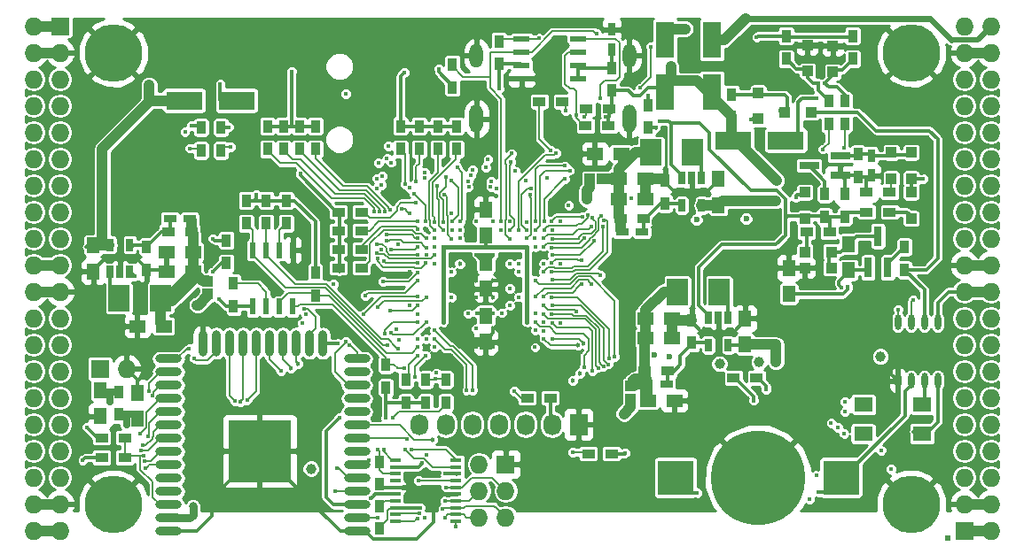
<source format=gbl>
G04 #@! TF.FileFunction,Copper,L4,Bot,Signal*
%FSLAX46Y46*%
G04 Gerber Fmt 4.6, Leading zero omitted, Abs format (unit mm)*
G04 Created by KiCad (PCBNEW 4.0.7+dfsg1-1) date Wed Nov 15 00:35:09 2017*
%MOMM*%
%LPD*%
G01*
G04 APERTURE LIST*
%ADD10C,0.100000*%
%ADD11R,1.727200X1.727200*%
%ADD12O,1.727200X1.727200*%
%ADD13R,0.500000X0.500000*%
%ADD14R,0.900000X1.200000*%
%ADD15R,1.000000X1.000000*%
%ADD16O,2.500000X0.900000*%
%ADD17O,0.900000X2.500000*%
%ADD18R,6.000000X6.000000*%
%ADD19R,1.800000X3.500000*%
%ADD20R,2.000000X2.500000*%
%ADD21R,0.700000X1.200000*%
%ADD22R,1.250000X1.500000*%
%ADD23R,1.500000X1.250000*%
%ADD24O,0.609600X1.473200*%
%ADD25R,0.800000X1.900000*%
%ADD26R,1.900000X0.800000*%
%ADD27R,1.200000X0.750000*%
%ADD28R,0.750000X1.200000*%
%ADD29R,1.200000X0.900000*%
%ADD30R,0.600000X1.550000*%
%ADD31R,1.550000X0.600000*%
%ADD32C,5.500000*%
%ADD33R,1.000000X0.400000*%
%ADD34R,1.727200X2.032000*%
%ADD35O,1.727200X2.032000*%
%ADD36O,1.300000X2.700000*%
%ADD37O,1.300000X2.300000*%
%ADD38R,1.800000X1.400000*%
%ADD39R,3.500000X1.800000*%
%ADD40R,3.500000X3.300000*%
%ADD41C,9.000000*%
%ADD42C,0.600000*%
%ADD43C,0.400000*%
%ADD44C,1.000000*%
%ADD45C,0.454000*%
%ADD46C,0.800000*%
%ADD47C,0.700000*%
%ADD48C,0.300000*%
%ADD49C,1.000000*%
%ADD50C,0.190000*%
%ADD51C,0.600000*%
%ADD52C,0.500000*%
%ADD53C,0.800000*%
%ADD54C,0.700000*%
%ADD55C,0.400000*%
%ADD56C,0.200000*%
%ADD57C,1.500000*%
%ADD58C,0.127000*%
%ADD59C,1.200000*%
%ADD60C,0.254000*%
G04 APERTURE END LIST*
D10*
D11*
X97910000Y-62690000D03*
D12*
X95370000Y-62690000D03*
X97910000Y-65230000D03*
X95370000Y-65230000D03*
X97910000Y-67770000D03*
X95370000Y-67770000D03*
X97910000Y-70310000D03*
X95370000Y-70310000D03*
X97910000Y-72850000D03*
X95370000Y-72850000D03*
X97910000Y-75390000D03*
X95370000Y-75390000D03*
X97910000Y-77930000D03*
X95370000Y-77930000D03*
X97910000Y-80470000D03*
X95370000Y-80470000D03*
X97910000Y-83010000D03*
X95370000Y-83010000D03*
X97910000Y-85550000D03*
X95370000Y-85550000D03*
X97910000Y-88090000D03*
X95370000Y-88090000D03*
X97910000Y-90630000D03*
X95370000Y-90630000D03*
X97910000Y-93170000D03*
X95370000Y-93170000D03*
X97910000Y-95710000D03*
X95370000Y-95710000D03*
X97910000Y-98250000D03*
X95370000Y-98250000D03*
X97910000Y-100790000D03*
X95370000Y-100790000D03*
X97910000Y-103330000D03*
X95370000Y-103330000D03*
X97910000Y-105870000D03*
X95370000Y-105870000D03*
X97910000Y-108410000D03*
X95370000Y-108410000D03*
X97910000Y-110950000D03*
X95370000Y-110950000D03*
D13*
X182675150Y-111637626D03*
D14*
X103498000Y-99858000D03*
X103498000Y-97658000D03*
D15*
X152393000Y-97142000D03*
X152393000Y-98342000D03*
D16*
X126260434Y-111030338D03*
X126260434Y-109760338D03*
X126260434Y-108490338D03*
X126260434Y-107220338D03*
X126260434Y-105950338D03*
X126260434Y-104680338D03*
X126260434Y-103410338D03*
X126260434Y-102140338D03*
X126260434Y-100870338D03*
X126260434Y-99600338D03*
X126260434Y-98330338D03*
X126260434Y-97060338D03*
X126260434Y-95790338D03*
X126260434Y-94520338D03*
D17*
X122975434Y-93030338D03*
X121705434Y-93030338D03*
X120435434Y-93030338D03*
X119165434Y-93030338D03*
X117895434Y-93030338D03*
X116625434Y-93030338D03*
X115355434Y-93030338D03*
X114085434Y-93030338D03*
X112815434Y-93030338D03*
X111545434Y-93030338D03*
D16*
X108260434Y-94520338D03*
X108260434Y-95790338D03*
X108260434Y-97060338D03*
X108260434Y-98330338D03*
X108260434Y-99600338D03*
X108260434Y-100870338D03*
X108260434Y-102140338D03*
X108260434Y-103410338D03*
X108260434Y-104680338D03*
X108260434Y-105950338D03*
X108260434Y-107220338D03*
X108260434Y-108490338D03*
X108260434Y-109760338D03*
X108260434Y-111030338D03*
D18*
X116960434Y-103330338D03*
D19*
X155695000Y-69000000D03*
X155695000Y-64000000D03*
D14*
X154044000Y-72426000D03*
X154044000Y-70226000D03*
D20*
X160870000Y-88090000D03*
X156870000Y-88090000D03*
D21*
X159825000Y-90600000D03*
X160775000Y-90600000D03*
X161725000Y-90600000D03*
X161725000Y-93200000D03*
X159825000Y-93200000D03*
D20*
X158330000Y-74755000D03*
X154330000Y-74755000D03*
D21*
X157285000Y-77235000D03*
X158235000Y-77235000D03*
X159185000Y-77235000D03*
X159185000Y-79835000D03*
X157285000Y-79835000D03*
D20*
X103530000Y-88725000D03*
X107530000Y-88725000D03*
D21*
X104575000Y-86215000D03*
X103625000Y-86215000D03*
X102675000Y-86215000D03*
X102675000Y-83615000D03*
X104575000Y-83615000D03*
D22*
X101085000Y-83665000D03*
X101085000Y-86165000D03*
D23*
X153810000Y-90630000D03*
X156310000Y-90630000D03*
X153810000Y-92535000D03*
X156310000Y-92535000D03*
D22*
X163315000Y-93150000D03*
X163315000Y-90650000D03*
D23*
X151270000Y-79200000D03*
X153770000Y-79200000D03*
X151270000Y-77295000D03*
X153770000Y-77295000D03*
D22*
X160775000Y-79815000D03*
X160775000Y-77315000D03*
D23*
X110590000Y-84280000D03*
X108090000Y-84280000D03*
X110590000Y-86185000D03*
X108090000Y-86185000D03*
D24*
X181730000Y-96599000D03*
X180460000Y-96599000D03*
X179190000Y-96599000D03*
X177920000Y-96599000D03*
X177920000Y-91011000D03*
X179190000Y-91011000D03*
X180460000Y-91011000D03*
X181730000Y-91011000D03*
D22*
X173221000Y-86038000D03*
X173221000Y-83538000D03*
D25*
X176965000Y-85780000D03*
X175065000Y-85780000D03*
X176015000Y-82780000D03*
D26*
X172435000Y-75075000D03*
X172435000Y-76975000D03*
X169435000Y-76025000D03*
D27*
X153910000Y-96910000D03*
X155810000Y-96910000D03*
X151570000Y-82375000D03*
X153470000Y-82375000D03*
X110290000Y-81105000D03*
X108390000Y-81105000D03*
D28*
X175380000Y-75075000D03*
X175380000Y-76975000D03*
D29*
X169200000Y-82375000D03*
X171400000Y-82375000D03*
D14*
X172840000Y-80935000D03*
X172840000Y-78735000D03*
D29*
X177115000Y-80470000D03*
X174915000Y-80470000D03*
D14*
X174110000Y-74925000D03*
X174110000Y-77125000D03*
X178555000Y-83815000D03*
X178555000Y-86015000D03*
X113785000Y-83180000D03*
X113785000Y-85380000D03*
X170935000Y-80935000D03*
X170935000Y-78735000D03*
X128390000Y-108580000D03*
X128390000Y-110780000D03*
D29*
X150572000Y-103584000D03*
X148372000Y-103584000D03*
X177115000Y-78565000D03*
X174915000Y-78565000D03*
X153760000Y-95640000D03*
X155960000Y-95640000D03*
X110440000Y-82375000D03*
X108240000Y-82375000D03*
X151420000Y-81105000D03*
X153620000Y-81105000D03*
D14*
X158235000Y-90800000D03*
X158235000Y-93000000D03*
X106165000Y-86015000D03*
X106165000Y-83815000D03*
X155695000Y-77465000D03*
X155695000Y-79665000D03*
D29*
X126696000Y-85804000D03*
X124496000Y-85804000D03*
X126696000Y-84026000D03*
X124496000Y-84026000D03*
X126696000Y-82248000D03*
X124496000Y-82248000D03*
X126696000Y-80470000D03*
X124496000Y-80470000D03*
D14*
X130422000Y-74458000D03*
X130422000Y-72258000D03*
X132200000Y-74458000D03*
X132200000Y-72258000D03*
X133978000Y-74458000D03*
X133978000Y-72258000D03*
X135756000Y-74458000D03*
X135756000Y-72258000D03*
D30*
X116325000Y-84120000D03*
X117595000Y-84120000D03*
X118865000Y-84120000D03*
X120135000Y-84120000D03*
X120135000Y-89520000D03*
X118865000Y-89520000D03*
X117595000Y-89520000D03*
X116325000Y-89520000D03*
D28*
X150589600Y-64910000D03*
X150589600Y-63010000D03*
D31*
X141980000Y-67705000D03*
X141980000Y-66435000D03*
X141980000Y-65165000D03*
X141980000Y-63895000D03*
X147380000Y-63895000D03*
X147380000Y-65165000D03*
X147380000Y-66435000D03*
X147380000Y-67705000D03*
D11*
X184270000Y-110950000D03*
D12*
X186810000Y-110950000D03*
X184270000Y-108410000D03*
X186810000Y-108410000D03*
X184270000Y-105870000D03*
X186810000Y-105870000D03*
X184270000Y-103330000D03*
X186810000Y-103330000D03*
X184270000Y-100790000D03*
X186810000Y-100790000D03*
X184270000Y-98250000D03*
X186810000Y-98250000D03*
X184270000Y-95710000D03*
X186810000Y-95710000D03*
X184270000Y-93170000D03*
X186810000Y-93170000D03*
X184270000Y-90630000D03*
X186810000Y-90630000D03*
X184270000Y-88090000D03*
X186810000Y-88090000D03*
X184270000Y-85550000D03*
X186810000Y-85550000D03*
X184270000Y-83010000D03*
X186810000Y-83010000D03*
X184270000Y-80470000D03*
X186810000Y-80470000D03*
X184270000Y-77930000D03*
X186810000Y-77930000D03*
X184270000Y-75390000D03*
X186810000Y-75390000D03*
X184270000Y-72850000D03*
X186810000Y-72850000D03*
X184270000Y-70310000D03*
X186810000Y-70310000D03*
X184270000Y-67770000D03*
X186810000Y-67770000D03*
X184270000Y-65230000D03*
X186810000Y-65230000D03*
X184270000Y-62690000D03*
X186810000Y-62690000D03*
D32*
X102990000Y-108410000D03*
X179190000Y-108410000D03*
X179190000Y-65230000D03*
X102990000Y-65230000D03*
D14*
X162045000Y-71410000D03*
X162045000Y-69210000D03*
X139820000Y-66330000D03*
X139820000Y-64130000D03*
X135375000Y-68532000D03*
X135375000Y-66332000D03*
X150615000Y-68870000D03*
X150615000Y-66670000D03*
D29*
X150275000Y-72215000D03*
X148075000Y-72215000D03*
X150380000Y-70600000D03*
X148180000Y-70600000D03*
D33*
X135735000Y-104215000D03*
X135735000Y-104865000D03*
X135735000Y-105515000D03*
X135735000Y-106165000D03*
X135735000Y-106815000D03*
X135735000Y-107465000D03*
X135735000Y-108115000D03*
X135735000Y-108765000D03*
X135735000Y-109415000D03*
X135735000Y-110065000D03*
X129935000Y-110065000D03*
X129935000Y-109415000D03*
X129935000Y-108765000D03*
X129935000Y-108115000D03*
X129935000Y-107465000D03*
X129935000Y-106815000D03*
X129935000Y-106165000D03*
X129935000Y-105515000D03*
X129935000Y-104865000D03*
X129935000Y-104215000D03*
D14*
X119500000Y-79370000D03*
X119500000Y-81570000D03*
X114480000Y-89500000D03*
X114480000Y-87300000D03*
X129025000Y-97275000D03*
X129025000Y-95075000D03*
X117595000Y-79370000D03*
X117595000Y-81570000D03*
X122280000Y-86300000D03*
X122280000Y-88500000D03*
X115690000Y-79370000D03*
X115690000Y-81570000D03*
D29*
X144730000Y-98250000D03*
X142530000Y-98250000D03*
D14*
X132835000Y-98715000D03*
X132835000Y-96515000D03*
X130930000Y-98715000D03*
X130930000Y-96515000D03*
D29*
X101890000Y-103965000D03*
X104090000Y-103965000D03*
D11*
X101720000Y-95456000D03*
D12*
X104260000Y-95456000D03*
D29*
X104090000Y-102060000D03*
X101890000Y-102060000D03*
D22*
X167506000Y-88324000D03*
X167506000Y-85824000D03*
D29*
X164415000Y-96345000D03*
X162215000Y-96345000D03*
D14*
X167252000Y-65822000D03*
X167252000Y-63622000D03*
D11*
X140455000Y-104600000D03*
D12*
X137915000Y-104600000D03*
X140455000Y-107140000D03*
X137915000Y-107140000D03*
X140455000Y-109680000D03*
X137915000Y-109680000D03*
D22*
X138550000Y-90396000D03*
X138550000Y-92896000D03*
X138550000Y-82736000D03*
X138550000Y-80236000D03*
X138550000Y-85316000D03*
X138550000Y-87816000D03*
X101720000Y-97508000D03*
X101720000Y-100008000D03*
D14*
X113277000Y-74585000D03*
X113277000Y-72385000D03*
X111372000Y-74585000D03*
X111372000Y-72385000D03*
X172840000Y-72045000D03*
X172840000Y-69845000D03*
X171316000Y-72045000D03*
X171316000Y-69845000D03*
D34*
X147440000Y-100790000D03*
D35*
X144900000Y-100790000D03*
X142360000Y-100790000D03*
X139820000Y-100790000D03*
X137280000Y-100790000D03*
X134740000Y-100790000D03*
X132200000Y-100790000D03*
D36*
X152280000Y-71550000D03*
X137680000Y-71550000D03*
D37*
X137680000Y-65500000D03*
X152280000Y-65500000D03*
D38*
X180212000Y-98882000D03*
X174612000Y-98882000D03*
X174612000Y-101682000D03*
X180212000Y-101682000D03*
D22*
X105276000Y-100262000D03*
X105276000Y-97762000D03*
D39*
X109761000Y-69802000D03*
X114761000Y-69802000D03*
X167212000Y-73612000D03*
X162212000Y-73612000D03*
D19*
X160140000Y-64000000D03*
X160140000Y-69000000D03*
D23*
X154064000Y-98504000D03*
X156564000Y-98504000D03*
X107796000Y-91392000D03*
X105296000Y-91392000D03*
X151484000Y-74882000D03*
X148984000Y-74882000D03*
D14*
X173602000Y-65822000D03*
X173602000Y-63622000D03*
X134740000Y-96515000D03*
X134740000Y-98715000D03*
D40*
X172485000Y-105870000D03*
X156685000Y-105870000D03*
D41*
X164585000Y-105870000D03*
D15*
X169284000Y-66988000D03*
X169284000Y-64488000D03*
X171697000Y-67081000D03*
X171697000Y-64581000D03*
X169050000Y-84280000D03*
X171550000Y-84280000D03*
X179190000Y-81085000D03*
X179190000Y-78585000D03*
X169030000Y-81085000D03*
X169030000Y-78585000D03*
X171550000Y-85804000D03*
X169050000Y-85804000D03*
X179190000Y-77275000D03*
X179190000Y-74775000D03*
X177285000Y-74775000D03*
X177285000Y-77275000D03*
X167145000Y-70945000D03*
X169645000Y-70945000D03*
X164585000Y-69060000D03*
X164585000Y-71560000D03*
X112007000Y-87109000D03*
X112007000Y-88309000D03*
X149691000Y-77295000D03*
X148491000Y-77295000D03*
D14*
X128390000Y-106546000D03*
X128390000Y-104346000D03*
X117722000Y-74458000D03*
X117722000Y-72258000D03*
X119246000Y-74458000D03*
X119246000Y-72258000D03*
X120770000Y-74458000D03*
X120770000Y-72258000D03*
X122294000Y-74458000D03*
X122294000Y-72258000D03*
D29*
X145880000Y-69900000D03*
X143680000Y-69900000D03*
D42*
X123437000Y-108972000D03*
D43*
X132871770Y-84533979D03*
X132862998Y-82124544D03*
X131278306Y-86213101D03*
X135281276Y-80583119D03*
X131279502Y-89407325D03*
X170309539Y-85441529D03*
X145698456Y-91073766D03*
D42*
X156262773Y-81349374D03*
X154657528Y-81463649D03*
D44*
X158233687Y-94760979D03*
D43*
X145672808Y-85396062D03*
X144103186Y-84622010D03*
X133216000Y-107465000D03*
X137680000Y-88600000D03*
X142480000Y-95000000D03*
X141680000Y-92600000D03*
X140836000Y-84534000D03*
X135284627Y-94985297D03*
X135288625Y-94225619D03*
X134455822Y-94267172D03*
X136095958Y-93369652D03*
D45*
X139264636Y-91615205D03*
D44*
X116880503Y-64802940D03*
X106974809Y-64953974D03*
X175210328Y-64948943D03*
X165417246Y-64954666D03*
D43*
X175495631Y-71457432D03*
X145680000Y-94177990D03*
X177285000Y-95710000D03*
D44*
X177229911Y-82281349D03*
D42*
X164741832Y-81130572D03*
X161067993Y-81216119D03*
D44*
X162992748Y-94820185D03*
D43*
X140880000Y-81400000D03*
X136085174Y-89394826D03*
X145680000Y-81400000D03*
X140874194Y-91433353D03*
X142480000Y-94200000D03*
X140880000Y-93400000D03*
X139280000Y-93400000D03*
X137680000Y-93400000D03*
X136880000Y-92600000D03*
X135280000Y-92600000D03*
X132880000Y-91800000D03*
X132880000Y-93400000D03*
D45*
X141042859Y-86994997D03*
X139280000Y-87000000D03*
X136110990Y-86995403D03*
X137680000Y-87000000D03*
X136080000Y-84600000D03*
X139280000Y-88600000D03*
D43*
X127586603Y-107875044D03*
D44*
X166343357Y-77477990D03*
D43*
X172564535Y-87722010D03*
D44*
X121861867Y-105030174D03*
D43*
X150030853Y-71331848D03*
D44*
X156235582Y-66548363D03*
X166248957Y-79408030D03*
X101932065Y-82585048D03*
X106417803Y-68312483D03*
X166280000Y-94800000D03*
X157600000Y-62944000D03*
X176254940Y-94288458D03*
D43*
X180340784Y-77316932D03*
X109828000Y-72830000D03*
D42*
X154683145Y-94115840D03*
D43*
X148271935Y-77777990D03*
D46*
X110593913Y-108636458D03*
D44*
X160884708Y-94994498D03*
D42*
X156077107Y-94326957D03*
D43*
X173137949Y-87594275D03*
D44*
X148202454Y-79278787D03*
D47*
X102710050Y-98594954D03*
D43*
X154794000Y-72426000D03*
X129005202Y-100174798D03*
X137659051Y-91638034D03*
X139820000Y-68665673D03*
X172834633Y-99599920D03*
X172879922Y-98618650D03*
X176305593Y-103279812D03*
X165349214Y-97422919D03*
X164433885Y-63737451D03*
X134079160Y-66786153D03*
X116654336Y-78777990D03*
D42*
X163422030Y-81120665D03*
X158680000Y-81210838D03*
D43*
X112515000Y-83010000D03*
X100080000Y-104200000D03*
X113080000Y-88800000D03*
D44*
X164653770Y-94825547D03*
D43*
X135273306Y-88618602D03*
X139272517Y-84611349D03*
X137680556Y-84534085D03*
X141680000Y-86200000D03*
X135280000Y-86200000D03*
X132880000Y-92600000D03*
X132080000Y-92600000D03*
X141680000Y-88600000D03*
X141680000Y-85400000D03*
X121401947Y-90251871D03*
X129988160Y-91721995D03*
X130302262Y-92700329D03*
X121041200Y-91125073D03*
D44*
X110991000Y-89360000D03*
D43*
X142480000Y-91000000D03*
X142480000Y-83800000D03*
X134480000Y-83800000D03*
X134480000Y-91000000D03*
X125193541Y-69156848D03*
X105037711Y-86632990D03*
X155149360Y-71764535D03*
X170182962Y-69571012D03*
X170362901Y-107286196D03*
X158716651Y-107325176D03*
X128216338Y-109760338D03*
X132708000Y-109680000D03*
X137295592Y-97538017D03*
X134750646Y-106810513D03*
X133680000Y-91800000D03*
X136740903Y-97514503D03*
X134675868Y-108131585D03*
D45*
X133449289Y-102232615D03*
D43*
X133680000Y-92600000D03*
X132936956Y-103711000D03*
X127385678Y-104203668D03*
X133685482Y-93402296D03*
X134463998Y-108841973D03*
X131039072Y-102187000D03*
X131808905Y-96227367D03*
X134636872Y-109719950D03*
X132846234Y-94197073D03*
X120834553Y-76779094D03*
X130761990Y-67119621D03*
X147186000Y-71200000D03*
X147983153Y-71347080D03*
X149475951Y-69619684D03*
X153297112Y-68608292D03*
X177926984Y-89812061D03*
X154329326Y-64643767D03*
X152497066Y-79193467D03*
X146481406Y-79819384D03*
X143650666Y-63862520D03*
X179351513Y-88868327D03*
X149134122Y-63424051D03*
X140035989Y-81400000D03*
X115759823Y-98502036D03*
X132083026Y-86260405D03*
X128776655Y-87135140D03*
X119008515Y-95662939D03*
D45*
X119978162Y-95412951D03*
X120634035Y-94977604D03*
D43*
X113212238Y-68244401D03*
X146180000Y-70800000D03*
X131453853Y-103208291D03*
X149771692Y-81825658D03*
X144080000Y-86200000D03*
X149520824Y-86534121D03*
X144894316Y-86977564D03*
X144873936Y-83860397D03*
X149549750Y-80868432D03*
D45*
X147355672Y-93219294D03*
D43*
X144113248Y-92588762D03*
X144875155Y-86218896D03*
X149846468Y-81303978D03*
X144916886Y-83016385D03*
X148719886Y-81056015D03*
D45*
X147915304Y-93063131D03*
D43*
X144882352Y-92577990D03*
X148747982Y-95669626D03*
X144891634Y-91073766D03*
X149795895Y-95251084D03*
X144867244Y-90229755D03*
X150278898Y-95040253D03*
X144892596Y-89385743D03*
X150345974Y-94517527D03*
X144877648Y-88622010D03*
X150889207Y-94332565D03*
X143280000Y-87000000D03*
X130807074Y-95454141D03*
X130171404Y-93544341D03*
X132080000Y-93400000D03*
X129196652Y-93209125D03*
X133852393Y-95875797D03*
X141280000Y-97600000D03*
X133762848Y-96395146D03*
X132080000Y-94200000D03*
X128610772Y-84072485D03*
X105895603Y-103765816D03*
X130839486Y-103208291D03*
X132075624Y-89410644D03*
X129449238Y-89926948D03*
X128806823Y-103185900D03*
X128251440Y-89564206D03*
X132162861Y-106185868D03*
X132880000Y-88600000D03*
X124329568Y-104994951D03*
X127040053Y-88481065D03*
X132080000Y-87000000D03*
X125499542Y-93250681D03*
X124202418Y-107207639D03*
X132024412Y-109766775D03*
X110313517Y-74380698D03*
X132219727Y-109277292D03*
X114166000Y-74247000D03*
X135315381Y-81391918D03*
X135280062Y-77463305D03*
X134471370Y-81406751D03*
X134758050Y-77130140D03*
X132761172Y-77202673D03*
X132737245Y-76676207D03*
X128644933Y-77050030D03*
X128152012Y-77257840D03*
X128125571Y-78233647D03*
X110718734Y-94451783D03*
X128590544Y-77894041D03*
X110249038Y-93533767D03*
X106368514Y-97613395D03*
X131253134Y-78134216D03*
X132783339Y-81400004D03*
X106741168Y-98035405D03*
X131709326Y-78745875D03*
X132079024Y-82984045D03*
X129109095Y-82655074D03*
X105572759Y-101661319D03*
X132880889Y-83897835D03*
X129054383Y-83179239D03*
X106281049Y-101893466D03*
X129487667Y-84079929D03*
X132083682Y-83828056D03*
X105813763Y-102819336D03*
X132062099Y-84533979D03*
X128165458Y-83528763D03*
X105627254Y-103312241D03*
X128183315Y-84380742D03*
X105992720Y-104283802D03*
X133671942Y-84595200D03*
X132834641Y-85377990D03*
X128203260Y-84907376D03*
X106088753Y-104974041D03*
D45*
X146862501Y-96617499D03*
X147534467Y-95913260D03*
D43*
X147927932Y-95329243D03*
X143280000Y-91000000D03*
X149284391Y-95377990D03*
X144077013Y-90266968D03*
X147207648Y-89973043D03*
X144076240Y-89395301D03*
X143281824Y-90201951D03*
X144102010Y-85397219D03*
X147687522Y-85093328D03*
X144868096Y-85371354D03*
X148610669Y-81900026D03*
X144102010Y-83000000D03*
X144888125Y-82172374D03*
X147695541Y-87377990D03*
X144082832Y-88584510D03*
X148688598Y-87378077D03*
X143278026Y-88595030D03*
X144125486Y-82186468D03*
X148298275Y-80739810D03*
X144876540Y-81328363D03*
X147802234Y-80917812D03*
X139280000Y-81400000D03*
X139578623Y-78205862D03*
X139034115Y-78040948D03*
X139046749Y-77514088D03*
X138580000Y-76200000D03*
X138779198Y-75400762D03*
X137680000Y-81400000D03*
X137308732Y-76415018D03*
X137106948Y-76979922D03*
X136859538Y-77550820D03*
X136922059Y-78097889D03*
X136096392Y-81395070D03*
X135830698Y-76200613D03*
X148878722Y-83261032D03*
X144915665Y-84598743D03*
X148001372Y-82958777D03*
X144103186Y-83777990D03*
X142841210Y-78784254D03*
X142473549Y-82998913D03*
X142864275Y-78217369D03*
X142437464Y-82181475D03*
X146089079Y-77300571D03*
X144144931Y-81387081D03*
X144394875Y-77219934D03*
X146577729Y-76500816D03*
X143281475Y-82206074D03*
X146130802Y-76060132D03*
X143300920Y-81377293D03*
X145255695Y-74817220D03*
X141662690Y-82207782D03*
X142456909Y-81405800D03*
X140030954Y-82200000D03*
X141342967Y-76554996D03*
X141046643Y-74873804D03*
X140864029Y-83041403D03*
X140874966Y-82177164D03*
X140980062Y-75681941D03*
X115149319Y-98625494D03*
X132872609Y-82968555D03*
X132080007Y-82103333D03*
X132080000Y-81400000D03*
X131847310Y-79589886D03*
X130856828Y-77786820D03*
X131923295Y-77584853D03*
X133648389Y-82190597D03*
X133627359Y-81414685D03*
X129477855Y-92000822D03*
X132880000Y-91000000D03*
X128879646Y-92111037D03*
X132077648Y-90977990D03*
X131275302Y-80595752D03*
X130489904Y-80167235D03*
X128823114Y-85153560D03*
X132072985Y-85377990D03*
X134476508Y-82180155D03*
X133942383Y-77980766D03*
X163908850Y-71651861D03*
X135656559Y-110610712D03*
X132468001Y-104503413D03*
X146844288Y-103452739D03*
X132285867Y-108754446D03*
X134707351Y-105508447D03*
D47*
X104260000Y-100790000D03*
D43*
X114604320Y-98573680D03*
X112515000Y-86185000D03*
X164144561Y-98511733D03*
X169506589Y-107953726D03*
X170157734Y-105666345D03*
X170735900Y-74464979D03*
X143257990Y-83000000D03*
X168166438Y-79108038D03*
X151896383Y-103510715D03*
X114039000Y-72342000D03*
X110483000Y-72215000D03*
X143269694Y-93414905D03*
X177274002Y-105079115D03*
X172761273Y-101651681D03*
X143280000Y-91800000D03*
X172193360Y-101105663D03*
X144064831Y-91877646D03*
X171540304Y-100645743D03*
X144080000Y-91000000D03*
X154052298Y-69302298D03*
X128333179Y-75769807D03*
X134613000Y-78819000D03*
X135280000Y-83022010D03*
X135320520Y-82196441D03*
X129493343Y-75737814D03*
X136080000Y-82200000D03*
X129125079Y-75315804D03*
X136080000Y-83000000D03*
X129252218Y-74142461D03*
X142377451Y-77497451D03*
X172746637Y-74347988D03*
X143280000Y-83800000D03*
X170300000Y-68151000D03*
X170950000Y-68125562D03*
X125167387Y-92841517D03*
X121206217Y-89762554D03*
X132082956Y-90210779D03*
X182675150Y-111637626D03*
X124027706Y-87347706D03*
X124027707Y-87347707D03*
X166678914Y-70803555D03*
X129660000Y-100155000D03*
X124580000Y-100155000D03*
X132084049Y-88558274D03*
X126880008Y-90276109D03*
X128280000Y-103200000D03*
X100450000Y-101044000D03*
X120008000Y-67008000D03*
X127889625Y-80407426D03*
X133680000Y-85400000D03*
X130204628Y-83599483D03*
X128416582Y-80399850D03*
X133680000Y-83800000D03*
X128943593Y-80399729D03*
X133680000Y-83000000D03*
X129457990Y-80285112D03*
X144780000Y-74590382D03*
X124453000Y-93043000D03*
X137689001Y-90122990D03*
D44*
X151758000Y-99774000D03*
D43*
X136885174Y-90194826D03*
X140094890Y-90122990D03*
X139280000Y-90122990D03*
X140880000Y-89400000D03*
X140880000Y-87800000D03*
X140880000Y-85400000D03*
D45*
X136080000Y-85400000D03*
D48*
X133415999Y-107664999D02*
X133216000Y-107465000D01*
X133612013Y-107861013D02*
X133415999Y-107664999D01*
X131991648Y-111780338D02*
X133612013Y-110159973D01*
X127810434Y-111780338D02*
X131991648Y-111780338D01*
X133612013Y-110159973D02*
X133612013Y-107861013D01*
X127060434Y-111030338D02*
X127810434Y-111780338D01*
X126260434Y-111030338D02*
X127060434Y-111030338D01*
D49*
X184270000Y-108410000D02*
X186810000Y-108410000D01*
X184270000Y-85550000D02*
X186810000Y-85550000D01*
X184270000Y-65230000D02*
X186810000Y-65230000D01*
X95370000Y-65230000D02*
X97910000Y-65230000D01*
X95370000Y-88090000D02*
X97910000Y-88090000D01*
X95370000Y-108410000D02*
X97910000Y-108410000D01*
D48*
X108260434Y-111030338D02*
X109060434Y-111030338D01*
X109060434Y-111030338D02*
X109140772Y-110950000D01*
X110957617Y-110950000D02*
X112380000Y-109527617D01*
X109140772Y-110950000D02*
X110957617Y-110950000D01*
X112380000Y-109527617D02*
X112380000Y-107854384D01*
X112380000Y-107854384D02*
X116904046Y-103330338D01*
X116904046Y-103330338D02*
X116960434Y-103330338D01*
X167506000Y-85824000D02*
X169927068Y-85824000D01*
X169927068Y-85824000D02*
X170109540Y-85641528D01*
X170109540Y-85641528D02*
X170309539Y-85441529D01*
X104260000Y-95456000D02*
X105276000Y-96472000D01*
X105276000Y-96472000D02*
X105276000Y-97762000D01*
X133216000Y-107465000D02*
X132214478Y-107465000D01*
X135735000Y-107465000D02*
X133216000Y-107465000D01*
X132214478Y-107465000D02*
X131572496Y-106823018D01*
X131572496Y-106823018D02*
X129919874Y-106823018D01*
X126260434Y-111030338D02*
X124660659Y-111030338D01*
X124660659Y-111030338D02*
X116960659Y-103330338D01*
X116960659Y-103330338D02*
X116960434Y-103330338D01*
X129935000Y-106815000D02*
X128659000Y-106815000D01*
X128659000Y-106815000D02*
X128390000Y-106546000D01*
X128390000Y-106546000D02*
X128558000Y-106546000D01*
X136126306Y-93400000D02*
X136095958Y-93369652D01*
X136880000Y-92600000D02*
X136110348Y-93369652D01*
X136049652Y-93369652D02*
X136095958Y-93369652D01*
X137680000Y-93400000D02*
X136126306Y-93400000D01*
X135280000Y-92600000D02*
X136049652Y-93369652D01*
X136110348Y-93369652D02*
X136095958Y-93369652D01*
X139264636Y-92054364D02*
X139264636Y-91936231D01*
X139264636Y-91936231D02*
X139264636Y-91615205D01*
X138550000Y-92769000D02*
X139264636Y-92054364D01*
X136880000Y-92600000D02*
X137680000Y-93400000D01*
X136880000Y-92600000D02*
X138381000Y-92600000D01*
X138381000Y-92600000D02*
X138550000Y-92769000D01*
X135280000Y-92600000D02*
X136880000Y-92600000D01*
X138550000Y-92769000D02*
X138649000Y-92769000D01*
X138649000Y-92769000D02*
X139280000Y-93400000D01*
X138550000Y-92769000D02*
X138311000Y-92769000D01*
X138311000Y-92769000D02*
X137680000Y-93400000D01*
X175042385Y-64781000D02*
X175210328Y-64948943D01*
X171697000Y-64781000D02*
X175042385Y-64781000D01*
X165683912Y-64688000D02*
X165417246Y-64954666D01*
X169284000Y-64688000D02*
X165683912Y-64688000D01*
X169284000Y-64688000D02*
X171604000Y-64688000D01*
X171604000Y-64688000D02*
X171697000Y-64781000D01*
X177285000Y-95710000D02*
X177285000Y-95964000D01*
X177285000Y-95964000D02*
X177920000Y-96599000D01*
X102210000Y-84915000D02*
X103625000Y-84915000D01*
X103625000Y-84915000D02*
X105215000Y-84915000D01*
X103625000Y-86215000D02*
X103625000Y-84915000D01*
X105215000Y-84915000D02*
X106165000Y-85865000D01*
X106165000Y-85865000D02*
X106165000Y-86015000D01*
X101085000Y-86165000D02*
X101085000Y-86040000D01*
X101085000Y-86040000D02*
X102210000Y-84915000D01*
X106165000Y-86015000D02*
X107920000Y-86015000D01*
X107920000Y-86015000D02*
X108090000Y-86185000D01*
D49*
X153770000Y-77295000D02*
X155525000Y-77295000D01*
D48*
X155525000Y-77295000D02*
X155695000Y-77465000D01*
D49*
X153770000Y-79200000D02*
X153770000Y-77295000D01*
D48*
X174110000Y-77125000D02*
X174745000Y-77125000D01*
X174745000Y-77125000D02*
X175230000Y-77125000D01*
X174915000Y-78565000D02*
X174915000Y-77295000D01*
X174915000Y-77295000D02*
X174745000Y-77125000D01*
X172840000Y-78735000D02*
X172840000Y-77380000D01*
X172840000Y-77380000D02*
X172435000Y-76975000D01*
X175230000Y-77125000D02*
X175380000Y-76975000D01*
X172435000Y-76975000D02*
X173960000Y-76975000D01*
X173960000Y-76975000D02*
X174110000Y-77125000D01*
X137680000Y-86200000D02*
X137680000Y-86600000D01*
X136080000Y-84600000D02*
X137680000Y-86200000D01*
X159850000Y-78365000D02*
X158235000Y-78365000D01*
X158235000Y-78365000D02*
X156445000Y-78365000D01*
X158235000Y-77235000D02*
X158235000Y-78365000D01*
X160775000Y-77315000D02*
X160775000Y-77440000D01*
X160775000Y-77440000D02*
X159850000Y-78365000D01*
X156445000Y-78365000D02*
X155695000Y-77615000D01*
X155695000Y-77615000D02*
X155695000Y-77465000D01*
D49*
X156310000Y-90630000D02*
X156310000Y-92535000D01*
X158235000Y-90800000D02*
X156480000Y-90800000D01*
D48*
X156480000Y-90800000D02*
X156310000Y-90630000D01*
X163315000Y-90650000D02*
X163315000Y-90834602D01*
X163315000Y-90834602D02*
X162249602Y-91900000D01*
X162249602Y-91900000D02*
X160775000Y-91900000D01*
X101085000Y-86165000D02*
X101085000Y-85929893D01*
X106165000Y-85944374D02*
X106165000Y-86015000D01*
X159185000Y-91900000D02*
X160775000Y-91900000D01*
X160775000Y-90600000D02*
X160775000Y-91900000D01*
X158235000Y-90800000D02*
X158235000Y-90950000D01*
X158235000Y-90950000D02*
X159185000Y-91900000D01*
X108090000Y-84280000D02*
X108090000Y-86185000D01*
X107625000Y-84745000D02*
X108090000Y-84280000D01*
X108070000Y-84260000D02*
X108090000Y-84280000D01*
X141037856Y-87000000D02*
X141042859Y-86994997D01*
X139280000Y-87000000D02*
X141037856Y-87000000D01*
X136432016Y-86995403D02*
X136110990Y-86995403D01*
X137284597Y-86995403D02*
X136432016Y-86995403D01*
X137680000Y-86600000D02*
X137284597Y-86995403D01*
X137680000Y-86600000D02*
X137680000Y-87000000D01*
D50*
X138029000Y-66332000D02*
X138115000Y-66246000D01*
D48*
X127786602Y-107675045D02*
X127586603Y-107875044D01*
X129935000Y-107465000D02*
X127996647Y-107465000D01*
X127996647Y-107465000D02*
X127786602Y-107675045D01*
X150615000Y-68870000D02*
X152180000Y-68870000D01*
X153331001Y-69348999D02*
X152658999Y-69348999D01*
X152658999Y-69348999D02*
X152180000Y-68870000D01*
X154087002Y-68592998D02*
X155287998Y-68592998D01*
X153331001Y-69348999D02*
X154087002Y-68592998D01*
X155287998Y-68592998D02*
X155695000Y-69000000D01*
D49*
X162045000Y-71410000D02*
X162045000Y-73179633D01*
X162045000Y-73179633D02*
X165843358Y-76977991D01*
X165843358Y-76977991D02*
X166343357Y-77477990D01*
D48*
X101085000Y-83665000D02*
X101684316Y-83665000D01*
X101684316Y-83665000D02*
X101913492Y-83435824D01*
D49*
X101913492Y-83435824D02*
X101913492Y-82603621D01*
D48*
X101913492Y-82603621D02*
X101932065Y-82585048D01*
X172296000Y-87453475D02*
X172364536Y-87522011D01*
X172364536Y-87522011D02*
X172564535Y-87722010D01*
X172296000Y-87088000D02*
X172296000Y-87453475D01*
X173221000Y-86038000D02*
X173221000Y-86163000D01*
X173221000Y-86163000D02*
X172296000Y-87088000D01*
X150275000Y-71465000D02*
X150380000Y-71360000D01*
X150380000Y-71360000D02*
X150380000Y-70600000D01*
X150615000Y-70935000D02*
X150615000Y-69995990D01*
X150615000Y-69995990D02*
X150615000Y-68870000D01*
X150313695Y-71331848D02*
X150030853Y-71331848D01*
X150141848Y-71331848D02*
X150030853Y-71331848D01*
X150275000Y-71465000D02*
X150141848Y-71331848D01*
X150275000Y-72215000D02*
X150275000Y-71465000D01*
X160140000Y-69000000D02*
X160140000Y-69850000D01*
X160140000Y-69850000D02*
X161700000Y-71410000D01*
D49*
X156235582Y-67716832D02*
X156235582Y-66548363D01*
X158681338Y-67896338D02*
X156415088Y-67896338D01*
X156415088Y-67896338D02*
X156235582Y-67716832D01*
D48*
X156235582Y-66578582D02*
X156235582Y-66548363D01*
D49*
X160790000Y-79800000D02*
X161181970Y-79408030D01*
X161181970Y-79408030D02*
X165541851Y-79408030D01*
X165541851Y-79408030D02*
X166248957Y-79408030D01*
X101932065Y-81877942D02*
X101932065Y-82585048D01*
X101932065Y-74415935D02*
X101932065Y-81877942D01*
X106407114Y-69940886D02*
X101932065Y-74415935D01*
X106417803Y-69019589D02*
X106417803Y-68312483D01*
X106417803Y-69930197D02*
X106417803Y-69019589D01*
X106407114Y-69940886D02*
X106417803Y-69930197D01*
X166280000Y-93150000D02*
X166280000Y-94800000D01*
D48*
X110610000Y-69548000D02*
X110610000Y-69802000D01*
D49*
X109975000Y-69802000D02*
X106546000Y-69802000D01*
X106546000Y-69802000D02*
X106419000Y-69929000D01*
X106419000Y-69929000D02*
X106407114Y-69940886D01*
D48*
X106419000Y-69675000D02*
X106419000Y-69929000D01*
X100572432Y-83665000D02*
X100424079Y-83813353D01*
X101085000Y-83665000D02*
X100572432Y-83665000D01*
X160790000Y-79800000D02*
X160775000Y-79815000D01*
D49*
X163315000Y-93150000D02*
X166280000Y-93150000D01*
D48*
X160775000Y-79940000D02*
X160775000Y-79815000D01*
X164925000Y-93150000D02*
X164240000Y-93150000D01*
X164240000Y-93150000D02*
X163315000Y-93150000D01*
X101085000Y-83665000D02*
X101085000Y-83790000D01*
D49*
X159185000Y-79835000D02*
X160755000Y-79835000D01*
D48*
X160755000Y-79835000D02*
X160775000Y-79815000D01*
X161725000Y-93200000D02*
X163265000Y-93200000D01*
X163265000Y-93200000D02*
X163315000Y-93150000D01*
X173221000Y-86038000D02*
X174807000Y-86038000D01*
X174807000Y-86038000D02*
X175065000Y-85780000D01*
D49*
X101085000Y-83665000D02*
X102625000Y-83665000D01*
D48*
X102625000Y-83665000D02*
X102675000Y-83615000D01*
X161700000Y-71410000D02*
X162045000Y-71410000D01*
D49*
X162045000Y-71410000D02*
X162045000Y-71260000D01*
X162045000Y-71260000D02*
X158681338Y-67896338D01*
D48*
X162045000Y-71753000D02*
X162045000Y-71410000D01*
X155695000Y-64000000D02*
X155695000Y-63368337D01*
X155695000Y-63368337D02*
X156119337Y-62944000D01*
D49*
X156119337Y-62944000D02*
X157600000Y-62944000D01*
X160140000Y-64000000D02*
X161340000Y-64000000D01*
X161340000Y-64000000D02*
X163399217Y-61940783D01*
D51*
X163399217Y-61940783D02*
X180980783Y-61940783D01*
D52*
X185540000Y-63960000D02*
X186810000Y-62690000D01*
D51*
X180980783Y-61940783D02*
X183000000Y-63960000D01*
D52*
X183000000Y-63960000D02*
X185540000Y-63960000D01*
D48*
X179190000Y-77075000D02*
X179431932Y-77316932D01*
X179431932Y-77316932D02*
X180057942Y-77316932D01*
X180057942Y-77316932D02*
X180340784Y-77316932D01*
D49*
X184270000Y-110950000D02*
X186810000Y-110950000D01*
X184270000Y-88090000D02*
X186810000Y-88090000D01*
X95370000Y-62690000D02*
X97910000Y-62690000D01*
X95370000Y-85550000D02*
X97910000Y-85550000D01*
X95370000Y-110950000D02*
X97910000Y-110950000D01*
D48*
X179190000Y-78585000D02*
X179190000Y-77275000D01*
X148471934Y-77577991D02*
X148271935Y-77777990D01*
X148491000Y-77295000D02*
X148491000Y-77558925D01*
X148491000Y-77558925D02*
X148471934Y-77577991D01*
X148202000Y-78022023D02*
X148271935Y-77952088D01*
X148271935Y-77952088D02*
X148271935Y-77777990D01*
X129025000Y-97275000D02*
X129025000Y-98800000D01*
X129025000Y-98800000D02*
X129025000Y-100155000D01*
X130930000Y-98715000D02*
X129110000Y-98715000D01*
X129110000Y-98715000D02*
X129025000Y-98800000D01*
D53*
X110593913Y-109202143D02*
X110593913Y-108636458D01*
X110593913Y-109476859D02*
X110593913Y-109202143D01*
X110310434Y-109760338D02*
X110593913Y-109476859D01*
X108260434Y-109760338D02*
X110310434Y-109760338D01*
D48*
X167506000Y-88324000D02*
X172691066Y-88324000D01*
X172691066Y-88324000D02*
X173137949Y-87877117D01*
X173137949Y-87877117D02*
X173137949Y-87594275D01*
D49*
X148202454Y-78413536D02*
X148202454Y-78571681D01*
X148202000Y-78413082D02*
X148202454Y-78413536D01*
X148202454Y-78571681D02*
X148202454Y-79278787D01*
D54*
X102710050Y-97683950D02*
X102710050Y-98099980D01*
X102736000Y-97658000D02*
X102710050Y-97683950D01*
X102710050Y-98099980D02*
X102710050Y-98594954D01*
X102736000Y-97658000D02*
X101870000Y-97658000D01*
X103498000Y-97658000D02*
X102736000Y-97658000D01*
D48*
X101870000Y-97658000D02*
X101720000Y-97508000D01*
X148202000Y-78413082D02*
X148491000Y-78124082D01*
D49*
X148491000Y-78124082D02*
X148491000Y-77295000D01*
X148202000Y-78413082D02*
X148439744Y-78175338D01*
D48*
X154806000Y-72438000D02*
X154794000Y-72426000D01*
X154044000Y-72426000D02*
X154794000Y-72426000D01*
X129025000Y-100155000D02*
X129005202Y-100174798D01*
X129025000Y-97275000D02*
X129025000Y-98175000D01*
X132835000Y-98715000D02*
X130930000Y-98715000D01*
X173602000Y-63706000D02*
X167336000Y-63706000D01*
X167336000Y-63706000D02*
X167252000Y-63622000D01*
X167252000Y-63622000D02*
X164549336Y-63622000D01*
X164549336Y-63622000D02*
X164433885Y-63737451D01*
X138550000Y-85042000D02*
X138188471Y-85042000D01*
X138188471Y-85042000D02*
X137680556Y-84534085D01*
X138550000Y-85042000D02*
X138841866Y-85042000D01*
X138841866Y-85042000D02*
X139272517Y-84611349D01*
X137680556Y-84534085D02*
X139195253Y-84534085D01*
X139195253Y-84534085D02*
X139272517Y-84611349D01*
X139820000Y-66330000D02*
X139820000Y-68665673D01*
X165349214Y-97129214D02*
X165349214Y-97422919D01*
X164565000Y-96345000D02*
X165349214Y-97129214D01*
X164415000Y-96345000D02*
X164565000Y-96345000D01*
X134079160Y-67068995D02*
X134079160Y-66786153D01*
X134079160Y-67086160D02*
X134079160Y-67068995D01*
X135375000Y-68382000D02*
X134079160Y-67086160D01*
X135375000Y-68532000D02*
X135375000Y-68382000D01*
X116654336Y-79155664D02*
X116654336Y-79060832D01*
X115690000Y-79370000D02*
X116440000Y-79370000D01*
X116440000Y-79370000D02*
X116654336Y-79155664D01*
X116654336Y-79060832D02*
X116654336Y-78777990D01*
X181730000Y-89106000D02*
X182746000Y-88090000D01*
X182746000Y-88090000D02*
X184270000Y-88090000D01*
X181730000Y-91011000D02*
X181730000Y-89106000D01*
X144730000Y-98250000D02*
X144730000Y-99266000D01*
X144730000Y-99266000D02*
X144730000Y-99400000D01*
X144730000Y-99400000D02*
X144730000Y-100620000D01*
X113785000Y-83180000D02*
X112685000Y-83180000D01*
X112685000Y-83180000D02*
X112515000Y-83010000D01*
X122280000Y-86300000D02*
X122280000Y-81400000D01*
X122280000Y-81400000D02*
X120250000Y-79370000D01*
X120250000Y-79370000D02*
X119500000Y-79370000D01*
X100315000Y-103965000D02*
X100080000Y-104200000D01*
X101890000Y-103965000D02*
X100315000Y-103965000D01*
X117595000Y-79370000D02*
X119500000Y-79370000D01*
X115690000Y-79370000D02*
X117595000Y-79370000D01*
X114480000Y-89500000D02*
X113780000Y-89500000D01*
X113780000Y-89500000D02*
X113080000Y-88800000D01*
X114480000Y-89500000D02*
X116305000Y-89500000D01*
X116305000Y-89500000D02*
X116325000Y-89520000D01*
X144900000Y-98250000D02*
X144730000Y-98250000D01*
X144730000Y-100620000D02*
X144900000Y-100790000D01*
X139820000Y-66330000D02*
X141875000Y-66330000D01*
X141875000Y-66330000D02*
X141980000Y-66435000D01*
X156010000Y-95710000D02*
X156524914Y-95710000D01*
X156524914Y-95710000D02*
X157145126Y-95089788D01*
X157145126Y-95089788D02*
X157145126Y-94239874D01*
X157145126Y-94239874D02*
X158235000Y-93150000D01*
X158235000Y-93150000D02*
X158235000Y-93000000D01*
X155960000Y-95640000D02*
X155960000Y-96760000D01*
X155960000Y-96760000D02*
X155810000Y-96910000D01*
X158235000Y-93000000D02*
X159625000Y-93000000D01*
X159625000Y-93000000D02*
X159825000Y-93200000D01*
D49*
X112007000Y-88471000D02*
X111118000Y-89360000D01*
X111118000Y-89360000D02*
X110991000Y-89360000D01*
D48*
X112007000Y-88359000D02*
X112007000Y-88471000D01*
D55*
X137480000Y-83800000D02*
X138550000Y-83800000D01*
X138550000Y-83800000D02*
X142480000Y-83800000D01*
D48*
X138550000Y-83298000D02*
X138550000Y-83800000D01*
D55*
X134480000Y-83800000D02*
X137480000Y-83800000D01*
X142480000Y-83800000D02*
X142480000Y-91000000D01*
X134480000Y-91000000D02*
X134480000Y-83800000D01*
D48*
X167183550Y-81105000D02*
X167183550Y-82681450D01*
X166265000Y-83600000D02*
X161080000Y-83600000D01*
X167183550Y-82681450D02*
X166265000Y-83600000D01*
X161080000Y-83600000D02*
X158880000Y-85800000D01*
X158880000Y-85800000D02*
X158880000Y-89400000D01*
X158880000Y-89400000D02*
X159825000Y-90345000D01*
X159825000Y-90345000D02*
X159825000Y-90600000D01*
X156280000Y-72000000D02*
X159003987Y-72000000D01*
X159003987Y-72000000D02*
X159926293Y-72922306D01*
X159926293Y-72922306D02*
X159926293Y-74478638D01*
X159926293Y-74478638D02*
X163850815Y-78403160D01*
X167183550Y-79228973D02*
X167183550Y-81105000D01*
X163850815Y-78403160D02*
X166357737Y-78403160D01*
X166357737Y-78403160D02*
X167183550Y-79228973D01*
X104619721Y-86215000D02*
X104837712Y-86432991D01*
X104575000Y-86215000D02*
X104619721Y-86215000D01*
X104837712Y-86432991D02*
X105037711Y-86632990D01*
X156280000Y-72000000D02*
X156044535Y-71764535D01*
X156044535Y-71764535D02*
X155432202Y-71764535D01*
X155432202Y-71764535D02*
X155149360Y-71764535D01*
X169030000Y-80885000D02*
X167403550Y-80885000D01*
X167403550Y-80885000D02*
X167183550Y-81105000D01*
X156280000Y-75980000D02*
X156280000Y-72000000D01*
X157285000Y-77235000D02*
X157285000Y-76985000D01*
X157285000Y-76985000D02*
X156280000Y-75980000D01*
X168980000Y-80885000D02*
X169030000Y-80885000D01*
X169030000Y-80885000D02*
X170885000Y-80885000D01*
X170885000Y-80885000D02*
X170935000Y-80935000D01*
X170935000Y-80935000D02*
X171570000Y-80935000D01*
X171570000Y-80935000D02*
X172840000Y-80935000D01*
X171400000Y-82375000D02*
X171400000Y-81105000D01*
X171400000Y-81105000D02*
X171570000Y-80935000D01*
X174915000Y-80470000D02*
X173305000Y-80470000D01*
X173305000Y-80470000D02*
X172840000Y-80935000D01*
X155210000Y-79665000D02*
X155695000Y-79665000D01*
X153620000Y-81105000D02*
X153770000Y-81105000D01*
X153770000Y-81105000D02*
X155210000Y-79665000D01*
X153620000Y-81105000D02*
X153620000Y-82225000D01*
X153620000Y-82225000D02*
X153470000Y-82375000D01*
X155695000Y-79665000D02*
X157115000Y-79665000D01*
X157115000Y-79665000D02*
X157285000Y-79835000D01*
X155525000Y-79835000D02*
X155695000Y-79665000D01*
X108240000Y-82375000D02*
X107605000Y-82375000D01*
X107605000Y-82375000D02*
X106165000Y-83815000D01*
X104575000Y-83615000D02*
X105965000Y-83615000D01*
X105965000Y-83615000D02*
X106165000Y-83815000D01*
X104775000Y-83815000D02*
X104575000Y-83615000D01*
X108070000Y-82545000D02*
X108240000Y-82375000D01*
X108390000Y-81105000D02*
X108390000Y-82225000D01*
X108390000Y-82225000D02*
X108240000Y-82375000D01*
X168141000Y-73485000D02*
X168402683Y-73223317D01*
X168402683Y-73223317D02*
X168402683Y-69932420D01*
X168402683Y-69932420D02*
X168764091Y-69571012D01*
X168764091Y-69571012D02*
X169900120Y-69571012D01*
X169900120Y-69571012D02*
X170182962Y-69571012D01*
X170645743Y-107286196D02*
X170362901Y-107286196D01*
X171252736Y-107286196D02*
X170645743Y-107286196D01*
X178585200Y-99953732D02*
X171252736Y-107286196D01*
X178585200Y-97635600D02*
X178585200Y-99953732D01*
X179190000Y-97030800D02*
X178585200Y-97635600D01*
X179190000Y-96599000D02*
X179190000Y-97030800D01*
X158433809Y-107325176D02*
X158716651Y-107325176D01*
X158140176Y-107325176D02*
X158433809Y-107325176D01*
X156685000Y-105870000D02*
X158140176Y-107325176D01*
D50*
X126260434Y-109760338D02*
X128216338Y-109760338D01*
X126260434Y-109760338D02*
X127060434Y-109760338D01*
X127060434Y-109760338D02*
X127107096Y-109807000D01*
X137295592Y-97255175D02*
X137295592Y-97538017D01*
X135181878Y-93301878D02*
X135425772Y-93301878D01*
X135425772Y-93301878D02*
X137295592Y-95171698D01*
X133680000Y-91800000D02*
X135181878Y-93301878D01*
X137295592Y-95171698D02*
X137295592Y-97255175D01*
X137254415Y-105873269D02*
X139188269Y-105873269D01*
X139188269Y-105873269D02*
X140455000Y-107140000D01*
X135735000Y-106856777D02*
X135718950Y-106872827D01*
X135718950Y-106872827D02*
X135656636Y-106810513D01*
X135656636Y-106810513D02*
X135033488Y-106810513D01*
X135033488Y-106810513D02*
X134750646Y-106810513D01*
X137254415Y-105873269D02*
X136254857Y-106872827D01*
X135735000Y-106815000D02*
X135735000Y-106856777D01*
X136254857Y-106872827D02*
X135718950Y-106872827D01*
X133449289Y-102232615D02*
X131722624Y-102232615D01*
X127700434Y-100870338D02*
X126260434Y-100870338D01*
X131722624Y-102232615D02*
X130360347Y-100870338D01*
X130360347Y-100870338D02*
X127700434Y-100870338D01*
X134698889Y-93618889D02*
X135294462Y-93618889D01*
X136740903Y-95065330D02*
X136740903Y-97231661D01*
X133680000Y-92600000D02*
X134698889Y-93618889D01*
X135294462Y-93618889D02*
X136740903Y-95065330D01*
X136740903Y-97231661D02*
X136740903Y-97514503D01*
X135735000Y-108115000D02*
X136940000Y-108115000D01*
X136940000Y-108115000D02*
X137915000Y-107140000D01*
X135644172Y-108131585D02*
X134958710Y-108131585D01*
X134958710Y-108131585D02*
X134675868Y-108131585D01*
X135669098Y-108106659D02*
X135644172Y-108131585D01*
X135726659Y-108106659D02*
X135669098Y-108106659D01*
X135735000Y-108115000D02*
X135726659Y-108106659D01*
X126909008Y-104680338D02*
X127185679Y-104403667D01*
X126260434Y-104680338D02*
X126909008Y-104680338D01*
X127185679Y-104403667D02*
X127385678Y-104203668D01*
X135735000Y-108765000D02*
X136425000Y-108765000D01*
X136595601Y-108594399D02*
X139369399Y-108594399D01*
X139369399Y-108594399D02*
X139591401Y-108816401D01*
X136425000Y-108765000D02*
X136595601Y-108594399D01*
X139591401Y-108816401D02*
X140455000Y-109680000D01*
X134540971Y-108765000D02*
X134463998Y-108841973D01*
X135735000Y-108765000D02*
X134540971Y-108765000D01*
X126260434Y-102140338D02*
X130992410Y-102140338D01*
X130992410Y-102140338D02*
X131039072Y-102187000D01*
X131808905Y-95944525D02*
X131808905Y-96227367D01*
X131808905Y-95234402D02*
X131808905Y-95944525D01*
X132846234Y-94197073D02*
X131808905Y-95234402D01*
X136690000Y-109680000D02*
X137915000Y-109680000D01*
X135735000Y-109415000D02*
X136425000Y-109415000D01*
X136425000Y-109415000D02*
X136690000Y-109680000D01*
X134636872Y-109719950D02*
X134941822Y-109415000D01*
X134941822Y-109415000D02*
X135735000Y-109415000D01*
D48*
X180460000Y-87920000D02*
X178555000Y-86015000D01*
X180460000Y-91011000D02*
X180460000Y-87920000D01*
X169445000Y-70945000D02*
X174084740Y-70945000D01*
X174084740Y-70945000D02*
X175826942Y-72687202D01*
X175826942Y-72687202D02*
X180932202Y-72687202D01*
X180932202Y-72687202D02*
X181730000Y-73485000D01*
X181730000Y-73485000D02*
X181730000Y-84915000D01*
X181730000Y-84915000D02*
X180630000Y-86015000D01*
X180630000Y-86015000D02*
X178555000Y-86015000D01*
X176015000Y-82780000D02*
X173979000Y-82780000D01*
X173979000Y-82780000D02*
X173221000Y-83538000D01*
X171350000Y-84280000D02*
X172479000Y-84280000D01*
X172479000Y-84280000D02*
X173221000Y-83538000D01*
X171350000Y-84280000D02*
X171350000Y-85804000D01*
X177285000Y-74975000D02*
X179190000Y-74975000D01*
X175380000Y-75075000D02*
X177185000Y-75075000D01*
X177185000Y-75075000D02*
X177285000Y-74975000D01*
X174110000Y-74925000D02*
X175230000Y-74925000D01*
X175230000Y-74925000D02*
X175380000Y-75075000D01*
X172435000Y-75075000D02*
X173960000Y-75075000D01*
X173960000Y-75075000D02*
X174110000Y-74925000D01*
X169200000Y-82375000D02*
X169200000Y-84230000D01*
X169200000Y-84230000D02*
X169250000Y-84280000D01*
X177115000Y-80470000D02*
X178775000Y-80470000D01*
X178775000Y-80470000D02*
X179190000Y-80885000D01*
X176965000Y-85780000D02*
X176965000Y-85405000D01*
X176965000Y-85405000D02*
X178555000Y-83815000D01*
X181730000Y-100536000D02*
X180784000Y-101482000D01*
X180784000Y-101482000D02*
X179412000Y-101482000D01*
X181730000Y-96599000D02*
X181730000Y-100536000D01*
X180460000Y-96599000D02*
X180460000Y-99057757D01*
X180460000Y-99057757D02*
X180446075Y-99071682D01*
X170935000Y-78735000D02*
X170935000Y-77525000D01*
X170935000Y-77525000D02*
X169435000Y-76025000D01*
D50*
X177285000Y-77075000D02*
X177285000Y-78395000D01*
X177285000Y-78395000D02*
X177115000Y-78565000D01*
D48*
X124496000Y-80470000D02*
X124346000Y-80470000D01*
X120834553Y-76958553D02*
X120834553Y-76779094D01*
X124346000Y-80470000D02*
X120834553Y-76958553D01*
X124582000Y-80470000D02*
X124432000Y-80470000D01*
X124582000Y-84279000D02*
X124582000Y-86185000D01*
X124582000Y-82375000D02*
X124582000Y-84279000D01*
X124582000Y-80470000D02*
X124582000Y-82375000D01*
X132200000Y-72258000D02*
X130422000Y-72258000D01*
X133978000Y-72258000D02*
X132200000Y-72258000D01*
X135756000Y-72258000D02*
X133978000Y-72258000D01*
X135748350Y-72191002D02*
X135722352Y-72217000D01*
X130402940Y-67478671D02*
X130761990Y-67119621D01*
X130402940Y-72217000D02*
X130402940Y-67478671D01*
D50*
X147380000Y-65165000D02*
X146460390Y-65165000D01*
X146586447Y-68691785D02*
X146964785Y-68691785D01*
X146460390Y-65165000D02*
X146133498Y-65491892D01*
X146133498Y-65491892D02*
X146133498Y-68238836D01*
X146133498Y-68238836D02*
X146586447Y-68691785D01*
X146964785Y-68691785D02*
X147186000Y-68913000D01*
X147186000Y-68913000D02*
X147186000Y-71200000D01*
X147186000Y-71476000D02*
X147186000Y-71200000D01*
X148075000Y-72215000D02*
X147925000Y-72215000D01*
X147925000Y-72215000D02*
X147186000Y-71476000D01*
X148075000Y-72215000D02*
X148075000Y-71961000D01*
X147380000Y-63895000D02*
X150955962Y-63895000D01*
X150955962Y-63895000D02*
X151352044Y-64291082D01*
X151352044Y-67579418D02*
X151043301Y-67888161D01*
X151352044Y-64291082D02*
X151352044Y-67579418D01*
X151043301Y-67888161D02*
X149894932Y-67888161D01*
X149894932Y-67888161D02*
X149475951Y-68307142D01*
X149475951Y-68307142D02*
X149475951Y-69336842D01*
X149475951Y-69336842D02*
X149475951Y-69619684D01*
X148072920Y-71347080D02*
X147983153Y-71347080D01*
X148180000Y-71240000D02*
X148072920Y-71347080D01*
X148180000Y-70600000D02*
X148180000Y-71240000D01*
X154329326Y-64643767D02*
X154329326Y-67576078D01*
X153497111Y-68408293D02*
X153297112Y-68608292D01*
X154329326Y-67576078D02*
X153497111Y-68408293D01*
X177920000Y-89819045D02*
X177926984Y-89812061D01*
X177920000Y-91011000D02*
X177920000Y-89819045D01*
X141980000Y-63895000D02*
X143618186Y-63895000D01*
X143618186Y-63895000D02*
X143650666Y-63862520D01*
X141980000Y-63895000D02*
X140055000Y-63895000D01*
X140055000Y-63895000D02*
X139820000Y-64130000D01*
X179190000Y-91011000D02*
X179190000Y-89029840D01*
X179190000Y-89029840D02*
X179351513Y-88868327D01*
X142945000Y-65165000D02*
X144935202Y-63174798D01*
X148934123Y-63224052D02*
X149134122Y-63424051D01*
X144935202Y-63174798D02*
X148884869Y-63174798D01*
X148884869Y-63174798D02*
X148934123Y-63224052D01*
X141980000Y-65165000D02*
X142945000Y-65165000D01*
X138980000Y-68578574D02*
X138980000Y-67516000D01*
X140035989Y-81400000D02*
X140035989Y-69634563D01*
X140035989Y-69634563D02*
X138980000Y-68578574D01*
X136409000Y-67516000D02*
X138980000Y-67516000D01*
X138980000Y-67516000D02*
X138980000Y-65165000D01*
X135375000Y-66332000D02*
X135375000Y-66482000D01*
X135375000Y-66482000D02*
X136409000Y-67516000D01*
X138980000Y-65165000D02*
X141980000Y-65165000D01*
D48*
X150589600Y-64910000D02*
X150589600Y-66644600D01*
X150589600Y-66644600D02*
X150615000Y-66670000D01*
X147380000Y-67705000D02*
X147380000Y-66435000D01*
X150615000Y-66670000D02*
X147615000Y-66670000D01*
X147615000Y-66670000D02*
X147380000Y-66435000D01*
D50*
X116625434Y-93030338D02*
X116625434Y-97636425D01*
X115959822Y-98302037D02*
X115759823Y-98502036D01*
X116625434Y-97636425D02*
X115959822Y-98302037D01*
X128776655Y-87135140D02*
X131208291Y-87135140D01*
X131883027Y-86460404D02*
X132083026Y-86260405D01*
X131208291Y-87135140D02*
X131883027Y-86460404D01*
X117895434Y-93030338D02*
X117895434Y-94549858D01*
X118808516Y-95462940D02*
X119008515Y-95662939D01*
X117895434Y-94549858D02*
X118808516Y-95462940D01*
X119751163Y-95185952D02*
X119978162Y-95412951D01*
X119165434Y-93030338D02*
X119165434Y-94600223D01*
X119165434Y-94600223D02*
X119751163Y-95185952D01*
X120435434Y-93030338D02*
X120435434Y-94779003D01*
X120435434Y-94779003D02*
X120634035Y-94977604D01*
D48*
X113212238Y-69737238D02*
X113212238Y-68527243D01*
X113277000Y-69802000D02*
X113212238Y-69737238D01*
X113212238Y-68527243D02*
X113212238Y-68244401D01*
D50*
X146180000Y-70800000D02*
X146180000Y-70200000D01*
X146180000Y-70200000D02*
X145880000Y-69900000D01*
X129935000Y-108115000D02*
X128895397Y-108115000D01*
X128895397Y-108115000D02*
X128373228Y-108637169D01*
X135760266Y-104239298D02*
X134729259Y-103208291D01*
X134729259Y-103208291D02*
X131736695Y-103208291D01*
X131736695Y-103208291D02*
X131453853Y-103208291D01*
X149771692Y-84259987D02*
X149771692Y-82108500D01*
X145138186Y-85796887D02*
X145206679Y-85865380D01*
X144080000Y-86200000D02*
X144483113Y-85796887D01*
X145206679Y-85865380D02*
X146790302Y-85865380D01*
X149771692Y-82108500D02*
X149771692Y-81825658D01*
X148343733Y-85687946D02*
X149771692Y-84259987D01*
X144483113Y-85796887D02*
X145138186Y-85796887D01*
X146967735Y-85687946D02*
X148343733Y-85687946D01*
X146790302Y-85865380D02*
X146967735Y-85687946D01*
X149308669Y-86321966D02*
X149320825Y-86334122D01*
X146574761Y-86977564D02*
X147230359Y-86321966D01*
X149320825Y-86334122D02*
X149520824Y-86534121D01*
X147230359Y-86321966D02*
X149308669Y-86321966D01*
X144894316Y-86977564D02*
X146574761Y-86977564D01*
X149349682Y-82233898D02*
X148741779Y-82841801D01*
X148456721Y-83061241D02*
X148456721Y-83126859D01*
X145156778Y-83860397D02*
X144873936Y-83860397D01*
X148456721Y-83126859D02*
X147723183Y-83860397D01*
X148676161Y-82841801D02*
X148456721Y-83061241D01*
X148741779Y-82841801D02*
X148676161Y-82841801D01*
X149349682Y-81068500D02*
X149349682Y-82233898D01*
X149549750Y-80868432D02*
X149349682Y-81068500D01*
X147723183Y-83860397D02*
X145156778Y-83860397D01*
X144113248Y-92588762D02*
X144743780Y-93219294D01*
X147034646Y-93219294D02*
X147355672Y-93219294D01*
X144743780Y-93219294D02*
X147034646Y-93219294D01*
X150193694Y-84286307D02*
X148475045Y-86004956D01*
X149846468Y-81303978D02*
X150129310Y-81303978D01*
X150129310Y-81303978D02*
X150193694Y-81368362D01*
X150193694Y-81368362D02*
X150193694Y-84286307D01*
X146885107Y-86218896D02*
X145157997Y-86218896D01*
X148475045Y-86004956D02*
X147099047Y-86004956D01*
X147099047Y-86004956D02*
X146885107Y-86218896D01*
X145157997Y-86218896D02*
X144875155Y-86218896D01*
X147466871Y-82991358D02*
X147441844Y-83016385D01*
X145199728Y-83016385D02*
X144916886Y-83016385D01*
X147441844Y-83016385D02*
X145199728Y-83016385D01*
X148919885Y-81256014D02*
X148719886Y-81056015D01*
X147466871Y-82868714D02*
X147810795Y-82524790D01*
X149032671Y-82102588D02*
X149032671Y-81368800D01*
X148610469Y-82524790D02*
X149032671Y-82102588D01*
X149032671Y-81368800D02*
X148919885Y-81256014D01*
X147466871Y-82991358D02*
X147466871Y-82868714D01*
X147810795Y-82524790D02*
X148610469Y-82524790D01*
X147481096Y-83005583D02*
X147466871Y-82991358D01*
X147688305Y-92836132D02*
X147915304Y-93063131D01*
X147430163Y-92577990D02*
X147688305Y-92836132D01*
X144882352Y-92577990D02*
X147430163Y-92577990D01*
X148723536Y-91850270D02*
X148723536Y-95362338D01*
X148369033Y-91495767D02*
X148723536Y-91850270D01*
X148747982Y-95386784D02*
X148747982Y-95669626D01*
X145313635Y-91495767D02*
X148369033Y-91495767D01*
X144891634Y-91073766D02*
X145313635Y-91495767D01*
X148723536Y-95362338D02*
X148747982Y-95386784D01*
X149368234Y-94823423D02*
X149595896Y-95051085D01*
X149368234Y-91598328D02*
X149368234Y-94823423D01*
X148164951Y-90395045D02*
X149368234Y-91598328D01*
X146754942Y-90229755D02*
X146920232Y-90395045D01*
X149595896Y-95051085D02*
X149795895Y-95251084D01*
X144867244Y-90229755D02*
X146754942Y-90229755D01*
X146920232Y-90395045D02*
X148164951Y-90395045D01*
X144892596Y-89385743D02*
X147603970Y-89385743D01*
X149828669Y-91610442D02*
X149828669Y-94609733D01*
X150259189Y-95040253D02*
X150278898Y-95040253D01*
X147603970Y-89385743D02*
X149828669Y-91610442D01*
X149828669Y-94609733D02*
X150259189Y-95040253D01*
X144877648Y-88622010D02*
X147288558Y-88622010D01*
X150345974Y-94234685D02*
X150345974Y-94517527D01*
X150345974Y-91679426D02*
X150345974Y-94234685D01*
X147288558Y-88622010D02*
X150345974Y-91679426D01*
X150889207Y-94049723D02*
X150889207Y-94332565D01*
X148574062Y-86638977D02*
X150889207Y-88954122D01*
X147361669Y-86638977D02*
X148574062Y-86638977D01*
X146600646Y-87400000D02*
X147361669Y-86638977D01*
X143680000Y-87400000D02*
X146600646Y-87400000D01*
X150889207Y-88954122D02*
X150889207Y-94049723D01*
X143280000Y-87000000D02*
X143680000Y-87400000D01*
X118865000Y-84120000D02*
X118865000Y-82205000D01*
X118865000Y-82205000D02*
X119500000Y-81570000D01*
X116780000Y-87300000D02*
X117595000Y-88115000D01*
X117595000Y-88115000D02*
X117595000Y-89520000D01*
X114480000Y-87300000D02*
X116780000Y-87300000D01*
X120625000Y-89520000D02*
X120804456Y-89340544D01*
X120135000Y-89520000D02*
X120625000Y-89520000D01*
X120804456Y-89340544D02*
X123946751Y-89340544D01*
X123946751Y-89340544D02*
X129025000Y-94418793D01*
X129025000Y-94418793D02*
X129025000Y-95075000D01*
X130185090Y-95454141D02*
X130088513Y-95454141D01*
X129025000Y-95075000D02*
X129805949Y-95075000D01*
X129805949Y-95075000D02*
X130185090Y-95454141D01*
X130807074Y-95454141D02*
X130185090Y-95454141D01*
X128596678Y-92617343D02*
X129244406Y-92617343D01*
X123340323Y-87360988D02*
X128596678Y-92617343D01*
X117595000Y-84595000D02*
X120360988Y-87360988D01*
X120360988Y-87360988D02*
X123340323Y-87360988D01*
X117595000Y-84120000D02*
X117595000Y-84595000D01*
X129971405Y-93344342D02*
X130171404Y-93544341D01*
X129244406Y-92617343D02*
X129971405Y-93344342D01*
X117595000Y-84120000D02*
X117595000Y-81570000D01*
X122920000Y-88500000D02*
X122280000Y-88500000D01*
X123582693Y-88500000D02*
X122920000Y-88500000D01*
X131513657Y-93966343D02*
X129049036Y-93966343D01*
X129049036Y-93966343D02*
X123582693Y-88500000D01*
X132080000Y-93400000D02*
X131513657Y-93966343D01*
X122280000Y-88500000D02*
X122031234Y-88251234D01*
X122031234Y-88251234D02*
X119658766Y-88251234D01*
X119658766Y-88251234D02*
X118865000Y-89045000D01*
X118865000Y-89045000D02*
X118865000Y-89520000D01*
X128913810Y-93209125D02*
X129196652Y-93209125D01*
X123209013Y-87677999D02*
X128740139Y-93209125D01*
X119407999Y-87677999D02*
X123209013Y-87677999D01*
X128740139Y-93209125D02*
X128913810Y-93209125D01*
X116325000Y-84120000D02*
X116325000Y-84595000D01*
X116325000Y-84595000D02*
X119407999Y-87677999D01*
X116325000Y-84120000D02*
X116325000Y-82205000D01*
X116325000Y-82205000D02*
X115690000Y-81570000D01*
X142530000Y-98250000D02*
X141930000Y-98250000D01*
X141930000Y-98250000D02*
X141280000Y-97600000D01*
X134045690Y-96395146D02*
X133762848Y-96395146D01*
X132835000Y-96515000D02*
X133642994Y-96515000D01*
X134902547Y-96248879D02*
X134756280Y-96395146D01*
X133642994Y-96515000D02*
X133762848Y-96395146D01*
X134756280Y-96395146D02*
X134045690Y-96395146D01*
X132080000Y-94200000D02*
X131242159Y-95037841D01*
X131242159Y-95037841D02*
X131242159Y-96202841D01*
X131242159Y-96202841D02*
X130930000Y-96515000D01*
X105895603Y-103765816D02*
X105530000Y-103765816D01*
X105530000Y-103765816D02*
X104289184Y-103765816D01*
X106701556Y-106279556D02*
X105530000Y-105108000D01*
X105530000Y-105108000D02*
X105530000Y-103765816D01*
X106748950Y-106279556D02*
X106701556Y-106279556D01*
X104289184Y-103765816D02*
X104090000Y-103965000D01*
X104090000Y-103965000D02*
X104090000Y-102432010D01*
X104090000Y-103965000D02*
X104434394Y-103965000D01*
X106748950Y-107778854D02*
X107460434Y-108490338D01*
X106748950Y-106279556D02*
X106748950Y-107778854D01*
X107460434Y-108490338D02*
X108260434Y-108490338D01*
X109060434Y-108490338D02*
X108260434Y-108490338D01*
X103945000Y-103965000D02*
X104090000Y-103965000D01*
D48*
X103940000Y-102060000D02*
X104090000Y-102060000D01*
X104260000Y-101890000D02*
X104090000Y-102060000D01*
D50*
X131712607Y-104081412D02*
X131039485Y-103408290D01*
X132670562Y-104081412D02*
X131712607Y-104081412D01*
X133454150Y-104865000D02*
X132670562Y-104081412D01*
X135735000Y-104865000D02*
X133454150Y-104865000D01*
X131039485Y-103408290D02*
X130839486Y-103208291D01*
X131875625Y-89610643D02*
X132075624Y-89410644D01*
X131559320Y-89926948D02*
X131875625Y-89610643D01*
X129449238Y-89926948D02*
X131559320Y-89926948D01*
X128806823Y-103386823D02*
X128806823Y-103185900D01*
X129635000Y-104215000D02*
X128806823Y-103386823D01*
X129935000Y-104215000D02*
X129635000Y-104215000D01*
X128451439Y-89364207D02*
X128251440Y-89564206D01*
X132880000Y-88600000D02*
X132499716Y-88980284D01*
X128839401Y-88976245D02*
X128451439Y-89364207D01*
X131837325Y-88980284D02*
X131833286Y-88976245D01*
X131833286Y-88976245D02*
X128839401Y-88976245D01*
X132499716Y-88980284D02*
X131837325Y-88980284D01*
X135792529Y-106185868D02*
X132445703Y-106185868D01*
X135798078Y-106180319D02*
X135792529Y-106185868D01*
X132445703Y-106185868D02*
X132162861Y-106185868D01*
X125460434Y-105950338D02*
X124505047Y-104994951D01*
X126260434Y-105950338D02*
X125460434Y-105950338D01*
X124505047Y-104994951D02*
X124329568Y-104994951D01*
X130843382Y-88236618D02*
X127284500Y-88236618D01*
X132080000Y-87000000D02*
X130843382Y-88236618D01*
X127284500Y-88236618D02*
X127240052Y-88281066D01*
X127240052Y-88281066D02*
X127040053Y-88481065D01*
X125630777Y-93250681D02*
X125499542Y-93250681D01*
X126260434Y-94520338D02*
X126260434Y-93880338D01*
X126260434Y-93880338D02*
X125630777Y-93250681D01*
X126260434Y-107220338D02*
X124215117Y-107220338D01*
X124215117Y-107220338D02*
X124202418Y-107207639D01*
X129989706Y-110093313D02*
X131697874Y-110093313D01*
X131824413Y-109966774D02*
X132024412Y-109766775D01*
X131697874Y-110093313D02*
X131824413Y-109966774D01*
X110313517Y-74380698D02*
X111167698Y-74380698D01*
X111167698Y-74380698D02*
X111372000Y-74585000D01*
X129920049Y-109454792D02*
X130097549Y-109277292D01*
X131936885Y-109277292D02*
X132219727Y-109277292D01*
X130097549Y-109277292D02*
X131936885Y-109277292D01*
X114166000Y-74247000D02*
X113615000Y-74247000D01*
X113615000Y-74247000D02*
X113277000Y-74585000D01*
X135942999Y-80764300D02*
X135515380Y-81191919D01*
X135515380Y-81191919D02*
X135315381Y-81391918D01*
X135942999Y-78126242D02*
X135942999Y-80764300D01*
X135280062Y-77463305D02*
X135942999Y-78126242D01*
X134758050Y-77130140D02*
X134758050Y-78049388D01*
X134471370Y-79301932D02*
X134471370Y-81123909D01*
X134471370Y-81123909D02*
X134471370Y-81406751D01*
X134190999Y-79021561D02*
X134471370Y-79301932D01*
X134758050Y-78049388D02*
X134190999Y-78616439D01*
X134190999Y-78616439D02*
X134190999Y-79021561D01*
X112815434Y-93030338D02*
X112815434Y-93830338D01*
X112815434Y-93830338D02*
X111993990Y-94651782D01*
X110918733Y-94651782D02*
X110718734Y-94451783D01*
X111993990Y-94651782D02*
X110918733Y-94651782D01*
X110047005Y-93533767D02*
X110249038Y-93533767D01*
X108260434Y-94520338D02*
X109060434Y-94520338D01*
X109060434Y-94520338D02*
X110047005Y-93533767D01*
X106368514Y-96882258D02*
X106368514Y-97330553D01*
X108260434Y-95790338D02*
X107460434Y-95790338D01*
X107460434Y-95790338D02*
X106368514Y-96882258D01*
X106368514Y-97330553D02*
X106368514Y-97613395D01*
X132783339Y-81117162D02*
X132783339Y-81400004D01*
X132783339Y-79819888D02*
X132783339Y-81117162D01*
X131709326Y-78745875D02*
X132783339Y-79819888D01*
X108260434Y-97060338D02*
X107460434Y-97060338D01*
X106820434Y-97700338D02*
X106820434Y-97956139D01*
X107460434Y-97060338D02*
X106820434Y-97700338D01*
X106820434Y-97956139D02*
X106741168Y-98035405D01*
X131835159Y-82984045D02*
X132079024Y-82984045D01*
X129109095Y-82655074D02*
X131506188Y-82655074D01*
X131506188Y-82655074D02*
X131835159Y-82984045D01*
X105772758Y-101461320D02*
X105572759Y-101661319D01*
X106123001Y-101111077D02*
X105772758Y-101461320D01*
X107460434Y-98330338D02*
X106123001Y-99667771D01*
X106123001Y-99667771D02*
X106123001Y-101111077D01*
X108260434Y-98330338D02*
X107460434Y-98330338D01*
X132680890Y-83697836D02*
X132880889Y-83897835D01*
X132389101Y-83406047D02*
X132680890Y-83697836D01*
X129054383Y-83179239D02*
X129337225Y-83179239D01*
X130658491Y-83406047D02*
X132389101Y-83406047D01*
X130416284Y-83163840D02*
X130658491Y-83406047D01*
X129352624Y-83163840D02*
X130416284Y-83163840D01*
X129337225Y-83179239D02*
X129352624Y-83163840D01*
X107460434Y-99600338D02*
X106440012Y-100620760D01*
X106440012Y-101734503D02*
X106281049Y-101893466D01*
X106440012Y-100620760D02*
X106440012Y-101734503D01*
X108260434Y-99600338D02*
X107460434Y-99600338D01*
X132083682Y-83828056D02*
X131831809Y-84079929D01*
X129770509Y-84079929D02*
X129487667Y-84079929D01*
X131831809Y-84079929D02*
X129770509Y-84079929D01*
X106096605Y-102819336D02*
X105813763Y-102819336D01*
X106698136Y-102041958D02*
X106698136Y-102217805D01*
X106820434Y-101510338D02*
X106820434Y-101919660D01*
X107460434Y-100870338D02*
X106820434Y-101510338D01*
X108260434Y-100870338D02*
X107460434Y-100870338D01*
X106698136Y-102217805D02*
X106096605Y-102819336D01*
X106820434Y-101919660D02*
X106698136Y-102041958D01*
X129344904Y-84533979D02*
X131779257Y-84533979D01*
X131779257Y-84533979D02*
X132062099Y-84533979D01*
X129063140Y-84252215D02*
X129344904Y-84533979D01*
X128683783Y-83528763D02*
X129063140Y-83908120D01*
X128165458Y-83528763D02*
X128683783Y-83528763D01*
X129063140Y-83908120D02*
X129063140Y-84252215D01*
X106288531Y-103312241D02*
X105910096Y-103312241D01*
X105910096Y-103312241D02*
X105627254Y-103312241D01*
X108260434Y-102140338D02*
X107460434Y-102140338D01*
X107460434Y-102140338D02*
X106288531Y-103312241D01*
X129318593Y-84955989D02*
X128869440Y-84506836D01*
X128476877Y-84506836D02*
X128461123Y-84491082D01*
X128461123Y-84491082D02*
X128293655Y-84491082D01*
X128293655Y-84491082D02*
X128183315Y-84380742D01*
X133671942Y-84595200D02*
X133311153Y-84955989D01*
X128869440Y-84506836D02*
X128476877Y-84506836D01*
X133311153Y-84955989D02*
X129318593Y-84955989D01*
X106275562Y-104283802D02*
X105992720Y-104283802D01*
X108260434Y-103410338D02*
X107460434Y-103410338D01*
X107460434Y-103410338D02*
X106586970Y-104283802D01*
X106586970Y-104283802D02*
X106275562Y-104283802D01*
X128203260Y-85190218D02*
X128783975Y-85770933D01*
X132374236Y-85838395D02*
X132634642Y-85577989D01*
X132634642Y-85577989D02*
X132834641Y-85377990D01*
X131808146Y-85838395D02*
X132374236Y-85838395D01*
X128203260Y-84907376D02*
X128203260Y-85190218D01*
X131740684Y-85770933D02*
X131808146Y-85838395D01*
X128783975Y-85770933D02*
X131740684Y-85770933D01*
X106288752Y-104774042D02*
X106088753Y-104974041D01*
X108260434Y-104680338D02*
X106382456Y-104680338D01*
X106382456Y-104680338D02*
X106288752Y-104774042D01*
X143280000Y-91000000D02*
X143730111Y-91450111D01*
X143730111Y-91450111D02*
X144643417Y-91450111D01*
X144643417Y-91450111D02*
X145296258Y-92102952D01*
X145296258Y-92102952D02*
X147909477Y-92102952D01*
X147909477Y-92102952D02*
X148406525Y-92600000D01*
X148406525Y-92600000D02*
X148406525Y-93715698D01*
X148406525Y-93715698D02*
X147927932Y-94194291D01*
X147927932Y-94194291D02*
X147927932Y-95329243D01*
X149040547Y-91718961D02*
X149040547Y-95134146D01*
X149040547Y-95134146D02*
X149084392Y-95177991D01*
X144461801Y-90651756D02*
X146728622Y-90651756D01*
X144077013Y-90266968D02*
X144461801Y-90651756D01*
X146728622Y-90651756D02*
X146788922Y-90712056D01*
X146788922Y-90712056D02*
X148033642Y-90712056D01*
X148033642Y-90712056D02*
X149040547Y-91718961D01*
X149084392Y-95177991D02*
X149284391Y-95377990D01*
X147042350Y-89807745D02*
X147207648Y-89973043D01*
X144488684Y-89807745D02*
X147042350Y-89807745D01*
X144076240Y-89395301D02*
X144488684Y-89807745D01*
X147285413Y-84974061D02*
X147404680Y-85093328D01*
X145265389Y-84974061D02*
X147285413Y-84974061D01*
X147404680Y-85093328D02*
X147687522Y-85093328D01*
X144868096Y-85371354D02*
X145265389Y-84974061D01*
X147338920Y-82100025D02*
X148410670Y-82100025D01*
X148410670Y-82100025D02*
X148610669Y-81900026D01*
X146844561Y-82594384D02*
X147338920Y-82100025D01*
X144102010Y-83000000D02*
X144507626Y-82594384D01*
X144507626Y-82594384D02*
X146844561Y-82594384D01*
X147495542Y-87577989D02*
X147695541Y-87377990D01*
X146895541Y-88177990D02*
X147495542Y-87577989D01*
X144082832Y-88584510D02*
X144489352Y-88177990D01*
X144489352Y-88177990D02*
X146895541Y-88177990D01*
X147492979Y-86955988D02*
X148266509Y-86955988D01*
X148488599Y-87178078D02*
X148688598Y-87378077D01*
X148266509Y-86955988D02*
X148488599Y-87178078D01*
X146692979Y-87755988D02*
X147492979Y-86955988D01*
X144117068Y-87755988D02*
X146692979Y-87755988D01*
X143278026Y-88595030D02*
X144117068Y-87755988D01*
X144561581Y-81750373D02*
X144325485Y-81986469D01*
X148298275Y-81022652D02*
X147735184Y-81585743D01*
X144325485Y-81986469D02*
X144125486Y-82186468D01*
X145162314Y-81822001D02*
X145090686Y-81750373D01*
X147404881Y-81585743D02*
X147168624Y-81822001D01*
X145090686Y-81750373D02*
X144561581Y-81750373D01*
X148298275Y-80739810D02*
X148298275Y-81022652D01*
X147735184Y-81585743D02*
X147404881Y-81585743D01*
X147168624Y-81822001D02*
X145162314Y-81822001D01*
X145076539Y-81128364D02*
X144876540Y-81328363D01*
X145287091Y-80917812D02*
X145076539Y-81128364D01*
X147802234Y-80917812D02*
X145287091Y-80917812D01*
X136296391Y-81195071D02*
X136096392Y-81395070D01*
X136296391Y-76666306D02*
X136296391Y-81195071D01*
X135830698Y-76200613D02*
X136296391Y-76666306D01*
X148878722Y-83269867D02*
X148878722Y-83261032D01*
X148884787Y-83275932D02*
X148878722Y-83269867D01*
X147561976Y-84598743D02*
X148884787Y-83275932D01*
X144915665Y-84598743D02*
X147561976Y-84598743D01*
X147801373Y-83158776D02*
X148001372Y-82958777D01*
X145097605Y-83438395D02*
X145120161Y-83460951D01*
X144442781Y-83438395D02*
X145097605Y-83438395D01*
X145120161Y-83460951D02*
X147499198Y-83460951D01*
X144103186Y-83777990D02*
X144442781Y-83438395D01*
X147499198Y-83460951D02*
X147801373Y-83158776D01*
X142878910Y-79104796D02*
X142841210Y-79067096D01*
X142878910Y-81603681D02*
X142878910Y-79104796D01*
X142859466Y-81623125D02*
X142878910Y-81603681D01*
X142859466Y-82612996D02*
X142859466Y-81623125D01*
X142473549Y-82998913D02*
X142859466Y-82612996D01*
X142841210Y-79067096D02*
X142841210Y-78784254D01*
X142581433Y-78217369D02*
X142864275Y-78217369D01*
X142437464Y-82181475D02*
X141980034Y-81724045D01*
X141980034Y-78818768D02*
X142581433Y-78217369D01*
X141980034Y-81724045D02*
X141980034Y-78818768D01*
X144144931Y-79244719D02*
X145889080Y-77500570D01*
X144144931Y-81387081D02*
X144144931Y-79244719D01*
X145889080Y-77500570D02*
X146089079Y-77300571D01*
X144222105Y-76500816D02*
X146294887Y-76500816D01*
X146294887Y-76500816D02*
X146577729Y-76500816D01*
X143722921Y-77000000D02*
X144222105Y-76500816D01*
X143722921Y-81764628D02*
X143722921Y-77000000D01*
X143281475Y-82206074D02*
X143722921Y-81764628D01*
X146130802Y-76060132D02*
X143641714Y-76060132D01*
X143641714Y-76060132D02*
X143300920Y-76400926D01*
X143300920Y-76400926D02*
X143300920Y-81377293D01*
X145055696Y-75017219D02*
X145255695Y-74817220D01*
X144233121Y-75017219D02*
X145055696Y-75017219D01*
X141662690Y-77587650D02*
X144233121Y-75017219D01*
X141662690Y-82207782D02*
X141662690Y-77587650D01*
X140457999Y-81602561D02*
X140457999Y-81197439D01*
X140457999Y-81197439D02*
X140502001Y-81153437D01*
X140502001Y-81153437D02*
X140502001Y-75946277D01*
X140440226Y-75480221D02*
X140846644Y-75073803D01*
X140846644Y-75073803D02*
X141046643Y-74873804D01*
X140440226Y-75884502D02*
X140440226Y-75480221D01*
X140502001Y-75946277D02*
X140440226Y-75884502D01*
X140452964Y-82630338D02*
X140452964Y-81607596D01*
X140864029Y-83041403D02*
X140452964Y-82630338D01*
X140452964Y-81607596D02*
X140457999Y-81602561D01*
X141074965Y-81977165D02*
X140874966Y-82177164D01*
X141302001Y-81750129D02*
X141074965Y-81977165D01*
X140893701Y-76051144D02*
X140893701Y-80789139D01*
X140980062Y-75964783D02*
X140893701Y-76051144D01*
X140980062Y-75681941D02*
X140980062Y-75964783D01*
X141302001Y-81197439D02*
X141302001Y-81750129D01*
X140893701Y-80789139D02*
X141302001Y-81197439D01*
X115149319Y-98587476D02*
X115149319Y-98625494D01*
X115355434Y-98381361D02*
X115149319Y-98587476D01*
X115355434Y-93030338D02*
X115355434Y-98381361D01*
X131577816Y-82225714D02*
X131877442Y-82525340D01*
X131877442Y-82525340D02*
X132429394Y-82525340D01*
X132429394Y-82525340D02*
X132672610Y-82768556D01*
X132672610Y-82768556D02*
X132872609Y-82968555D01*
X127518001Y-85131999D02*
X127518001Y-83500999D01*
X127518001Y-83500999D02*
X128793286Y-82225714D01*
X128793286Y-82225714D02*
X131577816Y-82225714D01*
X126846000Y-85804000D02*
X127518001Y-85131999D01*
X126696000Y-85804000D02*
X126846000Y-85804000D01*
X131880008Y-81903334D02*
X132080007Y-82103333D01*
X128540345Y-81903334D02*
X131880008Y-81903334D01*
X126696000Y-83747679D02*
X128540345Y-81903334D01*
X126696000Y-84026000D02*
X126696000Y-83747679D01*
X127454001Y-82248000D02*
X126696000Y-82248000D01*
X128302001Y-81400000D02*
X127454001Y-82248000D01*
X132080000Y-81400000D02*
X128302001Y-81400000D01*
X130067902Y-80369797D02*
X130067902Y-79964673D01*
X131564468Y-79589886D02*
X131847310Y-79589886D01*
X130442689Y-79589886D02*
X131564468Y-79589886D01*
X130067902Y-79964673D02*
X130442689Y-79589886D01*
X127480000Y-81000000D02*
X129437699Y-81000000D01*
X126950000Y-80470000D02*
X127480000Y-81000000D01*
X126696000Y-80470000D02*
X126950000Y-80470000D01*
X129437699Y-81000000D02*
X130067902Y-80369797D01*
X130856828Y-74903041D02*
X130856828Y-77503978D01*
X130406165Y-74452378D02*
X130856828Y-74903041D01*
X130856828Y-77503978D02*
X130856828Y-77786820D01*
X132187803Y-74438238D02*
X132187803Y-75854197D01*
X132187803Y-75854197D02*
X131923295Y-76118705D01*
X131923295Y-76118705D02*
X131923295Y-77302011D01*
X131923295Y-77302011D02*
X131923295Y-77584853D01*
X133976510Y-74417028D02*
X133976510Y-76727635D01*
X133448390Y-81990598D02*
X133648389Y-82190597D01*
X133205341Y-81747549D02*
X133448390Y-81990598D01*
X133205341Y-81197442D02*
X133205341Y-81747549D01*
X133164422Y-81156521D02*
X133205341Y-81197442D01*
X133164422Y-77539723D02*
X133164422Y-81156521D01*
X133976510Y-76727635D02*
X133164422Y-77539723D01*
X133481433Y-77671033D02*
X133481433Y-80827832D01*
X133627359Y-81131843D02*
X133627359Y-81414685D01*
X133481433Y-80827832D02*
X133627359Y-80973758D01*
X135729868Y-75422598D02*
X133481433Y-77671033D01*
X135729868Y-74459448D02*
X135729868Y-75422598D01*
X135708658Y-74438238D02*
X135729868Y-74459448D01*
X133627359Y-80973758D02*
X133627359Y-81131843D01*
X129677854Y-92200821D02*
X129477855Y-92000822D01*
X131658136Y-92221864D02*
X129698897Y-92221864D01*
X132880000Y-91000000D02*
X131658136Y-92221864D01*
X129698897Y-92221864D02*
X129677854Y-92200821D01*
X132077648Y-90977990D02*
X129684172Y-90977990D01*
X129684172Y-90977990D02*
X128879646Y-91782516D01*
X128879646Y-91828195D02*
X128879646Y-92111037D01*
X128879646Y-91782516D02*
X128879646Y-91828195D01*
X130489904Y-80167235D02*
X130846785Y-80167235D01*
X131075303Y-80395753D02*
X131275302Y-80595752D01*
X130846785Y-80167235D02*
X131075303Y-80395753D01*
X129023113Y-85353559D02*
X128823114Y-85153560D01*
X132072985Y-85377990D02*
X129047544Y-85377990D01*
X129047544Y-85377990D02*
X129023113Y-85353559D01*
X134049360Y-81753007D02*
X134276509Y-81980156D01*
X134276509Y-81980156D02*
X134476508Y-82180155D01*
X134049360Y-79328243D02*
X134049360Y-81753007D01*
X133873988Y-78332003D02*
X133873988Y-79152871D01*
X133873988Y-79152871D02*
X134049360Y-79328243D01*
X133942383Y-78263608D02*
X133873988Y-78332003D01*
X133942383Y-77980766D02*
X133942383Y-78263608D01*
X164170000Y-71360000D02*
X163908850Y-71621150D01*
X163908850Y-71621150D02*
X163908850Y-71651861D01*
X164585000Y-71360000D02*
X164170000Y-71360000D01*
X135656559Y-110327870D02*
X135656559Y-110610712D01*
X135815000Y-110065000D02*
X135656559Y-110223441D01*
X135656559Y-110223441D02*
X135656559Y-110327870D01*
D48*
X132268002Y-104703412D02*
X132468001Y-104503413D01*
X132103678Y-104867736D02*
X132268002Y-104703412D01*
X129931513Y-104867736D02*
X132103678Y-104867736D01*
D50*
X146844288Y-103452739D02*
X148240739Y-103452739D01*
X148240739Y-103452739D02*
X148372000Y-103584000D01*
D56*
X129935000Y-108765000D02*
X129386398Y-108765000D01*
D48*
X128390000Y-110630000D02*
X128390000Y-110780000D01*
D56*
X129386398Y-108765000D02*
X129140000Y-109011398D01*
X129140000Y-109011398D02*
X129140000Y-109880000D01*
X129140000Y-109880000D02*
X128390000Y-110630000D01*
D48*
X128390000Y-110780000D02*
X128469012Y-110859012D01*
X132003025Y-108754446D02*
X132285867Y-108754446D01*
X129923825Y-108754446D02*
X132003025Y-108754446D01*
X129908439Y-108769832D02*
X129923825Y-108754446D01*
X134990193Y-105508447D02*
X134707351Y-105508447D01*
X135769012Y-105508447D02*
X134990193Y-105508447D01*
X135798078Y-105537513D02*
X135769012Y-105508447D01*
D54*
X104260000Y-100790000D02*
X104300570Y-100749430D01*
X104300570Y-100749430D02*
X104300570Y-99898570D01*
X104300570Y-99898570D02*
X104260000Y-99858000D01*
X103498000Y-99858000D02*
X104260000Y-99858000D01*
X104260000Y-99858000D02*
X104872000Y-99858000D01*
D48*
X104872000Y-99858000D02*
X105276000Y-100262000D01*
D50*
X114085434Y-98054794D02*
X114604320Y-98573680D01*
X114085434Y-93030338D02*
X114085434Y-98054794D01*
D48*
X113785000Y-85380000D02*
X113320000Y-85380000D01*
X113320000Y-85380000D02*
X112515000Y-86185000D01*
X164144561Y-98228891D02*
X164144561Y-98511733D01*
X164144561Y-98124561D02*
X164144561Y-98228891D01*
X162365000Y-96345000D02*
X164144561Y-98124561D01*
X162215000Y-96345000D02*
X162365000Y-96345000D01*
D50*
X170935899Y-74264980D02*
X170735900Y-74464979D01*
X171316000Y-72045000D02*
X171316000Y-73884879D01*
X171316000Y-73884879D02*
X170935899Y-74264980D01*
D48*
X169030000Y-78785000D02*
X168280000Y-78785000D01*
X168166438Y-78898562D02*
X168166438Y-79108038D01*
X168280000Y-78785000D02*
X168166438Y-78898562D01*
X150572000Y-103584000D02*
X151823098Y-103584000D01*
X151823098Y-103584000D02*
X151896383Y-103510715D01*
X114039000Y-72342000D02*
X113320000Y-72342000D01*
X113320000Y-72342000D02*
X113277000Y-72385000D01*
X111202000Y-72215000D02*
X111372000Y-72385000D01*
X110483000Y-72215000D02*
X111202000Y-72215000D01*
X154044000Y-69310596D02*
X154052298Y-69302298D01*
X154044000Y-70226000D02*
X154044000Y-69310596D01*
D50*
X134898510Y-81614451D02*
X134893371Y-81609312D01*
X134812999Y-79018999D02*
X134613000Y-78819000D01*
X134893371Y-81609312D02*
X134893371Y-80805934D01*
X135280000Y-83022010D02*
X134898510Y-82640520D01*
X134898510Y-82640520D02*
X134898510Y-81614451D01*
X134812999Y-80725562D02*
X134812999Y-79018999D01*
X134893371Y-80805934D02*
X134812999Y-80725562D01*
X172840000Y-74254625D02*
X172746637Y-74347988D01*
X172840000Y-72045000D02*
X172840000Y-74254625D01*
D48*
X169284000Y-66788000D02*
X168218000Y-66788000D01*
X168218000Y-66788000D02*
X167252000Y-65822000D01*
X167379000Y-65822000D02*
X167379000Y-65972000D01*
X169792000Y-68151000D02*
X169284000Y-67643000D01*
X169284000Y-67643000D02*
X169284000Y-66788000D01*
X170300000Y-68151000D02*
X169792000Y-68151000D01*
X170300000Y-68151000D02*
X170300000Y-68829000D01*
X170300000Y-68829000D02*
X171316000Y-69845000D01*
X171697000Y-66881000D02*
X172627000Y-66881000D01*
X172627000Y-66881000D02*
X173602000Y-65906000D01*
X171697000Y-66881000D02*
X171697000Y-67378562D01*
X171697000Y-67378562D02*
X170950000Y-68125562D01*
X170950000Y-68125562D02*
X171321817Y-68497379D01*
X172840000Y-69221505D02*
X172840000Y-69845000D01*
X171321817Y-68497379D02*
X172115874Y-68497379D01*
X172115874Y-68497379D02*
X172840000Y-69221505D01*
D50*
X126260434Y-97060338D02*
X125460434Y-97060338D01*
X125460434Y-97060338D02*
X124157999Y-95757903D01*
X124157999Y-95757903D02*
X124157999Y-93984983D01*
X124157999Y-93984983D02*
X125167387Y-92975595D01*
X125167387Y-92975595D02*
X125167387Y-92841517D01*
X122345434Y-90519358D02*
X121588630Y-89762554D01*
X121705434Y-92230338D02*
X122345434Y-91590338D01*
X121705434Y-93030338D02*
X121705434Y-92230338D01*
X122345434Y-91590338D02*
X122345434Y-90519358D01*
X121489059Y-89762554D02*
X121206217Y-89762554D01*
X121588630Y-89762554D02*
X121489059Y-89762554D01*
D48*
X162045000Y-69210000D02*
X164535000Y-69210000D01*
X166961756Y-70803555D02*
X166678914Y-70803555D01*
X167345000Y-70945000D02*
X167203555Y-70803555D01*
X167203555Y-70803555D02*
X166961756Y-70803555D01*
X167345000Y-70945000D02*
X167345000Y-69480000D01*
X167345000Y-69480000D02*
X167125000Y-69260000D01*
X164585000Y-69260000D02*
X167125000Y-69260000D01*
X164535000Y-69210000D02*
X164585000Y-69260000D01*
D50*
X134073010Y-99551990D02*
X134073010Y-99531990D01*
X134073010Y-99531990D02*
X134740000Y-98865000D01*
X134740000Y-98865000D02*
X134740000Y-98715000D01*
X129660000Y-100155000D02*
X130263010Y-99551990D01*
X130263010Y-99551990D02*
X134073010Y-99551990D01*
D48*
X123310000Y-101425000D02*
X124580000Y-100155000D01*
X123310000Y-107775000D02*
X123310000Y-101425000D01*
X124025338Y-108490338D02*
X123310000Y-107775000D01*
X126260434Y-108490338D02*
X124025338Y-108490338D01*
D49*
X149993577Y-77289735D02*
X151038211Y-77289735D01*
X151038211Y-77289735D02*
X151095040Y-77232906D01*
D48*
X154044000Y-74469000D02*
X154330000Y-74755000D01*
X151330000Y-75000000D02*
X151330000Y-77235000D01*
X151330000Y-77235000D02*
X151270000Y-77295000D01*
D49*
X151270000Y-77295000D02*
X151264735Y-77289735D01*
X151270000Y-77295000D02*
X151270000Y-76370000D01*
D48*
X152885000Y-74755000D02*
X153030000Y-74755000D01*
D49*
X151270000Y-76370000D02*
X152885000Y-74755000D01*
X153030000Y-74755000D02*
X154330000Y-74755000D01*
X151420000Y-81105000D02*
X151420000Y-82225000D01*
D48*
X151420000Y-82225000D02*
X151570000Y-82375000D01*
D49*
X151270000Y-79200000D02*
X151270000Y-80955000D01*
D48*
X151270000Y-80955000D02*
X151420000Y-81105000D01*
D49*
X151270000Y-77295000D02*
X151270000Y-79200000D01*
D48*
X151790000Y-76775000D02*
X151270000Y-77295000D01*
D49*
X112007000Y-87059000D02*
X111464000Y-87059000D01*
X111464000Y-87059000D02*
X110590000Y-86185000D01*
D57*
X110633895Y-86585984D02*
X108494879Y-88725000D01*
X108494879Y-88725000D02*
X107530000Y-88725000D01*
D49*
X107530000Y-88725000D02*
X107530000Y-91126000D01*
D48*
X107530000Y-91126000D02*
X107796000Y-91392000D01*
D49*
X110440000Y-82375000D02*
X110440000Y-81255000D01*
D48*
X110440000Y-81255000D02*
X110290000Y-81105000D01*
D49*
X110590000Y-84280000D02*
X110590000Y-82525000D01*
D48*
X110590000Y-82525000D02*
X110440000Y-82375000D01*
D49*
X110590000Y-86185000D02*
X110590000Y-84280000D01*
D48*
X110070000Y-86705000D02*
X110590000Y-86185000D01*
X160870000Y-88090000D02*
X161725000Y-88945000D01*
X161725000Y-88945000D02*
X161725000Y-90600000D01*
X159185000Y-77235000D02*
X159185000Y-75610000D01*
X159185000Y-75610000D02*
X158330000Y-74755000D01*
X102675000Y-86215000D02*
X102675000Y-87870000D01*
X102675000Y-87870000D02*
X103530000Y-88725000D01*
D50*
X131801207Y-88558274D02*
X132084049Y-88558274D01*
X126880008Y-90276109D02*
X128597843Y-88558274D01*
X128597843Y-88558274D02*
X131801207Y-88558274D01*
X129935000Y-105515000D02*
X128769000Y-105515000D01*
X128769000Y-105515000D02*
X128390000Y-105136000D01*
X128390000Y-105136000D02*
X128390000Y-104346000D01*
X128390000Y-104346000D02*
X128390000Y-103310000D01*
X128390000Y-103310000D02*
X128280000Y-103200000D01*
D48*
X101890000Y-102060000D02*
X101466000Y-102060000D01*
X101466000Y-102060000D02*
X100450000Y-101044000D01*
X120008000Y-72258000D02*
X120770000Y-72258000D01*
X119246000Y-72258000D02*
X120008000Y-72258000D01*
X120008000Y-72258000D02*
X120008000Y-67008000D01*
X120770000Y-72258000D02*
X122294000Y-72258000D01*
X117722000Y-72258000D02*
X119246000Y-72258000D01*
D50*
X127889625Y-80407426D02*
X127889625Y-80070142D01*
X127889625Y-80070142D02*
X126936494Y-79117011D01*
X126936494Y-79117011D02*
X123798008Y-79117011D01*
X123798008Y-79117011D02*
X120493601Y-75812604D01*
X120493601Y-75812604D02*
X118926604Y-75812604D01*
X118926604Y-75812604D02*
X117722000Y-74608000D01*
D58*
X117722000Y-74608000D02*
X117722000Y-74458000D01*
D50*
X128416582Y-80399850D02*
X128416582Y-80140344D01*
X128416582Y-80140344D02*
X127009706Y-78733468D01*
X127009706Y-78733468D02*
X124138083Y-78733468D01*
X120106784Y-75468784D02*
X119246000Y-74608000D01*
X120873399Y-75468784D02*
X120106784Y-75468784D01*
X124138083Y-78733468D02*
X120873399Y-75468784D01*
D58*
X119246000Y-74608000D02*
X119246000Y-74458000D01*
D50*
X128943593Y-80399729D02*
X128943593Y-80182246D01*
X128943593Y-80182246D02*
X127161347Y-78400000D01*
X127161347Y-78400000D02*
X124562000Y-78400000D01*
X124562000Y-78400000D02*
X120770000Y-74608000D01*
D58*
X120770000Y-74608000D02*
X120770000Y-74458000D01*
D50*
X129457990Y-80285112D02*
X129257991Y-80085113D01*
X129257991Y-80085113D02*
X129257991Y-79998017D01*
X129257991Y-79998017D02*
X127259974Y-78000000D01*
X127259974Y-78000000D02*
X124966122Y-78000000D01*
X124966122Y-78000000D02*
X122294000Y-75327878D01*
X122294000Y-75327878D02*
X122294000Y-74458000D01*
X144580001Y-74390383D02*
X144780000Y-74590382D01*
X143680000Y-69900000D02*
X143680000Y-73490382D01*
X143680000Y-73490382D02*
X144580001Y-74390383D01*
D48*
X124453000Y-93043000D02*
X122988096Y-93043000D01*
X122988096Y-93043000D02*
X122975434Y-93030338D01*
D57*
X153733519Y-96686345D02*
X152894918Y-96686345D01*
X152894918Y-96686345D02*
X152774476Y-96806787D01*
D59*
X153910000Y-96910000D02*
X153910000Y-98350000D01*
D48*
X153910000Y-98350000D02*
X154064000Y-98504000D01*
X153733519Y-97228519D02*
X153733519Y-96686345D01*
D49*
X153701005Y-95301005D02*
X153810000Y-95410000D01*
X153701005Y-92643995D02*
X153701005Y-95301005D01*
X153810000Y-92535000D02*
X153701005Y-92643995D01*
D48*
X153810000Y-95410000D02*
X154110000Y-95710000D01*
X154110000Y-95710000D02*
X154110000Y-96385000D01*
D49*
X156870000Y-88090000D02*
X155570000Y-88090000D01*
X155570000Y-88090000D02*
X153810000Y-89850000D01*
X153810000Y-89850000D02*
X153810000Y-90630000D01*
X153810000Y-92535000D02*
X153810000Y-90630000D01*
D48*
X153695000Y-90515000D02*
X153810000Y-90630000D01*
X139280000Y-90122990D02*
X138823010Y-90122990D01*
X138823010Y-90122990D02*
X138550000Y-90396000D01*
X139280000Y-90122990D02*
X137689001Y-90122990D01*
D49*
X152393000Y-98392000D02*
X152393000Y-99139000D01*
X152393000Y-99139000D02*
X151758000Y-99774000D01*
D60*
G36*
X175451466Y-73062673D02*
X175451468Y-73062676D01*
X175587844Y-73153799D01*
X175623737Y-73177782D01*
X175826942Y-73218203D01*
X175826947Y-73218202D01*
X180712254Y-73218202D01*
X181199000Y-73704948D01*
X181199000Y-84695052D01*
X180410052Y-85484000D01*
X179393464Y-85484000D01*
X179393464Y-85415000D01*
X179366897Y-85273810D01*
X179283454Y-85144135D01*
X179156134Y-85057141D01*
X179005000Y-85026536D01*
X178105000Y-85026536D01*
X178091957Y-85028990D01*
X178317483Y-84803464D01*
X179005000Y-84803464D01*
X179146190Y-84776897D01*
X179275865Y-84693454D01*
X179362859Y-84566134D01*
X179393464Y-84415000D01*
X179393464Y-83215000D01*
X179366897Y-83073810D01*
X179283454Y-82944135D01*
X179156134Y-82857141D01*
X179005000Y-82826536D01*
X178105000Y-82826536D01*
X177963810Y-82853103D01*
X177834135Y-82936546D01*
X177747141Y-83063866D01*
X177716536Y-83215000D01*
X177716536Y-83902517D01*
X177177516Y-84441536D01*
X176565000Y-84441536D01*
X176423810Y-84468103D01*
X176294135Y-84551546D01*
X176207141Y-84678866D01*
X176176536Y-84830000D01*
X176176536Y-86730000D01*
X176203103Y-86871190D01*
X176286546Y-87000865D01*
X176413866Y-87087859D01*
X176565000Y-87118464D01*
X177365000Y-87118464D01*
X177506190Y-87091897D01*
X177635865Y-87008454D01*
X177722859Y-86881134D01*
X177746950Y-86762168D01*
X177826546Y-86885865D01*
X177953866Y-86972859D01*
X178105000Y-87003464D01*
X178792516Y-87003464D01*
X179929000Y-88139948D01*
X179929000Y-88744522D01*
X179844348Y-88539647D01*
X179681053Y-88376067D01*
X179467588Y-88287429D01*
X179236452Y-88287227D01*
X179022833Y-88375492D01*
X178859253Y-88538787D01*
X178770615Y-88752252D01*
X178770558Y-88817263D01*
X178750233Y-88847682D01*
X178732550Y-88936583D01*
X178714000Y-89029840D01*
X178714000Y-90066401D01*
X178705066Y-90072371D01*
X178556403Y-90294861D01*
X178555000Y-90301914D01*
X178553597Y-90294861D01*
X178431489Y-90112113D01*
X178507882Y-89928136D01*
X178508084Y-89697000D01*
X178419819Y-89483381D01*
X178256524Y-89319801D01*
X178043059Y-89231163D01*
X177811923Y-89230961D01*
X177598304Y-89319226D01*
X177434724Y-89482521D01*
X177346086Y-89695986D01*
X177345884Y-89927122D01*
X177417044Y-90099343D01*
X177286403Y-90294861D01*
X177234200Y-90557305D01*
X177234200Y-91464695D01*
X177286403Y-91727139D01*
X177435066Y-91949629D01*
X177657556Y-92098292D01*
X177920000Y-92150495D01*
X178182444Y-92098292D01*
X178404934Y-91949629D01*
X178553597Y-91727139D01*
X178555000Y-91720086D01*
X178556403Y-91727139D01*
X178705066Y-91949629D01*
X178927556Y-92098292D01*
X179190000Y-92150495D01*
X179452444Y-92098292D01*
X179674934Y-91949629D01*
X179823597Y-91727139D01*
X179825000Y-91720086D01*
X179826403Y-91727139D01*
X179975066Y-91949629D01*
X180197556Y-92098292D01*
X180460000Y-92150495D01*
X180722444Y-92098292D01*
X180944934Y-91949629D01*
X181093597Y-91727139D01*
X181095000Y-91720086D01*
X181096403Y-91727139D01*
X181245066Y-91949629D01*
X181467556Y-92098292D01*
X181730000Y-92150495D01*
X181992444Y-92098292D01*
X182214934Y-91949629D01*
X182363597Y-91727139D01*
X182415800Y-91464695D01*
X182415800Y-90605617D01*
X183025400Y-90605617D01*
X183025400Y-90654383D01*
X183120140Y-91130671D01*
X183389935Y-91534448D01*
X183793712Y-91804243D01*
X184270000Y-91898983D01*
X184746288Y-91804243D01*
X185150065Y-91534448D01*
X185419860Y-91130671D01*
X185514600Y-90654383D01*
X185514600Y-90605617D01*
X185419860Y-90129329D01*
X185150065Y-89725552D01*
X184746288Y-89455757D01*
X184270000Y-89361017D01*
X183793712Y-89455757D01*
X183389935Y-89725552D01*
X183120140Y-90129329D01*
X183025400Y-90605617D01*
X182415800Y-90605617D01*
X182415800Y-90557305D01*
X182363597Y-90294861D01*
X182261000Y-90141314D01*
X182261000Y-89325948D01*
X182965948Y-88621000D01*
X183140405Y-88621000D01*
X183389935Y-88994448D01*
X183793712Y-89264243D01*
X184270000Y-89358983D01*
X184746288Y-89264243D01*
X185150065Y-88994448D01*
X185165732Y-88971000D01*
X185914268Y-88971000D01*
X185929935Y-88994448D01*
X186333712Y-89264243D01*
X186810000Y-89358983D01*
X187286288Y-89264243D01*
X187549000Y-89088705D01*
X187549000Y-89631295D01*
X187286288Y-89455757D01*
X186810000Y-89361017D01*
X186333712Y-89455757D01*
X185929935Y-89725552D01*
X185660140Y-90129329D01*
X185565400Y-90605617D01*
X185565400Y-90654383D01*
X185660140Y-91130671D01*
X185929935Y-91534448D01*
X186333712Y-91804243D01*
X186810000Y-91898983D01*
X187286288Y-91804243D01*
X187549000Y-91628705D01*
X187549000Y-92171295D01*
X187286288Y-91995757D01*
X186810000Y-91901017D01*
X186333712Y-91995757D01*
X185929935Y-92265552D01*
X185660140Y-92669329D01*
X185565400Y-93145617D01*
X185565400Y-93194383D01*
X185660140Y-93670671D01*
X185929935Y-94074448D01*
X186333712Y-94344243D01*
X186810000Y-94438983D01*
X187286288Y-94344243D01*
X187549000Y-94168705D01*
X187549000Y-94711295D01*
X187286288Y-94535757D01*
X186810000Y-94441017D01*
X186333712Y-94535757D01*
X185929935Y-94805552D01*
X185660140Y-95209329D01*
X185565400Y-95685617D01*
X185565400Y-95734383D01*
X185660140Y-96210671D01*
X185929935Y-96614448D01*
X186333712Y-96884243D01*
X186810000Y-96978983D01*
X187286288Y-96884243D01*
X187549000Y-96708705D01*
X187549000Y-97251295D01*
X187286288Y-97075757D01*
X186810000Y-96981017D01*
X186333712Y-97075757D01*
X185929935Y-97345552D01*
X185660140Y-97749329D01*
X185565400Y-98225617D01*
X185565400Y-98274383D01*
X185660140Y-98750671D01*
X185929935Y-99154448D01*
X186333712Y-99424243D01*
X186810000Y-99518983D01*
X187286288Y-99424243D01*
X187549000Y-99248705D01*
X187549000Y-99791295D01*
X187286288Y-99615757D01*
X186810000Y-99521017D01*
X186333712Y-99615757D01*
X185929935Y-99885552D01*
X185660140Y-100289329D01*
X185565400Y-100765617D01*
X185565400Y-100814383D01*
X185660140Y-101290671D01*
X185929935Y-101694448D01*
X186333712Y-101964243D01*
X186810000Y-102058983D01*
X187286288Y-101964243D01*
X187549000Y-101788705D01*
X187549000Y-102331295D01*
X187286288Y-102155757D01*
X186810000Y-102061017D01*
X186333712Y-102155757D01*
X185929935Y-102425552D01*
X185660140Y-102829329D01*
X185565400Y-103305617D01*
X185565400Y-103354383D01*
X185660140Y-103830671D01*
X185929935Y-104234448D01*
X186333712Y-104504243D01*
X186810000Y-104598983D01*
X187286288Y-104504243D01*
X187549000Y-104328705D01*
X187549000Y-104871295D01*
X187286288Y-104695757D01*
X186810000Y-104601017D01*
X186333712Y-104695757D01*
X185929935Y-104965552D01*
X185660140Y-105369329D01*
X185565400Y-105845617D01*
X185565400Y-105894383D01*
X185660140Y-106370671D01*
X185929935Y-106774448D01*
X186296172Y-107019159D01*
X186035053Y-107127312D01*
X185603179Y-107521510D01*
X185540000Y-107656313D01*
X185476821Y-107521510D01*
X185044947Y-107127312D01*
X184783828Y-107019159D01*
X185150065Y-106774448D01*
X185419860Y-106370671D01*
X185514600Y-105894383D01*
X185514600Y-105845617D01*
X185419860Y-105369329D01*
X185150065Y-104965552D01*
X184746288Y-104695757D01*
X184270000Y-104601017D01*
X183793712Y-104695757D01*
X183389935Y-104965552D01*
X183120140Y-105369329D01*
X183025400Y-105845617D01*
X183025400Y-105894383D01*
X183120140Y-106370671D01*
X183389935Y-106774448D01*
X183756172Y-107019159D01*
X183495053Y-107127312D01*
X183063179Y-107521510D01*
X182815032Y-108050973D01*
X182935531Y-108283000D01*
X184143000Y-108283000D01*
X184143000Y-108263000D01*
X184397000Y-108263000D01*
X184397000Y-108283000D01*
X186683000Y-108283000D01*
X186683000Y-108263000D01*
X186937000Y-108263000D01*
X186937000Y-108283000D01*
X186957000Y-108283000D01*
X186957000Y-108537000D01*
X186937000Y-108537000D01*
X186937000Y-108557000D01*
X186683000Y-108557000D01*
X186683000Y-108537000D01*
X184397000Y-108537000D01*
X184397000Y-108557000D01*
X184143000Y-108557000D01*
X184143000Y-108537000D01*
X182935531Y-108537000D01*
X182815032Y-108769027D01*
X182944374Y-109045000D01*
X182573446Y-109045000D01*
X182576648Y-107745024D01*
X182064380Y-106499629D01*
X182054932Y-106485487D01*
X181606266Y-106173339D01*
X179369605Y-108410000D01*
X179383748Y-108424143D01*
X179204143Y-108603748D01*
X179190000Y-108589605D01*
X179175858Y-108603748D01*
X178996253Y-108424143D01*
X179010395Y-108410000D01*
X176773734Y-106173339D01*
X176325068Y-106485487D01*
X175806669Y-107728343D01*
X175803426Y-109045000D01*
X168652484Y-109045000D01*
X168894092Y-108843758D01*
X169099463Y-108368265D01*
X169177049Y-108445986D01*
X169390514Y-108534624D01*
X169621650Y-108534826D01*
X169835269Y-108446561D01*
X169998849Y-108283266D01*
X170087487Y-108069801D01*
X170087689Y-107838665D01*
X170068911Y-107793217D01*
X170246826Y-107867094D01*
X170477962Y-107867296D01*
X170534323Y-107844008D01*
X170583866Y-107877859D01*
X170735000Y-107908464D01*
X174235000Y-107908464D01*
X174376190Y-107881897D01*
X174505865Y-107798454D01*
X174592859Y-107671134D01*
X174623464Y-107520000D01*
X174623464Y-105194176D01*
X176692902Y-105194176D01*
X176781167Y-105407795D01*
X176944462Y-105571375D01*
X177157927Y-105660013D01*
X177185500Y-105660037D01*
X176953339Y-105993734D01*
X179190000Y-108230395D01*
X181426661Y-105993734D01*
X181114513Y-105545068D01*
X179871657Y-105026669D01*
X178525024Y-105023352D01*
X177802919Y-105320375D01*
X177854900Y-105195190D01*
X177855102Y-104964054D01*
X177766837Y-104750435D01*
X177603542Y-104586855D01*
X177390077Y-104498217D01*
X177158941Y-104498015D01*
X176945322Y-104586280D01*
X176781742Y-104749575D01*
X176693104Y-104963040D01*
X176692902Y-105194176D01*
X174623464Y-105194176D01*
X174623464Y-104666416D01*
X175774348Y-103515532D01*
X175812758Y-103608492D01*
X175976053Y-103772072D01*
X176189518Y-103860710D01*
X176420654Y-103860912D01*
X176634273Y-103772647D01*
X176797853Y-103609352D01*
X176886491Y-103395887D01*
X176886569Y-103305617D01*
X183025400Y-103305617D01*
X183025400Y-103354383D01*
X183120140Y-103830671D01*
X183389935Y-104234448D01*
X183793712Y-104504243D01*
X184270000Y-104598983D01*
X184746288Y-104504243D01*
X185150065Y-104234448D01*
X185419860Y-103830671D01*
X185514600Y-103354383D01*
X185514600Y-103305617D01*
X185419860Y-102829329D01*
X185150065Y-102425552D01*
X184746288Y-102155757D01*
X184270000Y-102061017D01*
X183793712Y-102155757D01*
X183389935Y-102425552D01*
X183120140Y-102829329D01*
X183025400Y-103305617D01*
X176886569Y-103305617D01*
X176886693Y-103164751D01*
X176798428Y-102951132D01*
X176635133Y-102787552D01*
X176541293Y-102748587D01*
X178960674Y-100329206D01*
X179075780Y-100156937D01*
X179116200Y-99953732D01*
X179116200Y-99909340D01*
X179160866Y-99939859D01*
X179312000Y-99970464D01*
X181112000Y-99970464D01*
X181199000Y-99954094D01*
X181199000Y-100316052D01*
X180921516Y-100593536D01*
X179312000Y-100593536D01*
X179170810Y-100620103D01*
X179041135Y-100703546D01*
X178954141Y-100830866D01*
X178923536Y-100982000D01*
X178923536Y-101275628D01*
X178921420Y-101278795D01*
X178881000Y-101482000D01*
X178921420Y-101685205D01*
X178923536Y-101688372D01*
X178923536Y-102382000D01*
X178950103Y-102523190D01*
X179033546Y-102652865D01*
X179160866Y-102739859D01*
X179312000Y-102770464D01*
X181112000Y-102770464D01*
X181253190Y-102743897D01*
X181382865Y-102660454D01*
X181469859Y-102533134D01*
X181500464Y-102382000D01*
X181500464Y-101516484D01*
X182105474Y-100911474D01*
X182202932Y-100765617D01*
X183025400Y-100765617D01*
X183025400Y-100814383D01*
X183120140Y-101290671D01*
X183389935Y-101694448D01*
X183793712Y-101964243D01*
X184270000Y-102058983D01*
X184746288Y-101964243D01*
X185150065Y-101694448D01*
X185419860Y-101290671D01*
X185514600Y-100814383D01*
X185514600Y-100765617D01*
X185419860Y-100289329D01*
X185150065Y-99885552D01*
X184746288Y-99615757D01*
X184270000Y-99521017D01*
X183793712Y-99615757D01*
X183389935Y-99885552D01*
X183120140Y-100289329D01*
X183025400Y-100765617D01*
X182202932Y-100765617D01*
X182220580Y-100739205D01*
X182261000Y-100536000D01*
X182261000Y-98225617D01*
X183025400Y-98225617D01*
X183025400Y-98274383D01*
X183120140Y-98750671D01*
X183389935Y-99154448D01*
X183793712Y-99424243D01*
X184270000Y-99518983D01*
X184746288Y-99424243D01*
X185150065Y-99154448D01*
X185419860Y-98750671D01*
X185514600Y-98274383D01*
X185514600Y-98225617D01*
X185419860Y-97749329D01*
X185150065Y-97345552D01*
X184746288Y-97075757D01*
X184270000Y-96981017D01*
X183793712Y-97075757D01*
X183389935Y-97345552D01*
X183120140Y-97749329D01*
X183025400Y-98225617D01*
X182261000Y-98225617D01*
X182261000Y-97468686D01*
X182363597Y-97315139D01*
X182415800Y-97052695D01*
X182415800Y-96145305D01*
X182363597Y-95882861D01*
X182231803Y-95685617D01*
X183025400Y-95685617D01*
X183025400Y-95734383D01*
X183120140Y-96210671D01*
X183389935Y-96614448D01*
X183793712Y-96884243D01*
X184270000Y-96978983D01*
X184746288Y-96884243D01*
X185150065Y-96614448D01*
X185419860Y-96210671D01*
X185514600Y-95734383D01*
X185514600Y-95685617D01*
X185419860Y-95209329D01*
X185150065Y-94805552D01*
X184746288Y-94535757D01*
X184270000Y-94441017D01*
X183793712Y-94535757D01*
X183389935Y-94805552D01*
X183120140Y-95209329D01*
X183025400Y-95685617D01*
X182231803Y-95685617D01*
X182214934Y-95660371D01*
X181992444Y-95511708D01*
X181730000Y-95459505D01*
X181467556Y-95511708D01*
X181245066Y-95660371D01*
X181096403Y-95882861D01*
X181095000Y-95889914D01*
X181093597Y-95882861D01*
X180944934Y-95660371D01*
X180722444Y-95511708D01*
X180460000Y-95459505D01*
X180197556Y-95511708D01*
X179975066Y-95660371D01*
X179826403Y-95882861D01*
X179825000Y-95889914D01*
X179823597Y-95882861D01*
X179674934Y-95660371D01*
X179452444Y-95511708D01*
X179190000Y-95459505D01*
X178927556Y-95511708D01*
X178710246Y-95656910D01*
X178494736Y-95412858D01*
X178191105Y-95267353D01*
X178047000Y-95396544D01*
X178047000Y-96472000D01*
X178067000Y-96472000D01*
X178067000Y-96726000D01*
X178047000Y-96726000D01*
X178047000Y-97801456D01*
X178054200Y-97807911D01*
X178054200Y-99733784D01*
X175900464Y-101887520D01*
X175900464Y-100982000D01*
X175873897Y-100840810D01*
X175790454Y-100711135D01*
X175663134Y-100624141D01*
X175512000Y-100593536D01*
X173712000Y-100593536D01*
X173570810Y-100620103D01*
X173441135Y-100703546D01*
X173354141Y-100830866D01*
X173323536Y-100982000D01*
X173323536Y-101491031D01*
X173254108Y-101323001D01*
X173090813Y-101159421D01*
X172877348Y-101070783D01*
X172774390Y-101070693D01*
X172774460Y-100990602D01*
X172686195Y-100776983D01*
X172522900Y-100613403D01*
X172309435Y-100524765D01*
X172118890Y-100524598D01*
X172033139Y-100317063D01*
X171869844Y-100153483D01*
X171656379Y-100064845D01*
X171425243Y-100064643D01*
X171211624Y-100152908D01*
X171048044Y-100316203D01*
X170959406Y-100529668D01*
X170959204Y-100760804D01*
X171047469Y-100974423D01*
X171210764Y-101138003D01*
X171424229Y-101226641D01*
X171614774Y-101226808D01*
X171700525Y-101434343D01*
X171863820Y-101597923D01*
X172077285Y-101686561D01*
X172180243Y-101686651D01*
X172180173Y-101766742D01*
X172268438Y-101980361D01*
X172431733Y-102143941D01*
X172645198Y-102232579D01*
X172876334Y-102232781D01*
X173089953Y-102144516D01*
X173253533Y-101981221D01*
X173323536Y-101812634D01*
X173323536Y-102382000D01*
X173350103Y-102523190D01*
X173433546Y-102652865D01*
X173560866Y-102739859D01*
X173712000Y-102770464D01*
X175017520Y-102770464D01*
X173956448Y-103831536D01*
X170735000Y-103831536D01*
X170593810Y-103858103D01*
X170464135Y-103941546D01*
X170377141Y-104068866D01*
X170346536Y-104220000D01*
X170346536Y-105115646D01*
X170273809Y-105085447D01*
X170042673Y-105085245D01*
X169829054Y-105173510D01*
X169729543Y-105272848D01*
X169734753Y-104925777D01*
X168981413Y-103026927D01*
X168894092Y-102896242D01*
X168263555Y-102371050D01*
X164764605Y-105870000D01*
X164778748Y-105884143D01*
X164599143Y-106063748D01*
X164585000Y-106049605D01*
X164570858Y-106063748D01*
X164391253Y-105884143D01*
X164405395Y-105870000D01*
X160906445Y-102371050D01*
X160275908Y-102896242D01*
X159465910Y-104771623D01*
X159435247Y-106814223D01*
X160188587Y-108713073D01*
X160275908Y-108843758D01*
X160517516Y-109045000D01*
X141515104Y-109045000D01*
X141335065Y-108775552D01*
X140931288Y-108505757D01*
X140455000Y-108411017D01*
X139978712Y-108505757D01*
X139963852Y-108515686D01*
X139705982Y-108257816D01*
X139551557Y-108154632D01*
X139369399Y-108118399D01*
X138684389Y-108118399D01*
X138795065Y-108044448D01*
X139064860Y-107640671D01*
X139159600Y-107164383D01*
X139159600Y-107115617D01*
X139064860Y-106639329D01*
X138871048Y-106349269D01*
X138991103Y-106349269D01*
X139301162Y-106659328D01*
X139210400Y-107115617D01*
X139210400Y-107164383D01*
X139305140Y-107640671D01*
X139574935Y-108044448D01*
X139978712Y-108314243D01*
X140455000Y-108408983D01*
X140931288Y-108314243D01*
X141335065Y-108044448D01*
X141604860Y-107640671D01*
X141699600Y-107164383D01*
X141699600Y-107115617D01*
X141604860Y-106639329D01*
X141335065Y-106235552D01*
X141130102Y-106098600D01*
X141444910Y-106098600D01*
X141678299Y-106001927D01*
X141856927Y-105823298D01*
X141953600Y-105589909D01*
X141953600Y-104885750D01*
X141794850Y-104727000D01*
X140582000Y-104727000D01*
X140582000Y-104747000D01*
X140328000Y-104747000D01*
X140328000Y-104727000D01*
X140308000Y-104727000D01*
X140308000Y-104473000D01*
X140328000Y-104473000D01*
X140328000Y-103260150D01*
X140582000Y-103260150D01*
X140582000Y-104473000D01*
X141794850Y-104473000D01*
X141953600Y-104314250D01*
X141953600Y-103610091D01*
X141936083Y-103567800D01*
X146263188Y-103567800D01*
X146351453Y-103781419D01*
X146514748Y-103944999D01*
X146728213Y-104033637D01*
X146959349Y-104033839D01*
X147172968Y-103945574D01*
X147189832Y-103928739D01*
X147383536Y-103928739D01*
X147383536Y-104034000D01*
X147410103Y-104175190D01*
X147493546Y-104304865D01*
X147620866Y-104391859D01*
X147772000Y-104422464D01*
X148972000Y-104422464D01*
X149113190Y-104395897D01*
X149242865Y-104312454D01*
X149329859Y-104185134D01*
X149360464Y-104034000D01*
X149360464Y-103134000D01*
X149583536Y-103134000D01*
X149583536Y-104034000D01*
X149610103Y-104175190D01*
X149693546Y-104304865D01*
X149820866Y-104391859D01*
X149972000Y-104422464D01*
X151172000Y-104422464D01*
X151313190Y-104395897D01*
X151442865Y-104312454D01*
X151506036Y-104220000D01*
X154546536Y-104220000D01*
X154546536Y-107520000D01*
X154573103Y-107661190D01*
X154656546Y-107790865D01*
X154783866Y-107877859D01*
X154935000Y-107908464D01*
X158435000Y-107908464D01*
X158552903Y-107886279D01*
X158600576Y-107906074D01*
X158831712Y-107906276D01*
X159045331Y-107818011D01*
X159208911Y-107654716D01*
X159297549Y-107441251D01*
X159297751Y-107210115D01*
X159209486Y-106996496D01*
X159046191Y-106832916D01*
X158832726Y-106744278D01*
X158823464Y-106744270D01*
X158823464Y-104220000D01*
X158796897Y-104078810D01*
X158713454Y-103949135D01*
X158586134Y-103862141D01*
X158435000Y-103831536D01*
X154935000Y-103831536D01*
X154793810Y-103858103D01*
X154664135Y-103941546D01*
X154577141Y-104068866D01*
X154546536Y-104220000D01*
X151506036Y-104220000D01*
X151529859Y-104185134D01*
X151544061Y-104115000D01*
X151823098Y-104115000D01*
X151939971Y-104091753D01*
X152011444Y-104091815D01*
X152225063Y-104003550D01*
X152388643Y-103840255D01*
X152477281Y-103626790D01*
X152477483Y-103395654D01*
X152389218Y-103182035D01*
X152225923Y-103018455D01*
X152012458Y-102929817D01*
X151781322Y-102929615D01*
X151567703Y-103017880D01*
X151543214Y-103042326D01*
X151533897Y-102992810D01*
X151450454Y-102863135D01*
X151323134Y-102776141D01*
X151172000Y-102745536D01*
X149972000Y-102745536D01*
X149830810Y-102772103D01*
X149701135Y-102855546D01*
X149614141Y-102982866D01*
X149583536Y-103134000D01*
X149360464Y-103134000D01*
X149333897Y-102992810D01*
X149250454Y-102863135D01*
X149123134Y-102776141D01*
X148972000Y-102745536D01*
X147772000Y-102745536D01*
X147630810Y-102772103D01*
X147501135Y-102855546D01*
X147418327Y-102976739D01*
X147190060Y-102976739D01*
X147173828Y-102960479D01*
X146960363Y-102871841D01*
X146729227Y-102871639D01*
X146515608Y-102959904D01*
X146352028Y-103123199D01*
X146263390Y-103336664D01*
X146263188Y-103567800D01*
X141936083Y-103567800D01*
X141856927Y-103376702D01*
X141678299Y-103198073D01*
X141444910Y-103101400D01*
X140740750Y-103101400D01*
X140582000Y-103260150D01*
X140328000Y-103260150D01*
X140169250Y-103101400D01*
X139465090Y-103101400D01*
X139231701Y-103198073D01*
X139053073Y-103376702D01*
X138956400Y-103610091D01*
X138956400Y-103937007D01*
X138795065Y-103695552D01*
X138391288Y-103425757D01*
X137915000Y-103331017D01*
X137438712Y-103425757D01*
X137034935Y-103695552D01*
X136765140Y-104099329D01*
X136670400Y-104575617D01*
X136670400Y-104624383D01*
X136765140Y-105100671D01*
X137013682Y-105472641D01*
X136917832Y-105536686D01*
X136917830Y-105536689D01*
X136602252Y-105852267D01*
X136599080Y-105835412D01*
X136623464Y-105715000D01*
X136623464Y-105315000D01*
X136599080Y-105185412D01*
X136623464Y-105065000D01*
X136623464Y-104665000D01*
X136599080Y-104535412D01*
X136623464Y-104415000D01*
X136623464Y-104015000D01*
X136596897Y-103873810D01*
X136513454Y-103744135D01*
X136386134Y-103657141D01*
X136235000Y-103626536D01*
X135820670Y-103626536D01*
X135065842Y-102871708D01*
X134911417Y-102768524D01*
X134729259Y-102732291D01*
X133809333Y-102732291D01*
X133964425Y-102577469D01*
X134057183Y-102354084D01*
X134057394Y-102112207D01*
X133982945Y-101932027D01*
X134263712Y-102119629D01*
X134740000Y-102214369D01*
X135216288Y-102119629D01*
X135620065Y-101849834D01*
X135889860Y-101446057D01*
X135984600Y-100969769D01*
X135984600Y-100610231D01*
X136035400Y-100610231D01*
X136035400Y-100969769D01*
X136130140Y-101446057D01*
X136399935Y-101849834D01*
X136803712Y-102119629D01*
X137280000Y-102214369D01*
X137756288Y-102119629D01*
X138160065Y-101849834D01*
X138429860Y-101446057D01*
X138524600Y-100969769D01*
X138524600Y-100610231D01*
X138575400Y-100610231D01*
X138575400Y-100969769D01*
X138670140Y-101446057D01*
X138939935Y-101849834D01*
X139343712Y-102119629D01*
X139820000Y-102214369D01*
X140296288Y-102119629D01*
X140700065Y-101849834D01*
X140969860Y-101446057D01*
X141064600Y-100969769D01*
X141064600Y-100610231D01*
X141115400Y-100610231D01*
X141115400Y-100969769D01*
X141210140Y-101446057D01*
X141479935Y-101849834D01*
X141883712Y-102119629D01*
X142360000Y-102214369D01*
X142836288Y-102119629D01*
X143240065Y-101849834D01*
X143509860Y-101446057D01*
X143604600Y-100969769D01*
X143604600Y-100610231D01*
X143655400Y-100610231D01*
X143655400Y-100969769D01*
X143750140Y-101446057D01*
X144019935Y-101849834D01*
X144423712Y-102119629D01*
X144900000Y-102214369D01*
X145376288Y-102119629D01*
X145780065Y-101849834D01*
X145941400Y-101608379D01*
X145941400Y-101932310D01*
X146038073Y-102165699D01*
X146216702Y-102344327D01*
X146450091Y-102441000D01*
X147154250Y-102441000D01*
X147313000Y-102282250D01*
X147313000Y-100917000D01*
X147567000Y-100917000D01*
X147567000Y-102282250D01*
X147725750Y-102441000D01*
X148429909Y-102441000D01*
X148663298Y-102344327D01*
X148816180Y-102191445D01*
X161086050Y-102191445D01*
X164585000Y-105690395D01*
X168083950Y-102191445D01*
X167558758Y-101560908D01*
X165683377Y-100750910D01*
X163640777Y-100720247D01*
X161741927Y-101473587D01*
X161611242Y-101560908D01*
X161086050Y-102191445D01*
X148816180Y-102191445D01*
X148841927Y-102165699D01*
X148938600Y-101932310D01*
X148938600Y-101075750D01*
X148779850Y-100917000D01*
X147567000Y-100917000D01*
X147313000Y-100917000D01*
X147293000Y-100917000D01*
X147293000Y-100663000D01*
X147313000Y-100663000D01*
X147313000Y-99297750D01*
X147567000Y-99297750D01*
X147567000Y-100663000D01*
X148779850Y-100663000D01*
X148938600Y-100504250D01*
X148938600Y-99647690D01*
X148841927Y-99414301D01*
X148663298Y-99235673D01*
X148429909Y-99139000D01*
X147725750Y-99139000D01*
X147567000Y-99297750D01*
X147313000Y-99297750D01*
X147154250Y-99139000D01*
X146450091Y-99139000D01*
X146216702Y-99235673D01*
X146038073Y-99414301D01*
X145941400Y-99647690D01*
X145941400Y-99971621D01*
X145780065Y-99730166D01*
X145376288Y-99460371D01*
X145261000Y-99437439D01*
X145261000Y-99088464D01*
X145330000Y-99088464D01*
X145471190Y-99061897D01*
X145600865Y-98978454D01*
X145687859Y-98851134D01*
X145718464Y-98700000D01*
X145718464Y-97800000D01*
X145691897Y-97658810D01*
X145608454Y-97529135D01*
X145481134Y-97442141D01*
X145330000Y-97411536D01*
X144130000Y-97411536D01*
X143988810Y-97438103D01*
X143859135Y-97521546D01*
X143772141Y-97648866D01*
X143741536Y-97800000D01*
X143741536Y-98700000D01*
X143768103Y-98841190D01*
X143851546Y-98970865D01*
X143978866Y-99057859D01*
X144130000Y-99088464D01*
X144199000Y-99088464D01*
X144199000Y-99610519D01*
X144019935Y-99730166D01*
X143750140Y-100133943D01*
X143655400Y-100610231D01*
X143604600Y-100610231D01*
X143509860Y-100133943D01*
X143240065Y-99730166D01*
X142836288Y-99460371D01*
X142360000Y-99365631D01*
X141883712Y-99460371D01*
X141479935Y-99730166D01*
X141210140Y-100133943D01*
X141115400Y-100610231D01*
X141064600Y-100610231D01*
X140969860Y-100133943D01*
X140700065Y-99730166D01*
X140296288Y-99460371D01*
X139820000Y-99365631D01*
X139343712Y-99460371D01*
X138939935Y-99730166D01*
X138670140Y-100133943D01*
X138575400Y-100610231D01*
X138524600Y-100610231D01*
X138429860Y-100133943D01*
X138160065Y-99730166D01*
X137756288Y-99460371D01*
X137280000Y-99365631D01*
X136803712Y-99460371D01*
X136399935Y-99730166D01*
X136130140Y-100133943D01*
X136035400Y-100610231D01*
X135984600Y-100610231D01*
X135889860Y-100133943D01*
X135620065Y-99730166D01*
X135437735Y-99608337D01*
X135460865Y-99593454D01*
X135547859Y-99466134D01*
X135578464Y-99315000D01*
X135578464Y-98115000D01*
X135551897Y-97973810D01*
X135468454Y-97844135D01*
X135341134Y-97757141D01*
X135190000Y-97726536D01*
X134290000Y-97726536D01*
X134148810Y-97753103D01*
X134019135Y-97836546D01*
X133932141Y-97963866D01*
X133901536Y-98115000D01*
X133901536Y-99030298D01*
X133855844Y-99075990D01*
X133673464Y-99075990D01*
X133673464Y-98115000D01*
X133646897Y-97973810D01*
X133563454Y-97844135D01*
X133436134Y-97757141D01*
X133285000Y-97726536D01*
X132385000Y-97726536D01*
X132243810Y-97753103D01*
X132114135Y-97836546D01*
X132027141Y-97963866D01*
X131996536Y-98115000D01*
X131996536Y-98184000D01*
X131768464Y-98184000D01*
X131768464Y-98115000D01*
X131741897Y-97973810D01*
X131658454Y-97844135D01*
X131531134Y-97757141D01*
X131380000Y-97726536D01*
X130480000Y-97726536D01*
X130338810Y-97753103D01*
X130209135Y-97836546D01*
X130122141Y-97963866D01*
X130091536Y-98115000D01*
X130091536Y-98184000D01*
X129698395Y-98184000D01*
X129745865Y-98153454D01*
X129832859Y-98026134D01*
X129863464Y-97875000D01*
X129863464Y-96675000D01*
X129836897Y-96533810D01*
X129753454Y-96404135D01*
X129626134Y-96317141D01*
X129475000Y-96286536D01*
X128575000Y-96286536D01*
X128433810Y-96313103D01*
X128304135Y-96396546D01*
X128217141Y-96523866D01*
X128186536Y-96675000D01*
X128186536Y-97875000D01*
X128213103Y-98016190D01*
X128296546Y-98145865D01*
X128423866Y-98232859D01*
X128494000Y-98247061D01*
X128494000Y-99890876D01*
X128424304Y-100058723D01*
X128424102Y-100289859D01*
X128467272Y-100394338D01*
X127754566Y-100394338D01*
X127679993Y-100282732D01*
X127609063Y-100235338D01*
X127679993Y-100187944D01*
X127860131Y-99918348D01*
X127923387Y-99600338D01*
X127860131Y-99282328D01*
X127679993Y-99012732D01*
X127609063Y-98965338D01*
X127679993Y-98917944D01*
X127860131Y-98648348D01*
X127923387Y-98330338D01*
X127860131Y-98012328D01*
X127679993Y-97742732D01*
X127609063Y-97695338D01*
X127679993Y-97647944D01*
X127860131Y-97378348D01*
X127923387Y-97060338D01*
X127860131Y-96742328D01*
X127679993Y-96472732D01*
X127609063Y-96425338D01*
X127679993Y-96377944D01*
X127860131Y-96108348D01*
X127923387Y-95790338D01*
X127860131Y-95472328D01*
X127679993Y-95202732D01*
X127609063Y-95155338D01*
X127679993Y-95107944D01*
X127860131Y-94838348D01*
X127923387Y-94520338D01*
X127860131Y-94202328D01*
X127679993Y-93932732D01*
X127410397Y-93752594D01*
X127092387Y-93689338D01*
X126694292Y-93689338D01*
X126597017Y-93543755D01*
X126597014Y-93543753D01*
X126004427Y-92951166D01*
X125992377Y-92922001D01*
X125829082Y-92758421D01*
X125747738Y-92724644D01*
X125660222Y-92512837D01*
X125496927Y-92349257D01*
X125283462Y-92260619D01*
X125052326Y-92260417D01*
X124838707Y-92348682D01*
X124679258Y-92507854D01*
X124569075Y-92462102D01*
X124337939Y-92461900D01*
X124216687Y-92512000D01*
X123806434Y-92512000D01*
X123806434Y-92198385D01*
X123743178Y-91880375D01*
X123563040Y-91610779D01*
X123293444Y-91430641D01*
X122975434Y-91367385D01*
X122821434Y-91398017D01*
X122821434Y-90519358D01*
X122785201Y-90337201D01*
X122682017Y-90182775D01*
X122682014Y-90182773D01*
X122315785Y-89816544D01*
X123749585Y-89816544D01*
X128233283Y-94300242D01*
X128217141Y-94323866D01*
X128186536Y-94475000D01*
X128186536Y-95675000D01*
X128213103Y-95816190D01*
X128296546Y-95945865D01*
X128423866Y-96032859D01*
X128575000Y-96063464D01*
X129475000Y-96063464D01*
X129616190Y-96036897D01*
X129745865Y-95953454D01*
X129824103Y-95838949D01*
X129906356Y-95893908D01*
X130088513Y-95930141D01*
X130091536Y-95930141D01*
X130091536Y-97115000D01*
X130118103Y-97256190D01*
X130201546Y-97385865D01*
X130328866Y-97472859D01*
X130480000Y-97503464D01*
X131380000Y-97503464D01*
X131521190Y-97476897D01*
X131650865Y-97393454D01*
X131737859Y-97266134D01*
X131768464Y-97115000D01*
X131768464Y-96808331D01*
X131923966Y-96808467D01*
X131996536Y-96778482D01*
X131996536Y-97115000D01*
X132023103Y-97256190D01*
X132106546Y-97385865D01*
X132233866Y-97472859D01*
X132385000Y-97503464D01*
X133285000Y-97503464D01*
X133426190Y-97476897D01*
X133555865Y-97393454D01*
X133642859Y-97266134D01*
X133673464Y-97115000D01*
X133673464Y-96984939D01*
X133717871Y-96976106D01*
X133877909Y-96976246D01*
X133901536Y-96966484D01*
X133901536Y-97115000D01*
X133928103Y-97256190D01*
X134011546Y-97385865D01*
X134138866Y-97472859D01*
X134290000Y-97503464D01*
X135190000Y-97503464D01*
X135331190Y-97476897D01*
X135460865Y-97393454D01*
X135547859Y-97266134D01*
X135578464Y-97115000D01*
X135578464Y-95915000D01*
X135551897Y-95773810D01*
X135468454Y-95644135D01*
X135341134Y-95557141D01*
X135190000Y-95526536D01*
X134324683Y-95526536D01*
X134181933Y-95383537D01*
X133968468Y-95294899D01*
X133737332Y-95294697D01*
X133523713Y-95382962D01*
X133363886Y-95542511D01*
X133285000Y-95526536D01*
X132385000Y-95526536D01*
X132284905Y-95545370D01*
X132284905Y-95431568D01*
X132938320Y-94778153D01*
X132961295Y-94778173D01*
X133174914Y-94689908D01*
X133338494Y-94526613D01*
X133427132Y-94313148D01*
X133427334Y-94082012D01*
X133345598Y-93884194D01*
X133355942Y-93894556D01*
X133569407Y-93983194D01*
X133800543Y-93983396D01*
X134014162Y-93895131D01*
X134158189Y-93751355D01*
X134362306Y-93955472D01*
X134516731Y-94058656D01*
X134698889Y-94094889D01*
X135097296Y-94094889D01*
X136264903Y-95262495D01*
X136264903Y-97168731D01*
X136248643Y-97184963D01*
X136160005Y-97398428D01*
X136159803Y-97629564D01*
X136248068Y-97843183D01*
X136411363Y-98006763D01*
X136624828Y-98095401D01*
X136855964Y-98095603D01*
X136990000Y-98040221D01*
X137179517Y-98118915D01*
X137410653Y-98119117D01*
X137624272Y-98030852D01*
X137787852Y-97867557D01*
X137851173Y-97715061D01*
X140698900Y-97715061D01*
X140787165Y-97928680D01*
X140950460Y-98092260D01*
X141163925Y-98180898D01*
X141187753Y-98180919D01*
X141541536Y-98534702D01*
X141541536Y-98700000D01*
X141568103Y-98841190D01*
X141651546Y-98970865D01*
X141778866Y-99057859D01*
X141930000Y-99088464D01*
X143130000Y-99088464D01*
X143271190Y-99061897D01*
X143400865Y-98978454D01*
X143487859Y-98851134D01*
X143518464Y-98700000D01*
X143518464Y-97800000D01*
X143491897Y-97658810D01*
X143408454Y-97529135D01*
X143281134Y-97442141D01*
X143130000Y-97411536D01*
X141930000Y-97411536D01*
X141837929Y-97428861D01*
X141772835Y-97271320D01*
X141609540Y-97107740D01*
X141396075Y-97019102D01*
X141164939Y-97018900D01*
X140951320Y-97107165D01*
X140787740Y-97270460D01*
X140699102Y-97483925D01*
X140698900Y-97715061D01*
X137851173Y-97715061D01*
X137876490Y-97654092D01*
X137876692Y-97422956D01*
X137788427Y-97209337D01*
X137771592Y-97192473D01*
X137771592Y-95171698D01*
X137756728Y-95096973D01*
X137735359Y-94989540D01*
X137632175Y-94835115D01*
X135978810Y-93181750D01*
X137290000Y-93181750D01*
X137290000Y-93772309D01*
X137386673Y-94005698D01*
X137565301Y-94184327D01*
X137798690Y-94281000D01*
X138264250Y-94281000D01*
X138423000Y-94122250D01*
X138423000Y-93023000D01*
X138677000Y-93023000D01*
X138677000Y-94122250D01*
X138835750Y-94281000D01*
X139301310Y-94281000D01*
X139534699Y-94184327D01*
X139713327Y-94005698D01*
X139810000Y-93772309D01*
X139810000Y-93529966D01*
X142688594Y-93529966D01*
X142776859Y-93743585D01*
X142940154Y-93907165D01*
X143153619Y-93995803D01*
X143384755Y-93996005D01*
X143598374Y-93907740D01*
X143761954Y-93744445D01*
X143850592Y-93530980D01*
X143850794Y-93299844D01*
X143762529Y-93086225D01*
X143599234Y-92922645D01*
X143385769Y-92834007D01*
X143154633Y-92833805D01*
X142941014Y-92922070D01*
X142777434Y-93085365D01*
X142688796Y-93298830D01*
X142688594Y-93529966D01*
X139810000Y-93529966D01*
X139810000Y-93181750D01*
X139651250Y-93023000D01*
X138677000Y-93023000D01*
X138423000Y-93023000D01*
X137448750Y-93023000D01*
X137290000Y-93181750D01*
X135978810Y-93181750D01*
X135762355Y-92965295D01*
X135607930Y-92862111D01*
X135425772Y-92825878D01*
X135379044Y-92825878D01*
X134261080Y-91707914D01*
X134261100Y-91684939D01*
X134187913Y-91507812D01*
X134257659Y-91536773D01*
X134257661Y-91536774D01*
X134257663Y-91536774D01*
X134363925Y-91580898D01*
X134479997Y-91580999D01*
X134480000Y-91581000D01*
X134480003Y-91580999D01*
X134595061Y-91581100D01*
X134808680Y-91492835D01*
X134972260Y-91329540D01*
X135060898Y-91116075D01*
X135060999Y-91000003D01*
X135061000Y-91000000D01*
X135061000Y-90999363D01*
X135061100Y-90884939D01*
X135061000Y-90884697D01*
X135061000Y-89159542D01*
X135157231Y-89199500D01*
X135388367Y-89199702D01*
X135601986Y-89111437D01*
X135765566Y-88948142D01*
X135854204Y-88734677D01*
X135854406Y-88503541D01*
X135766141Y-88289922D01*
X135602846Y-88126342D01*
X135543622Y-88101750D01*
X137290000Y-88101750D01*
X137290000Y-88692309D01*
X137386673Y-88925698D01*
X137565301Y-89104327D01*
X137798690Y-89201000D01*
X138264250Y-89201000D01*
X138423000Y-89042250D01*
X138423000Y-87943000D01*
X138677000Y-87943000D01*
X138677000Y-89042250D01*
X138835750Y-89201000D01*
X139301310Y-89201000D01*
X139534699Y-89104327D01*
X139713327Y-88925698D01*
X139810000Y-88692309D01*
X139810000Y-88101750D01*
X139651250Y-87943000D01*
X138677000Y-87943000D01*
X138423000Y-87943000D01*
X137448750Y-87943000D01*
X137290000Y-88101750D01*
X135543622Y-88101750D01*
X135389381Y-88037704D01*
X135158245Y-88037502D01*
X135061000Y-88077683D01*
X135061000Y-86738160D01*
X135163925Y-86780898D01*
X135395061Y-86781100D01*
X135608680Y-86692835D01*
X135772260Y-86529540D01*
X135860898Y-86316075D01*
X135861100Y-86084939D01*
X135802494Y-85943102D01*
X135958531Y-86007894D01*
X136200408Y-86008105D01*
X136423954Y-85915738D01*
X136595136Y-85744854D01*
X136687894Y-85521469D01*
X136688105Y-85279592D01*
X136595738Y-85056046D01*
X136424854Y-84884864D01*
X136201469Y-84792106D01*
X135959592Y-84791895D01*
X135736046Y-84884262D01*
X135564864Y-85055146D01*
X135472106Y-85278531D01*
X135471895Y-85520408D01*
X135536823Y-85677545D01*
X135396075Y-85619102D01*
X135164939Y-85618900D01*
X135061000Y-85661846D01*
X135061000Y-84381000D01*
X137115026Y-84381000D01*
X137099658Y-84418010D01*
X137099456Y-84649146D01*
X137187721Y-84862765D01*
X137351016Y-85026345D01*
X137472179Y-85076656D01*
X137536536Y-85141013D01*
X137536536Y-86066000D01*
X137563103Y-86207190D01*
X137646546Y-86336865D01*
X137773866Y-86423859D01*
X137809130Y-86431000D01*
X137798690Y-86431000D01*
X137565301Y-86527673D01*
X137386673Y-86706302D01*
X137290000Y-86939691D01*
X137290000Y-87530250D01*
X137448750Y-87689000D01*
X138423000Y-87689000D01*
X138423000Y-87669000D01*
X138677000Y-87669000D01*
X138677000Y-87689000D01*
X139651250Y-87689000D01*
X139810000Y-87530250D01*
X139810000Y-86939691D01*
X139713327Y-86706302D01*
X139534699Y-86527673D01*
X139301310Y-86431000D01*
X139299699Y-86431000D01*
X139316190Y-86427897D01*
X139445865Y-86344454D01*
X139532859Y-86217134D01*
X139563464Y-86066000D01*
X139563464Y-85119775D01*
X139601197Y-85104184D01*
X139764777Y-84940889D01*
X139853415Y-84727424D01*
X139853617Y-84496288D01*
X139805981Y-84381000D01*
X141899000Y-84381000D01*
X141899000Y-84861840D01*
X141796075Y-84819102D01*
X141564939Y-84818900D01*
X141351320Y-84907165D01*
X141280019Y-84978342D01*
X141209540Y-84907740D01*
X140996075Y-84819102D01*
X140764939Y-84818900D01*
X140551320Y-84907165D01*
X140387740Y-85070460D01*
X140299102Y-85283925D01*
X140298900Y-85515061D01*
X140387165Y-85728680D01*
X140550460Y-85892260D01*
X140763925Y-85980898D01*
X140995061Y-85981100D01*
X141172188Y-85907913D01*
X141099102Y-86083925D01*
X141098900Y-86315061D01*
X141187165Y-86528680D01*
X141350460Y-86692260D01*
X141563925Y-86780898D01*
X141795061Y-86781100D01*
X141899000Y-86738154D01*
X141899000Y-88061840D01*
X141796075Y-88019102D01*
X141564939Y-88018900D01*
X141387812Y-88092087D01*
X141460898Y-87916075D01*
X141461100Y-87684939D01*
X141372835Y-87471320D01*
X141209540Y-87307740D01*
X140996075Y-87219102D01*
X140764939Y-87218900D01*
X140551320Y-87307165D01*
X140387740Y-87470460D01*
X140299102Y-87683925D01*
X140298900Y-87915061D01*
X140387165Y-88128680D01*
X140550460Y-88292260D01*
X140763925Y-88380898D01*
X140995061Y-88381100D01*
X141172188Y-88307913D01*
X141099102Y-88483925D01*
X141098900Y-88715061D01*
X141172087Y-88892188D01*
X140996075Y-88819102D01*
X140764939Y-88818900D01*
X140551320Y-88907165D01*
X140387740Y-89070460D01*
X140299102Y-89283925D01*
X140298900Y-89515061D01*
X140330594Y-89591766D01*
X140210965Y-89542092D01*
X139979829Y-89541890D01*
X139766210Y-89630155D01*
X139687451Y-89708777D01*
X139609540Y-89630730D01*
X139556442Y-89608682D01*
X139536897Y-89504810D01*
X139453454Y-89375135D01*
X139326134Y-89288141D01*
X139175000Y-89257536D01*
X137925000Y-89257536D01*
X137783810Y-89284103D01*
X137654135Y-89367546D01*
X137567141Y-89494866D01*
X137556128Y-89549250D01*
X137360321Y-89630155D01*
X137251185Y-89739101D01*
X137214714Y-89702566D01*
X137001249Y-89613928D01*
X136770113Y-89613726D01*
X136556494Y-89701991D01*
X136392914Y-89865286D01*
X136304276Y-90078751D01*
X136304074Y-90309887D01*
X136392339Y-90523506D01*
X136555634Y-90687086D01*
X136769099Y-90775724D01*
X137000235Y-90775926D01*
X137213854Y-90687661D01*
X137322990Y-90578715D01*
X137359461Y-90615250D01*
X137536536Y-90688778D01*
X137536536Y-91060014D01*
X137330371Y-91145199D01*
X137166791Y-91308494D01*
X137078153Y-91521959D01*
X137077951Y-91753095D01*
X137166216Y-91966714D01*
X137290000Y-92090714D01*
X137290000Y-92610250D01*
X137448750Y-92769000D01*
X138423000Y-92769000D01*
X138423000Y-92749000D01*
X138677000Y-92749000D01*
X138677000Y-92769000D01*
X139651250Y-92769000D01*
X139810000Y-92610250D01*
X139810000Y-92019691D01*
X139713327Y-91786302D01*
X139534699Y-91607673D01*
X139301310Y-91511000D01*
X139299699Y-91511000D01*
X139316190Y-91507897D01*
X139445865Y-91424454D01*
X139532859Y-91297134D01*
X139563464Y-91146000D01*
X139563464Y-90634508D01*
X139608680Y-90615825D01*
X139687439Y-90537203D01*
X139765350Y-90615250D01*
X139978815Y-90703888D01*
X140209951Y-90704090D01*
X140423570Y-90615825D01*
X140587150Y-90452530D01*
X140675788Y-90239065D01*
X140675990Y-90007929D01*
X140644296Y-89931224D01*
X140763925Y-89980898D01*
X140995061Y-89981100D01*
X141208680Y-89892835D01*
X141372260Y-89729540D01*
X141460898Y-89516075D01*
X141461100Y-89284939D01*
X141387913Y-89107812D01*
X141563925Y-89180898D01*
X141795061Y-89181100D01*
X141899000Y-89138154D01*
X141899000Y-91000000D01*
X141899001Y-91000003D01*
X141898900Y-91115061D01*
X141987165Y-91328680D01*
X142150460Y-91492260D01*
X142257659Y-91536773D01*
X142257661Y-91536774D01*
X142257663Y-91536774D01*
X142363925Y-91580898D01*
X142479997Y-91580999D01*
X142480000Y-91581000D01*
X142480003Y-91580999D01*
X142595061Y-91581100D01*
X142772188Y-91507913D01*
X142699102Y-91683925D01*
X142698900Y-91915061D01*
X142787165Y-92128680D01*
X142950460Y-92292260D01*
X143163925Y-92380898D01*
X143395061Y-92381100D01*
X143606689Y-92293658D01*
X143532350Y-92472687D01*
X143532148Y-92703823D01*
X143620413Y-92917442D01*
X143783708Y-93081022D01*
X143997173Y-93169660D01*
X144021001Y-93169681D01*
X144407197Y-93555877D01*
X144561622Y-93659061D01*
X144743780Y-93695294D01*
X146971750Y-93695294D01*
X147010818Y-93734430D01*
X147234203Y-93827188D01*
X147476080Y-93827399D01*
X147699626Y-93735032D01*
X147772584Y-93662201D01*
X147782669Y-93666388D01*
X147591349Y-93857708D01*
X147488165Y-94012133D01*
X147456592Y-94170865D01*
X147451932Y-94194291D01*
X147451932Y-94983471D01*
X147435672Y-94999703D01*
X147347034Y-95213168D01*
X147346929Y-95332892D01*
X147190513Y-95397522D01*
X147019331Y-95568406D01*
X146926573Y-95791791D01*
X146926383Y-96009555D01*
X146742093Y-96009394D01*
X146518547Y-96101761D01*
X146347365Y-96272645D01*
X146254607Y-96496030D01*
X146254396Y-96737907D01*
X146346763Y-96961453D01*
X146517647Y-97132635D01*
X146741032Y-97225393D01*
X146982909Y-97225604D01*
X147206455Y-97133237D01*
X147377637Y-96962353D01*
X147470395Y-96738968D01*
X147470585Y-96521204D01*
X147654875Y-96521365D01*
X147878421Y-96428998D01*
X148049603Y-96258114D01*
X148142361Y-96034729D01*
X148142505Y-95869226D01*
X148193164Y-95848294D01*
X148255147Y-95998306D01*
X148418442Y-96161886D01*
X148631907Y-96250524D01*
X148863043Y-96250726D01*
X149076662Y-96162461D01*
X149240242Y-95999166D01*
X149256935Y-95958965D01*
X149399452Y-95959090D01*
X149613071Y-95870825D01*
X149660160Y-95823818D01*
X149679820Y-95831982D01*
X149910956Y-95832184D01*
X150124575Y-95743919D01*
X150247483Y-95621225D01*
X150393959Y-95621353D01*
X150607578Y-95533088D01*
X150771158Y-95369793D01*
X150859796Y-95156328D01*
X150859998Y-94925192D01*
X150855181Y-94913535D01*
X151004268Y-94913665D01*
X151217887Y-94825400D01*
X151381467Y-94662105D01*
X151470105Y-94448640D01*
X151470307Y-94217504D01*
X151382042Y-94003885D01*
X151365207Y-93987021D01*
X151365207Y-88954122D01*
X151328974Y-88771965D01*
X151225790Y-88617539D01*
X149697863Y-87089612D01*
X149849504Y-87026956D01*
X150013084Y-86863661D01*
X150101722Y-86650196D01*
X150101924Y-86419060D01*
X150013659Y-86205441D01*
X149850364Y-86041861D01*
X149636899Y-85953223D01*
X149597069Y-85953188D01*
X149490827Y-85882199D01*
X149308669Y-85845966D01*
X149307201Y-85845966D01*
X150530277Y-84622890D01*
X150633461Y-84468465D01*
X150669694Y-84286307D01*
X150669694Y-82986906D01*
X150691546Y-83020865D01*
X150818866Y-83107859D01*
X150970000Y-83138464D01*
X152170000Y-83138464D01*
X152311190Y-83111897D01*
X152440865Y-83028454D01*
X152520980Y-82911202D01*
X152591546Y-83020865D01*
X152718866Y-83107859D01*
X152870000Y-83138464D01*
X154070000Y-83138464D01*
X154211190Y-83111897D01*
X154340865Y-83028454D01*
X154427859Y-82901134D01*
X154458464Y-82750000D01*
X154458464Y-82000000D01*
X154434010Y-81870039D01*
X154490865Y-81833454D01*
X154577859Y-81706134D01*
X154608464Y-81555000D01*
X154608464Y-81017484D01*
X155039937Y-80586011D01*
X155093866Y-80622859D01*
X155245000Y-80653464D01*
X156145000Y-80653464D01*
X156286190Y-80626897D01*
X156415865Y-80543454D01*
X156502859Y-80416134D01*
X156533464Y-80265000D01*
X156533464Y-80196000D01*
X156546536Y-80196000D01*
X156546536Y-80435000D01*
X156573103Y-80576190D01*
X156656546Y-80705865D01*
X156783866Y-80792859D01*
X156935000Y-80823464D01*
X157635000Y-80823464D01*
X157776190Y-80796897D01*
X157905865Y-80713454D01*
X157992859Y-80586134D01*
X158023464Y-80435000D01*
X158023464Y-79235000D01*
X157996897Y-79093810D01*
X157913454Y-78964135D01*
X157786134Y-78877141D01*
X157635000Y-78846536D01*
X156935000Y-78846536D01*
X156793810Y-78873103D01*
X156664135Y-78956546D01*
X156577141Y-79083866D01*
X156566989Y-79134000D01*
X156533464Y-79134000D01*
X156533464Y-79065000D01*
X156506897Y-78923810D01*
X156423454Y-78794135D01*
X156296134Y-78707141D01*
X156260870Y-78700000D01*
X156271310Y-78700000D01*
X156504699Y-78603327D01*
X156683327Y-78424698D01*
X156780000Y-78191309D01*
X156780000Y-78190217D01*
X156783866Y-78192859D01*
X156935000Y-78223464D01*
X157375438Y-78223464D01*
X157525302Y-78373327D01*
X157758691Y-78470000D01*
X157949250Y-78470000D01*
X158108000Y-78311250D01*
X158108000Y-77362000D01*
X158088000Y-77362000D01*
X158088000Y-77108000D01*
X158108000Y-77108000D01*
X158108000Y-77088000D01*
X158362000Y-77088000D01*
X158362000Y-77108000D01*
X158382000Y-77108000D01*
X158382000Y-77362000D01*
X158362000Y-77362000D01*
X158362000Y-78311250D01*
X158520750Y-78470000D01*
X158711309Y-78470000D01*
X158944698Y-78373327D01*
X159094562Y-78223464D01*
X159528319Y-78223464D01*
X159611673Y-78424698D01*
X159790301Y-78603327D01*
X160023690Y-78700000D01*
X160025301Y-78700000D01*
X160008810Y-78703103D01*
X159879135Y-78786546D01*
X159792141Y-78913866D01*
X159785789Y-78945232D01*
X159686134Y-78877141D01*
X159535000Y-78846536D01*
X158835000Y-78846536D01*
X158693810Y-78873103D01*
X158564135Y-78956546D01*
X158477141Y-79083866D01*
X158446536Y-79235000D01*
X158446536Y-79384901D01*
X158371062Y-79497856D01*
X158304000Y-79835000D01*
X158371062Y-80172144D01*
X158446536Y-80285099D01*
X158446536Y-80435000D01*
X158470186Y-80560688D01*
X158294748Y-80633177D01*
X158103013Y-80824579D01*
X157999118Y-81074784D01*
X157998882Y-81345703D01*
X158102339Y-81596090D01*
X158293741Y-81787825D01*
X158543946Y-81891720D01*
X158814865Y-81891956D01*
X159065252Y-81788499D01*
X159256987Y-81597097D01*
X159360882Y-81346892D01*
X159360961Y-81255530D01*
X162740912Y-81255530D01*
X162844369Y-81505917D01*
X163035771Y-81697652D01*
X163285976Y-81801547D01*
X163556895Y-81801783D01*
X163807282Y-81698326D01*
X163999017Y-81506924D01*
X164102912Y-81256719D01*
X164103148Y-80985800D01*
X163999691Y-80735413D01*
X163808289Y-80543678D01*
X163558084Y-80439783D01*
X163287165Y-80439547D01*
X163036778Y-80543004D01*
X162845043Y-80734406D01*
X162741148Y-80984611D01*
X162740912Y-81255530D01*
X159360961Y-81255530D01*
X159361118Y-81075973D01*
X159257661Y-80825586D01*
X159255543Y-80823464D01*
X159535000Y-80823464D01*
X159676190Y-80796897D01*
X159796610Y-80719410D01*
X159871546Y-80835865D01*
X159998866Y-80922859D01*
X160150000Y-80953464D01*
X161400000Y-80953464D01*
X161541190Y-80926897D01*
X161670865Y-80843454D01*
X161757859Y-80716134D01*
X161788464Y-80565000D01*
X161788464Y-80289030D01*
X166248188Y-80289030D01*
X166423430Y-80289183D01*
X166652550Y-80194512D01*
X166652550Y-82461502D01*
X166045052Y-83069000D01*
X161080005Y-83069000D01*
X161080000Y-83068999D01*
X160876795Y-83109420D01*
X160704526Y-83224526D01*
X158504526Y-85424526D01*
X158389420Y-85596795D01*
X158349000Y-85800000D01*
X158349000Y-89400000D01*
X158389420Y-89603205D01*
X158426721Y-89659029D01*
X158362000Y-89723750D01*
X158362000Y-90673000D01*
X158382000Y-90673000D01*
X158382000Y-90927000D01*
X158362000Y-90927000D01*
X158362000Y-90947000D01*
X158108000Y-90947000D01*
X158108000Y-90927000D01*
X158088000Y-90927000D01*
X158088000Y-90673000D01*
X158108000Y-90673000D01*
X158108000Y-89723750D01*
X158056799Y-89672549D01*
X158140865Y-89618454D01*
X158227859Y-89491134D01*
X158258464Y-89340000D01*
X158258464Y-86840000D01*
X158231897Y-86698810D01*
X158148454Y-86569135D01*
X158021134Y-86482141D01*
X157870000Y-86451536D01*
X155870000Y-86451536D01*
X155728810Y-86478103D01*
X155599135Y-86561546D01*
X155512141Y-86688866D01*
X155481536Y-86840000D01*
X155481536Y-87226597D01*
X155232856Y-87276062D01*
X154947039Y-87467039D01*
X153187039Y-89227039D01*
X152996062Y-89512856D01*
X152972151Y-89633066D01*
X152918810Y-89643103D01*
X152789135Y-89726546D01*
X152702141Y-89853866D01*
X152671536Y-90005000D01*
X152671536Y-91255000D01*
X152698103Y-91396190D01*
X152781546Y-91525865D01*
X152864881Y-91582805D01*
X152789135Y-91631546D01*
X152702141Y-91758866D01*
X152671536Y-91910000D01*
X152671536Y-93160000D01*
X152698103Y-93301190D01*
X152781546Y-93430865D01*
X152820005Y-93457143D01*
X152820005Y-95012721D01*
X152802141Y-95038866D01*
X152771536Y-95190000D01*
X152771536Y-95579886D01*
X152462103Y-95641437D01*
X152095180Y-95886607D01*
X151974738Y-96007049D01*
X151798110Y-96271391D01*
X151751810Y-96280103D01*
X151622135Y-96363546D01*
X151535141Y-96490866D01*
X151504536Y-96642000D01*
X151504536Y-97642000D01*
X151524043Y-97745670D01*
X151504536Y-97842000D01*
X151504536Y-98781542D01*
X151135582Y-99150496D01*
X151011560Y-99274302D01*
X150877153Y-99597989D01*
X150876847Y-99948473D01*
X151010689Y-100272395D01*
X151258302Y-100520440D01*
X151581989Y-100654847D01*
X151932473Y-100655153D01*
X152256395Y-100521311D01*
X152504440Y-100273698D01*
X152504593Y-100273329D01*
X153015961Y-99761961D01*
X153195379Y-99493443D01*
X153314000Y-99517464D01*
X154814000Y-99517464D01*
X154955190Y-99490897D01*
X155084865Y-99407454D01*
X155171859Y-99280134D01*
X155179000Y-99244870D01*
X155179000Y-99255310D01*
X155275673Y-99488699D01*
X155454302Y-99667327D01*
X155687691Y-99764000D01*
X156278250Y-99764000D01*
X156437000Y-99605250D01*
X156437000Y-98631000D01*
X156691000Y-98631000D01*
X156691000Y-99605250D01*
X156849750Y-99764000D01*
X157440309Y-99764000D01*
X157558651Y-99714981D01*
X172253533Y-99714981D01*
X172341798Y-99928600D01*
X172505093Y-100092180D01*
X172718558Y-100180818D01*
X172949694Y-100181020D01*
X173163313Y-100092755D01*
X173326893Y-99929460D01*
X173388054Y-99782168D01*
X173433546Y-99852865D01*
X173560866Y-99939859D01*
X173712000Y-99970464D01*
X175512000Y-99970464D01*
X175653190Y-99943897D01*
X175782865Y-99860454D01*
X175869859Y-99733134D01*
X175900464Y-99582000D01*
X175900464Y-98182000D01*
X175873897Y-98040810D01*
X175790454Y-97911135D01*
X175663134Y-97824141D01*
X175512000Y-97793536D01*
X173712000Y-97793536D01*
X173570810Y-97820103D01*
X173441135Y-97903546D01*
X173354141Y-98030866D01*
X173323536Y-98182000D01*
X173323536Y-98240663D01*
X173209462Y-98126390D01*
X172995997Y-98037752D01*
X172764861Y-98037550D01*
X172551242Y-98125815D01*
X172387662Y-98289110D01*
X172299024Y-98502575D01*
X172298822Y-98733711D01*
X172387087Y-98947330D01*
X172534705Y-99095205D01*
X172505953Y-99107085D01*
X172342373Y-99270380D01*
X172253735Y-99483845D01*
X172253533Y-99714981D01*
X157558651Y-99714981D01*
X157673698Y-99667327D01*
X157852327Y-99488699D01*
X157949000Y-99255310D01*
X157949000Y-98789750D01*
X157790250Y-98631000D01*
X156691000Y-98631000D01*
X156437000Y-98631000D01*
X156417000Y-98631000D01*
X156417000Y-98377000D01*
X156437000Y-98377000D01*
X156437000Y-98357000D01*
X156691000Y-98357000D01*
X156691000Y-98377000D01*
X157790250Y-98377000D01*
X157949000Y-98218250D01*
X157949000Y-97752690D01*
X157852327Y-97519301D01*
X157673698Y-97340673D01*
X157440309Y-97244000D01*
X156849750Y-97244000D01*
X156795852Y-97297898D01*
X156798464Y-97285000D01*
X156798464Y-96535000D01*
X156774010Y-96405039D01*
X156830865Y-96368454D01*
X156917859Y-96241134D01*
X156948464Y-96090000D01*
X156948464Y-96037398D01*
X157520600Y-95465262D01*
X157635706Y-95292993D01*
X157676126Y-95089788D01*
X157676126Y-94459822D01*
X158147483Y-93988464D01*
X158685000Y-93988464D01*
X158826190Y-93961897D01*
X158955865Y-93878454D01*
X159042859Y-93751134D01*
X159073464Y-93600000D01*
X159073464Y-93531000D01*
X159086536Y-93531000D01*
X159086536Y-93800000D01*
X159113103Y-93941190D01*
X159196546Y-94070865D01*
X159323866Y-94157859D01*
X159475000Y-94188464D01*
X160175000Y-94188464D01*
X160316190Y-94161897D01*
X160445865Y-94078454D01*
X160532859Y-93951134D01*
X160563464Y-93800000D01*
X160563464Y-92600000D01*
X160536897Y-92458810D01*
X160453454Y-92329135D01*
X160326134Y-92242141D01*
X160175000Y-92211536D01*
X159475000Y-92211536D01*
X159333810Y-92238103D01*
X159204135Y-92321546D01*
X159117141Y-92448866D01*
X159113064Y-92469000D01*
X159073464Y-92469000D01*
X159073464Y-92400000D01*
X159046897Y-92258810D01*
X158963454Y-92129135D01*
X158836134Y-92042141D01*
X158800870Y-92035000D01*
X158811310Y-92035000D01*
X159044699Y-91938327D01*
X159223327Y-91759698D01*
X159310667Y-91548841D01*
X159323866Y-91557859D01*
X159475000Y-91588464D01*
X159915438Y-91588464D01*
X160065302Y-91738327D01*
X160298691Y-91835000D01*
X160489250Y-91835000D01*
X160648000Y-91676250D01*
X160648000Y-90727000D01*
X160628000Y-90727000D01*
X160628000Y-90473000D01*
X160648000Y-90473000D01*
X160648000Y-90453000D01*
X160902000Y-90453000D01*
X160902000Y-90473000D01*
X160922000Y-90473000D01*
X160922000Y-90727000D01*
X160902000Y-90727000D01*
X160902000Y-91676250D01*
X161060750Y-91835000D01*
X161251309Y-91835000D01*
X161484698Y-91738327D01*
X161634562Y-91588464D01*
X162075000Y-91588464D01*
X162080330Y-91587461D01*
X162151673Y-91759698D01*
X162330301Y-91938327D01*
X162563690Y-92035000D01*
X162565301Y-92035000D01*
X162548810Y-92038103D01*
X162419135Y-92121546D01*
X162332141Y-92248866D01*
X162320453Y-92306586D01*
X162226134Y-92242141D01*
X162075000Y-92211536D01*
X161375000Y-92211536D01*
X161233810Y-92238103D01*
X161104135Y-92321546D01*
X161017141Y-92448866D01*
X160986536Y-92600000D01*
X160986536Y-93800000D01*
X161013103Y-93941190D01*
X161096546Y-94070865D01*
X161223866Y-94157859D01*
X161375000Y-94188464D01*
X162075000Y-94188464D01*
X162216190Y-94161897D01*
X162345865Y-94078454D01*
X162349067Y-94073768D01*
X162411546Y-94170865D01*
X162538866Y-94257859D01*
X162690000Y-94288464D01*
X163940000Y-94288464D01*
X163945891Y-94287356D01*
X163907330Y-94325849D01*
X163772923Y-94649536D01*
X163772617Y-95000020D01*
X163906459Y-95323942D01*
X164088735Y-95506536D01*
X163815000Y-95506536D01*
X163673810Y-95533103D01*
X163544135Y-95616546D01*
X163457141Y-95743866D01*
X163426536Y-95895000D01*
X163426536Y-96655588D01*
X163203464Y-96432516D01*
X163203464Y-95895000D01*
X163176897Y-95753810D01*
X163093454Y-95624135D01*
X162966134Y-95537141D01*
X162815000Y-95506536D01*
X161618786Y-95506536D01*
X161631148Y-95494196D01*
X161765555Y-95170509D01*
X161765861Y-94820025D01*
X161632019Y-94496103D01*
X161384406Y-94248058D01*
X161060719Y-94113651D01*
X160710235Y-94113345D01*
X160386313Y-94247187D01*
X160138268Y-94494800D01*
X160003861Y-94818487D01*
X160003555Y-95168971D01*
X160137397Y-95492893D01*
X160385010Y-95740938D01*
X160708697Y-95875345D01*
X161059181Y-95875651D01*
X161246094Y-95798420D01*
X161226536Y-95895000D01*
X161226536Y-96795000D01*
X161253103Y-96936190D01*
X161336546Y-97065865D01*
X161463866Y-97152859D01*
X161615000Y-97183464D01*
X162452516Y-97183464D01*
X163593311Y-98324258D01*
X163563663Y-98395658D01*
X163563461Y-98626794D01*
X163651726Y-98840413D01*
X163815021Y-99003993D01*
X164028486Y-99092631D01*
X164259622Y-99092833D01*
X164473241Y-99004568D01*
X164636821Y-98841273D01*
X164725459Y-98627808D01*
X164725661Y-98396672D01*
X164675561Y-98275420D01*
X164675561Y-98124561D01*
X164635141Y-97921356D01*
X164520035Y-97749087D01*
X164520032Y-97749085D01*
X163954411Y-97183464D01*
X164652516Y-97183464D01*
X164770540Y-97301488D01*
X164768316Y-97306844D01*
X164768114Y-97537980D01*
X164856379Y-97751599D01*
X165019674Y-97915179D01*
X165233139Y-98003817D01*
X165464275Y-98004019D01*
X165677894Y-97915754D01*
X165841474Y-97752459D01*
X165930112Y-97538994D01*
X165930314Y-97307858D01*
X165880214Y-97186606D01*
X165880214Y-97129214D01*
X165839794Y-96926009D01*
X165724688Y-96753740D01*
X165696948Y-96726000D01*
X176980200Y-96726000D01*
X176980200Y-97157800D01*
X177100339Y-97507779D01*
X177345264Y-97785142D01*
X177648895Y-97930647D01*
X177793000Y-97801456D01*
X177793000Y-96726000D01*
X176980200Y-96726000D01*
X165696948Y-96726000D01*
X165403464Y-96432516D01*
X165403464Y-96040200D01*
X176980200Y-96040200D01*
X176980200Y-96472000D01*
X177793000Y-96472000D01*
X177793000Y-95396544D01*
X177648895Y-95267353D01*
X177345264Y-95412858D01*
X177100339Y-95690221D01*
X176980200Y-96040200D01*
X165403464Y-96040200D01*
X165403464Y-95895000D01*
X165376897Y-95753810D01*
X165293454Y-95624135D01*
X165179082Y-95545988D01*
X165400210Y-95325245D01*
X165472174Y-95151937D01*
X165532689Y-95298395D01*
X165780302Y-95546440D01*
X166103989Y-95680847D01*
X166454473Y-95681153D01*
X166778395Y-95547311D01*
X167026440Y-95299698D01*
X167160847Y-94976011D01*
X167161153Y-94625527D01*
X167161000Y-94625157D01*
X167161000Y-94462931D01*
X175373787Y-94462931D01*
X175507629Y-94786853D01*
X175755242Y-95034898D01*
X176078929Y-95169305D01*
X176429413Y-95169611D01*
X176753335Y-95035769D01*
X177001380Y-94788156D01*
X177135787Y-94464469D01*
X177136093Y-94113985D01*
X177002251Y-93790063D01*
X176754638Y-93542018D01*
X176430951Y-93407611D01*
X176080467Y-93407305D01*
X175756545Y-93541147D01*
X175508500Y-93788760D01*
X175374093Y-94112447D01*
X175373787Y-94462931D01*
X167161000Y-94462931D01*
X167161000Y-93150000D01*
X167160129Y-93145617D01*
X183025400Y-93145617D01*
X183025400Y-93194383D01*
X183120140Y-93670671D01*
X183389935Y-94074448D01*
X183793712Y-94344243D01*
X184270000Y-94438983D01*
X184746288Y-94344243D01*
X185150065Y-94074448D01*
X185419860Y-93670671D01*
X185514600Y-93194383D01*
X185514600Y-93145617D01*
X185419860Y-92669329D01*
X185150065Y-92265552D01*
X184746288Y-91995757D01*
X184270000Y-91901017D01*
X183793712Y-91995757D01*
X183389935Y-92265552D01*
X183120140Y-92669329D01*
X183025400Y-93145617D01*
X167160129Y-93145617D01*
X167093938Y-92812856D01*
X166902961Y-92527039D01*
X166617144Y-92336062D01*
X166280000Y-92269000D01*
X164303814Y-92269000D01*
X164301897Y-92258810D01*
X164218454Y-92129135D01*
X164091134Y-92042141D01*
X164055870Y-92035000D01*
X164066310Y-92035000D01*
X164299699Y-91938327D01*
X164478327Y-91759698D01*
X164575000Y-91526309D01*
X164575000Y-90935750D01*
X164416250Y-90777000D01*
X163442000Y-90777000D01*
X163442000Y-90797000D01*
X163188000Y-90797000D01*
X163188000Y-90777000D01*
X163168000Y-90777000D01*
X163168000Y-90523000D01*
X163188000Y-90523000D01*
X163188000Y-89423750D01*
X163442000Y-89423750D01*
X163442000Y-90523000D01*
X164416250Y-90523000D01*
X164575000Y-90364250D01*
X164575000Y-89773691D01*
X164478327Y-89540302D01*
X164299699Y-89361673D01*
X164066310Y-89265000D01*
X163600750Y-89265000D01*
X163442000Y-89423750D01*
X163188000Y-89423750D01*
X163029250Y-89265000D01*
X162563690Y-89265000D01*
X162330301Y-89361673D01*
X162256000Y-89435974D01*
X162256000Y-89352168D01*
X162258464Y-89340000D01*
X162258464Y-86840000D01*
X162231897Y-86698810D01*
X162148454Y-86569135D01*
X162021134Y-86482141D01*
X161870000Y-86451536D01*
X159870000Y-86451536D01*
X159728810Y-86478103D01*
X159599135Y-86561546D01*
X159512141Y-86688866D01*
X159481536Y-86840000D01*
X159481536Y-89250588D01*
X159411000Y-89180052D01*
X159411000Y-86019948D01*
X160483257Y-84947691D01*
X166246000Y-84947691D01*
X166246000Y-85538250D01*
X166404750Y-85697000D01*
X167379000Y-85697000D01*
X167379000Y-84597750D01*
X167220250Y-84439000D01*
X166754690Y-84439000D01*
X166521301Y-84535673D01*
X166342673Y-84714302D01*
X166246000Y-84947691D01*
X160483257Y-84947691D01*
X161299948Y-84131000D01*
X166265000Y-84131000D01*
X166468205Y-84090580D01*
X166640474Y-83975474D01*
X167559024Y-83056924D01*
X167674130Y-82884655D01*
X167714551Y-82681450D01*
X167714550Y-82681445D01*
X167714550Y-81416000D01*
X168141536Y-81416000D01*
X168141536Y-81585000D01*
X168168103Y-81726190D01*
X168231762Y-81825120D01*
X168211536Y-81925000D01*
X168211536Y-82825000D01*
X168238103Y-82966190D01*
X168321546Y-83095865D01*
X168448866Y-83182859D01*
X168600000Y-83213464D01*
X168669000Y-83213464D01*
X168669000Y-83391536D01*
X168550000Y-83391536D01*
X168408810Y-83418103D01*
X168279135Y-83501546D01*
X168192141Y-83628866D01*
X168161536Y-83780000D01*
X168161536Y-84439000D01*
X167791750Y-84439000D01*
X167633000Y-84597750D01*
X167633000Y-85697000D01*
X168607250Y-85697000D01*
X168627250Y-85677000D01*
X168923000Y-85677000D01*
X168923000Y-85657000D01*
X169177000Y-85657000D01*
X169177000Y-85677000D01*
X170026250Y-85677000D01*
X170185000Y-85518250D01*
X170185000Y-85177690D01*
X170088327Y-84944301D01*
X169936032Y-84792007D01*
X169938464Y-84780000D01*
X169938464Y-83780000D01*
X169911897Y-83638810D01*
X169828454Y-83509135D01*
X169731000Y-83442548D01*
X169731000Y-83213464D01*
X169800000Y-83213464D01*
X169941190Y-83186897D01*
X170070865Y-83103454D01*
X170157859Y-82976134D01*
X170188464Y-82825000D01*
X170188464Y-81925000D01*
X170161897Y-81783810D01*
X170078454Y-81654135D01*
X169951134Y-81567141D01*
X169918464Y-81560525D01*
X169918464Y-81416000D01*
X170096536Y-81416000D01*
X170096536Y-81535000D01*
X170123103Y-81676190D01*
X170206546Y-81805865D01*
X170333866Y-81892859D01*
X170414729Y-81909234D01*
X170411536Y-81925000D01*
X170411536Y-82825000D01*
X170438103Y-82966190D01*
X170521546Y-83095865D01*
X170648866Y-83182859D01*
X170800000Y-83213464D01*
X172000000Y-83213464D01*
X172141190Y-83186897D01*
X172207536Y-83144205D01*
X172207536Y-83426515D01*
X172201134Y-83422141D01*
X172050000Y-83391536D01*
X171050000Y-83391536D01*
X170908810Y-83418103D01*
X170779135Y-83501546D01*
X170692141Y-83628866D01*
X170661536Y-83780000D01*
X170661536Y-84780000D01*
X170688103Y-84921190D01*
X170766836Y-85043546D01*
X170692141Y-85152866D01*
X170661536Y-85304000D01*
X170661536Y-86304000D01*
X170688103Y-86445190D01*
X170771546Y-86574865D01*
X170898866Y-86661859D01*
X171050000Y-86692464D01*
X171940588Y-86692464D01*
X171920526Y-86712526D01*
X171805420Y-86884795D01*
X171765000Y-87088000D01*
X171765000Y-87453475D01*
X171805420Y-87656680D01*
X171896506Y-87793000D01*
X168519464Y-87793000D01*
X168519464Y-87574000D01*
X168492897Y-87432810D01*
X168409454Y-87303135D01*
X168282134Y-87216141D01*
X168246870Y-87209000D01*
X168257310Y-87209000D01*
X168490699Y-87112327D01*
X168664025Y-86939000D01*
X168764250Y-86939000D01*
X168923000Y-86780250D01*
X168923000Y-85931000D01*
X169177000Y-85931000D01*
X169177000Y-86780250D01*
X169335750Y-86939000D01*
X169676309Y-86939000D01*
X169909698Y-86842327D01*
X170088327Y-86663699D01*
X170185000Y-86430310D01*
X170185000Y-86089750D01*
X170026250Y-85931000D01*
X169177000Y-85931000D01*
X168923000Y-85931000D01*
X168073750Y-85931000D01*
X168053750Y-85951000D01*
X167633000Y-85951000D01*
X167633000Y-85971000D01*
X167379000Y-85971000D01*
X167379000Y-85951000D01*
X166404750Y-85951000D01*
X166246000Y-86109750D01*
X166246000Y-86700309D01*
X166342673Y-86933698D01*
X166521301Y-87112327D01*
X166754690Y-87209000D01*
X166756301Y-87209000D01*
X166739810Y-87212103D01*
X166610135Y-87295546D01*
X166523141Y-87422866D01*
X166492536Y-87574000D01*
X166492536Y-89074000D01*
X166519103Y-89215190D01*
X166602546Y-89344865D01*
X166729866Y-89431859D01*
X166881000Y-89462464D01*
X168131000Y-89462464D01*
X168272190Y-89435897D01*
X168401865Y-89352454D01*
X168488859Y-89225134D01*
X168519464Y-89074000D01*
X168519464Y-88855000D01*
X172691066Y-88855000D01*
X172894271Y-88814580D01*
X173066540Y-88699474D01*
X173513423Y-88252591D01*
X173628529Y-88080322D01*
X173668949Y-87877117D01*
X173668949Y-87830518D01*
X173718847Y-87710350D01*
X173719049Y-87479214D01*
X173630784Y-87265595D01*
X173541808Y-87176464D01*
X173846000Y-87176464D01*
X173987190Y-87149897D01*
X174116865Y-87066454D01*
X174203859Y-86939134D01*
X174234464Y-86788000D01*
X174234464Y-86569000D01*
X174276536Y-86569000D01*
X174276536Y-86730000D01*
X174303103Y-86871190D01*
X174386546Y-87000865D01*
X174513866Y-87087859D01*
X174665000Y-87118464D01*
X175465000Y-87118464D01*
X175606190Y-87091897D01*
X175735865Y-87008454D01*
X175822859Y-86881134D01*
X175853464Y-86730000D01*
X175853464Y-84830000D01*
X175826897Y-84688810D01*
X175743454Y-84559135D01*
X175616134Y-84472141D01*
X175465000Y-84441536D01*
X174665000Y-84441536D01*
X174523810Y-84468103D01*
X174394135Y-84551546D01*
X174307141Y-84678866D01*
X174276536Y-84830000D01*
X174276536Y-85507000D01*
X174234464Y-85507000D01*
X174234464Y-85288000D01*
X174207897Y-85146810D01*
X174124454Y-85017135D01*
X173997134Y-84930141D01*
X173846000Y-84899536D01*
X172596000Y-84899536D01*
X172454810Y-84926103D01*
X172377153Y-84976073D01*
X172407859Y-84931134D01*
X172432186Y-84811000D01*
X172479000Y-84811000D01*
X172682205Y-84770580D01*
X172823060Y-84676464D01*
X173846000Y-84676464D01*
X173987190Y-84649897D01*
X174116865Y-84566454D01*
X174203859Y-84439134D01*
X174234464Y-84288000D01*
X174234464Y-83311000D01*
X175226536Y-83311000D01*
X175226536Y-83730000D01*
X175253103Y-83871190D01*
X175336546Y-84000865D01*
X175463866Y-84087859D01*
X175615000Y-84118464D01*
X176415000Y-84118464D01*
X176556190Y-84091897D01*
X176685865Y-84008454D01*
X176772859Y-83881134D01*
X176803464Y-83730000D01*
X176803464Y-81830000D01*
X176776897Y-81688810D01*
X176693454Y-81559135D01*
X176566134Y-81472141D01*
X176415000Y-81441536D01*
X175615000Y-81441536D01*
X175473810Y-81468103D01*
X175344135Y-81551546D01*
X175257141Y-81678866D01*
X175226536Y-81830000D01*
X175226536Y-82249000D01*
X173979005Y-82249000D01*
X173979000Y-82248999D01*
X173775795Y-82289420D01*
X173610994Y-82399536D01*
X172596000Y-82399536D01*
X172454810Y-82426103D01*
X172388464Y-82468795D01*
X172388464Y-81925000D01*
X172388103Y-81923080D01*
X172390000Y-81923464D01*
X173290000Y-81923464D01*
X173431190Y-81896897D01*
X173560865Y-81813454D01*
X173647859Y-81686134D01*
X173678464Y-81535000D01*
X173678464Y-81001000D01*
X173941777Y-81001000D01*
X173953103Y-81061190D01*
X174036546Y-81190865D01*
X174163866Y-81277859D01*
X174315000Y-81308464D01*
X175515000Y-81308464D01*
X175656190Y-81281897D01*
X175785865Y-81198454D01*
X175872859Y-81071134D01*
X175903464Y-80920000D01*
X175903464Y-80020000D01*
X176126536Y-80020000D01*
X176126536Y-80920000D01*
X176153103Y-81061190D01*
X176236546Y-81190865D01*
X176363866Y-81277859D01*
X176515000Y-81308464D01*
X177715000Y-81308464D01*
X177856190Y-81281897D01*
X177985865Y-81198454D01*
X178072859Y-81071134D01*
X178087061Y-81001000D01*
X178301536Y-81001000D01*
X178301536Y-81585000D01*
X178328103Y-81726190D01*
X178411546Y-81855865D01*
X178538866Y-81942859D01*
X178690000Y-81973464D01*
X179690000Y-81973464D01*
X179831190Y-81946897D01*
X179960865Y-81863454D01*
X180047859Y-81736134D01*
X180078464Y-81585000D01*
X180078464Y-80585000D01*
X180051897Y-80443810D01*
X179968454Y-80314135D01*
X179841134Y-80227141D01*
X179690000Y-80196536D01*
X179252484Y-80196536D01*
X179150474Y-80094526D01*
X178978205Y-79979420D01*
X178775000Y-79939000D01*
X178088223Y-79939000D01*
X178076897Y-79878810D01*
X177993454Y-79749135D01*
X177866134Y-79662141D01*
X177715000Y-79631536D01*
X176515000Y-79631536D01*
X176373810Y-79658103D01*
X176244135Y-79741546D01*
X176157141Y-79868866D01*
X176126536Y-80020000D01*
X175903464Y-80020000D01*
X175876897Y-79878810D01*
X175793454Y-79749135D01*
X175666134Y-79662141D01*
X175606179Y-79650000D01*
X175641309Y-79650000D01*
X175874698Y-79553327D01*
X176053327Y-79374699D01*
X176150000Y-79141310D01*
X176150000Y-79139699D01*
X176153103Y-79156190D01*
X176236546Y-79285865D01*
X176363866Y-79372859D01*
X176515000Y-79403464D01*
X177715000Y-79403464D01*
X177856190Y-79376897D01*
X177985865Y-79293454D01*
X178072859Y-79166134D01*
X178103464Y-79015000D01*
X178103464Y-78115000D01*
X178084106Y-78012122D01*
X178142859Y-77926134D01*
X178173464Y-77775000D01*
X178173464Y-76775000D01*
X178301536Y-76775000D01*
X178301536Y-77775000D01*
X178328103Y-77916190D01*
X178335919Y-77928337D01*
X178332141Y-77933866D01*
X178301536Y-78085000D01*
X178301536Y-79085000D01*
X178328103Y-79226190D01*
X178411546Y-79355865D01*
X178538866Y-79442859D01*
X178690000Y-79473464D01*
X179690000Y-79473464D01*
X179831190Y-79446897D01*
X179960865Y-79363454D01*
X180047859Y-79236134D01*
X180078464Y-79085000D01*
X180078464Y-78085000D01*
X180051897Y-77943810D01*
X180044081Y-77931663D01*
X180047859Y-77926134D01*
X180063695Y-77847932D01*
X180104541Y-77847932D01*
X180224709Y-77897830D01*
X180455845Y-77898032D01*
X180669464Y-77809767D01*
X180833044Y-77646472D01*
X180921682Y-77433007D01*
X180921884Y-77201871D01*
X180833619Y-76988252D01*
X180670324Y-76824672D01*
X180456859Y-76736034D01*
X180225723Y-76735832D01*
X180104471Y-76785932D01*
X180078464Y-76785932D01*
X180078464Y-76775000D01*
X180051897Y-76633810D01*
X179968454Y-76504135D01*
X179841134Y-76417141D01*
X179690000Y-76386536D01*
X178690000Y-76386536D01*
X178548810Y-76413103D01*
X178419135Y-76496546D01*
X178332141Y-76623866D01*
X178301536Y-76775000D01*
X178173464Y-76775000D01*
X178146897Y-76633810D01*
X178063454Y-76504135D01*
X177936134Y-76417141D01*
X177785000Y-76386536D01*
X176785000Y-76386536D01*
X176643810Y-76413103D01*
X176514135Y-76496546D01*
X176427141Y-76623866D01*
X176396536Y-76775000D01*
X176396536Y-77748827D01*
X176373810Y-77753103D01*
X176366633Y-77757721D01*
X176390000Y-77701309D01*
X176390000Y-77260750D01*
X176231250Y-77102000D01*
X175507000Y-77102000D01*
X175507000Y-77122000D01*
X175253000Y-77122000D01*
X175253000Y-77102000D01*
X175233000Y-77102000D01*
X175233000Y-76848000D01*
X175253000Y-76848000D01*
X175253000Y-76828000D01*
X175507000Y-76828000D01*
X175507000Y-76848000D01*
X176231250Y-76848000D01*
X176390000Y-76689250D01*
X176390000Y-76248691D01*
X176293327Y-76015302D01*
X176114699Y-75836673D01*
X176107652Y-75833754D01*
X176112859Y-75826134D01*
X176143464Y-75675000D01*
X176143464Y-75606000D01*
X176594557Y-75606000D01*
X176633866Y-75632859D01*
X176785000Y-75663464D01*
X177785000Y-75663464D01*
X177926190Y-75636897D01*
X178055865Y-75553454D01*
X178088289Y-75506000D01*
X178385894Y-75506000D01*
X178411546Y-75545865D01*
X178538866Y-75632859D01*
X178690000Y-75663464D01*
X179690000Y-75663464D01*
X179831190Y-75636897D01*
X179960865Y-75553454D01*
X180047859Y-75426134D01*
X180078464Y-75275000D01*
X180078464Y-74275000D01*
X180051897Y-74133810D01*
X179968454Y-74004135D01*
X179841134Y-73917141D01*
X179690000Y-73886536D01*
X178690000Y-73886536D01*
X178548810Y-73913103D01*
X178419135Y-73996546D01*
X178332141Y-74123866D01*
X178301536Y-74275000D01*
X178301536Y-74444000D01*
X178173464Y-74444000D01*
X178173464Y-74275000D01*
X178146897Y-74133810D01*
X178063454Y-74004135D01*
X177936134Y-73917141D01*
X177785000Y-73886536D01*
X176785000Y-73886536D01*
X176643810Y-73913103D01*
X176514135Y-73996546D01*
X176427141Y-74123866D01*
X176396536Y-74275000D01*
X176396536Y-74544000D01*
X176143464Y-74544000D01*
X176143464Y-74475000D01*
X176116897Y-74333810D01*
X176033454Y-74204135D01*
X175906134Y-74117141D01*
X175755000Y-74086536D01*
X175005000Y-74086536D01*
X174875039Y-74110990D01*
X174838454Y-74054135D01*
X174711134Y-73967141D01*
X174560000Y-73936536D01*
X173660000Y-73936536D01*
X173518810Y-73963103D01*
X173389135Y-74046546D01*
X173316000Y-74153583D01*
X173316000Y-73028572D01*
X173431190Y-73006897D01*
X173560865Y-72923454D01*
X173647859Y-72796134D01*
X173678464Y-72645000D01*
X173678464Y-71476000D01*
X173864792Y-71476000D01*
X175451466Y-73062673D01*
X175451466Y-73062673D01*
G37*
X175451466Y-73062673D02*
X175451468Y-73062676D01*
X175587844Y-73153799D01*
X175623737Y-73177782D01*
X175826942Y-73218203D01*
X175826947Y-73218202D01*
X180712254Y-73218202D01*
X181199000Y-73704948D01*
X181199000Y-84695052D01*
X180410052Y-85484000D01*
X179393464Y-85484000D01*
X179393464Y-85415000D01*
X179366897Y-85273810D01*
X179283454Y-85144135D01*
X179156134Y-85057141D01*
X179005000Y-85026536D01*
X178105000Y-85026536D01*
X178091957Y-85028990D01*
X178317483Y-84803464D01*
X179005000Y-84803464D01*
X179146190Y-84776897D01*
X179275865Y-84693454D01*
X179362859Y-84566134D01*
X179393464Y-84415000D01*
X179393464Y-83215000D01*
X179366897Y-83073810D01*
X179283454Y-82944135D01*
X179156134Y-82857141D01*
X179005000Y-82826536D01*
X178105000Y-82826536D01*
X177963810Y-82853103D01*
X177834135Y-82936546D01*
X177747141Y-83063866D01*
X177716536Y-83215000D01*
X177716536Y-83902517D01*
X177177516Y-84441536D01*
X176565000Y-84441536D01*
X176423810Y-84468103D01*
X176294135Y-84551546D01*
X176207141Y-84678866D01*
X176176536Y-84830000D01*
X176176536Y-86730000D01*
X176203103Y-86871190D01*
X176286546Y-87000865D01*
X176413866Y-87087859D01*
X176565000Y-87118464D01*
X177365000Y-87118464D01*
X177506190Y-87091897D01*
X177635865Y-87008454D01*
X177722859Y-86881134D01*
X177746950Y-86762168D01*
X177826546Y-86885865D01*
X177953866Y-86972859D01*
X178105000Y-87003464D01*
X178792516Y-87003464D01*
X179929000Y-88139948D01*
X179929000Y-88744522D01*
X179844348Y-88539647D01*
X179681053Y-88376067D01*
X179467588Y-88287429D01*
X179236452Y-88287227D01*
X179022833Y-88375492D01*
X178859253Y-88538787D01*
X178770615Y-88752252D01*
X178770558Y-88817263D01*
X178750233Y-88847682D01*
X178732550Y-88936583D01*
X178714000Y-89029840D01*
X178714000Y-90066401D01*
X178705066Y-90072371D01*
X178556403Y-90294861D01*
X178555000Y-90301914D01*
X178553597Y-90294861D01*
X178431489Y-90112113D01*
X178507882Y-89928136D01*
X178508084Y-89697000D01*
X178419819Y-89483381D01*
X178256524Y-89319801D01*
X178043059Y-89231163D01*
X177811923Y-89230961D01*
X177598304Y-89319226D01*
X177434724Y-89482521D01*
X177346086Y-89695986D01*
X177345884Y-89927122D01*
X177417044Y-90099343D01*
X177286403Y-90294861D01*
X177234200Y-90557305D01*
X177234200Y-91464695D01*
X177286403Y-91727139D01*
X177435066Y-91949629D01*
X177657556Y-92098292D01*
X177920000Y-92150495D01*
X178182444Y-92098292D01*
X178404934Y-91949629D01*
X178553597Y-91727139D01*
X178555000Y-91720086D01*
X178556403Y-91727139D01*
X178705066Y-91949629D01*
X178927556Y-92098292D01*
X179190000Y-92150495D01*
X179452444Y-92098292D01*
X179674934Y-91949629D01*
X179823597Y-91727139D01*
X179825000Y-91720086D01*
X179826403Y-91727139D01*
X179975066Y-91949629D01*
X180197556Y-92098292D01*
X180460000Y-92150495D01*
X180722444Y-92098292D01*
X180944934Y-91949629D01*
X181093597Y-91727139D01*
X181095000Y-91720086D01*
X181096403Y-91727139D01*
X181245066Y-91949629D01*
X181467556Y-92098292D01*
X181730000Y-92150495D01*
X181992444Y-92098292D01*
X182214934Y-91949629D01*
X182363597Y-91727139D01*
X182415800Y-91464695D01*
X182415800Y-90605617D01*
X183025400Y-90605617D01*
X183025400Y-90654383D01*
X183120140Y-91130671D01*
X183389935Y-91534448D01*
X183793712Y-91804243D01*
X184270000Y-91898983D01*
X184746288Y-91804243D01*
X185150065Y-91534448D01*
X185419860Y-91130671D01*
X185514600Y-90654383D01*
X185514600Y-90605617D01*
X185419860Y-90129329D01*
X185150065Y-89725552D01*
X184746288Y-89455757D01*
X184270000Y-89361017D01*
X183793712Y-89455757D01*
X183389935Y-89725552D01*
X183120140Y-90129329D01*
X183025400Y-90605617D01*
X182415800Y-90605617D01*
X182415800Y-90557305D01*
X182363597Y-90294861D01*
X182261000Y-90141314D01*
X182261000Y-89325948D01*
X182965948Y-88621000D01*
X183140405Y-88621000D01*
X183389935Y-88994448D01*
X183793712Y-89264243D01*
X184270000Y-89358983D01*
X184746288Y-89264243D01*
X185150065Y-88994448D01*
X185165732Y-88971000D01*
X185914268Y-88971000D01*
X185929935Y-88994448D01*
X186333712Y-89264243D01*
X186810000Y-89358983D01*
X187286288Y-89264243D01*
X187549000Y-89088705D01*
X187549000Y-89631295D01*
X187286288Y-89455757D01*
X186810000Y-89361017D01*
X186333712Y-89455757D01*
X185929935Y-89725552D01*
X185660140Y-90129329D01*
X185565400Y-90605617D01*
X185565400Y-90654383D01*
X185660140Y-91130671D01*
X185929935Y-91534448D01*
X186333712Y-91804243D01*
X186810000Y-91898983D01*
X187286288Y-91804243D01*
X187549000Y-91628705D01*
X187549000Y-92171295D01*
X187286288Y-91995757D01*
X186810000Y-91901017D01*
X186333712Y-91995757D01*
X185929935Y-92265552D01*
X185660140Y-92669329D01*
X185565400Y-93145617D01*
X185565400Y-93194383D01*
X185660140Y-93670671D01*
X185929935Y-94074448D01*
X186333712Y-94344243D01*
X186810000Y-94438983D01*
X187286288Y-94344243D01*
X187549000Y-94168705D01*
X187549000Y-94711295D01*
X187286288Y-94535757D01*
X186810000Y-94441017D01*
X186333712Y-94535757D01*
X185929935Y-94805552D01*
X185660140Y-95209329D01*
X185565400Y-95685617D01*
X185565400Y-95734383D01*
X185660140Y-96210671D01*
X185929935Y-96614448D01*
X186333712Y-96884243D01*
X186810000Y-96978983D01*
X187286288Y-96884243D01*
X187549000Y-96708705D01*
X187549000Y-97251295D01*
X187286288Y-97075757D01*
X186810000Y-96981017D01*
X186333712Y-97075757D01*
X185929935Y-97345552D01*
X185660140Y-97749329D01*
X185565400Y-98225617D01*
X185565400Y-98274383D01*
X185660140Y-98750671D01*
X185929935Y-99154448D01*
X186333712Y-99424243D01*
X186810000Y-99518983D01*
X187286288Y-99424243D01*
X187549000Y-99248705D01*
X187549000Y-99791295D01*
X187286288Y-99615757D01*
X186810000Y-99521017D01*
X186333712Y-99615757D01*
X185929935Y-99885552D01*
X185660140Y-100289329D01*
X185565400Y-100765617D01*
X185565400Y-100814383D01*
X185660140Y-101290671D01*
X185929935Y-101694448D01*
X186333712Y-101964243D01*
X186810000Y-102058983D01*
X187286288Y-101964243D01*
X187549000Y-101788705D01*
X187549000Y-102331295D01*
X187286288Y-102155757D01*
X186810000Y-102061017D01*
X186333712Y-102155757D01*
X185929935Y-102425552D01*
X185660140Y-102829329D01*
X185565400Y-103305617D01*
X185565400Y-103354383D01*
X185660140Y-103830671D01*
X185929935Y-104234448D01*
X186333712Y-104504243D01*
X186810000Y-104598983D01*
X187286288Y-104504243D01*
X187549000Y-104328705D01*
X187549000Y-104871295D01*
X187286288Y-104695757D01*
X186810000Y-104601017D01*
X186333712Y-104695757D01*
X185929935Y-104965552D01*
X185660140Y-105369329D01*
X185565400Y-105845617D01*
X185565400Y-105894383D01*
X185660140Y-106370671D01*
X185929935Y-106774448D01*
X186296172Y-107019159D01*
X186035053Y-107127312D01*
X185603179Y-107521510D01*
X185540000Y-107656313D01*
X185476821Y-107521510D01*
X185044947Y-107127312D01*
X184783828Y-107019159D01*
X185150065Y-106774448D01*
X185419860Y-106370671D01*
X185514600Y-105894383D01*
X185514600Y-105845617D01*
X185419860Y-105369329D01*
X185150065Y-104965552D01*
X184746288Y-104695757D01*
X184270000Y-104601017D01*
X183793712Y-104695757D01*
X183389935Y-104965552D01*
X183120140Y-105369329D01*
X183025400Y-105845617D01*
X183025400Y-105894383D01*
X183120140Y-106370671D01*
X183389935Y-106774448D01*
X183756172Y-107019159D01*
X183495053Y-107127312D01*
X183063179Y-107521510D01*
X182815032Y-108050973D01*
X182935531Y-108283000D01*
X184143000Y-108283000D01*
X184143000Y-108263000D01*
X184397000Y-108263000D01*
X184397000Y-108283000D01*
X186683000Y-108283000D01*
X186683000Y-108263000D01*
X186937000Y-108263000D01*
X186937000Y-108283000D01*
X186957000Y-108283000D01*
X186957000Y-108537000D01*
X186937000Y-108537000D01*
X186937000Y-108557000D01*
X186683000Y-108557000D01*
X186683000Y-108537000D01*
X184397000Y-108537000D01*
X184397000Y-108557000D01*
X184143000Y-108557000D01*
X184143000Y-108537000D01*
X182935531Y-108537000D01*
X182815032Y-108769027D01*
X182944374Y-109045000D01*
X182573446Y-109045000D01*
X182576648Y-107745024D01*
X182064380Y-106499629D01*
X182054932Y-106485487D01*
X181606266Y-106173339D01*
X179369605Y-108410000D01*
X179383748Y-108424143D01*
X179204143Y-108603748D01*
X179190000Y-108589605D01*
X179175858Y-108603748D01*
X178996253Y-108424143D01*
X179010395Y-108410000D01*
X176773734Y-106173339D01*
X176325068Y-106485487D01*
X175806669Y-107728343D01*
X175803426Y-109045000D01*
X168652484Y-109045000D01*
X168894092Y-108843758D01*
X169099463Y-108368265D01*
X169177049Y-108445986D01*
X169390514Y-108534624D01*
X169621650Y-108534826D01*
X169835269Y-108446561D01*
X169998849Y-108283266D01*
X170087487Y-108069801D01*
X170087689Y-107838665D01*
X170068911Y-107793217D01*
X170246826Y-107867094D01*
X170477962Y-107867296D01*
X170534323Y-107844008D01*
X170583866Y-107877859D01*
X170735000Y-107908464D01*
X174235000Y-107908464D01*
X174376190Y-107881897D01*
X174505865Y-107798454D01*
X174592859Y-107671134D01*
X174623464Y-107520000D01*
X174623464Y-105194176D01*
X176692902Y-105194176D01*
X176781167Y-105407795D01*
X176944462Y-105571375D01*
X177157927Y-105660013D01*
X177185500Y-105660037D01*
X176953339Y-105993734D01*
X179190000Y-108230395D01*
X181426661Y-105993734D01*
X181114513Y-105545068D01*
X179871657Y-105026669D01*
X178525024Y-105023352D01*
X177802919Y-105320375D01*
X177854900Y-105195190D01*
X177855102Y-104964054D01*
X177766837Y-104750435D01*
X177603542Y-104586855D01*
X177390077Y-104498217D01*
X177158941Y-104498015D01*
X176945322Y-104586280D01*
X176781742Y-104749575D01*
X176693104Y-104963040D01*
X176692902Y-105194176D01*
X174623464Y-105194176D01*
X174623464Y-104666416D01*
X175774348Y-103515532D01*
X175812758Y-103608492D01*
X175976053Y-103772072D01*
X176189518Y-103860710D01*
X176420654Y-103860912D01*
X176634273Y-103772647D01*
X176797853Y-103609352D01*
X176886491Y-103395887D01*
X176886569Y-103305617D01*
X183025400Y-103305617D01*
X183025400Y-103354383D01*
X183120140Y-103830671D01*
X183389935Y-104234448D01*
X183793712Y-104504243D01*
X184270000Y-104598983D01*
X184746288Y-104504243D01*
X185150065Y-104234448D01*
X185419860Y-103830671D01*
X185514600Y-103354383D01*
X185514600Y-103305617D01*
X185419860Y-102829329D01*
X185150065Y-102425552D01*
X184746288Y-102155757D01*
X184270000Y-102061017D01*
X183793712Y-102155757D01*
X183389935Y-102425552D01*
X183120140Y-102829329D01*
X183025400Y-103305617D01*
X176886569Y-103305617D01*
X176886693Y-103164751D01*
X176798428Y-102951132D01*
X176635133Y-102787552D01*
X176541293Y-102748587D01*
X178960674Y-100329206D01*
X179075780Y-100156937D01*
X179116200Y-99953732D01*
X179116200Y-99909340D01*
X179160866Y-99939859D01*
X179312000Y-99970464D01*
X181112000Y-99970464D01*
X181199000Y-99954094D01*
X181199000Y-100316052D01*
X180921516Y-100593536D01*
X179312000Y-100593536D01*
X179170810Y-100620103D01*
X179041135Y-100703546D01*
X178954141Y-100830866D01*
X178923536Y-100982000D01*
X178923536Y-101275628D01*
X178921420Y-101278795D01*
X178881000Y-101482000D01*
X178921420Y-101685205D01*
X178923536Y-101688372D01*
X178923536Y-102382000D01*
X178950103Y-102523190D01*
X179033546Y-102652865D01*
X179160866Y-102739859D01*
X179312000Y-102770464D01*
X181112000Y-102770464D01*
X181253190Y-102743897D01*
X181382865Y-102660454D01*
X181469859Y-102533134D01*
X181500464Y-102382000D01*
X181500464Y-101516484D01*
X182105474Y-100911474D01*
X182202932Y-100765617D01*
X183025400Y-100765617D01*
X183025400Y-100814383D01*
X183120140Y-101290671D01*
X183389935Y-101694448D01*
X183793712Y-101964243D01*
X184270000Y-102058983D01*
X184746288Y-101964243D01*
X185150065Y-101694448D01*
X185419860Y-101290671D01*
X185514600Y-100814383D01*
X185514600Y-100765617D01*
X185419860Y-100289329D01*
X185150065Y-99885552D01*
X184746288Y-99615757D01*
X184270000Y-99521017D01*
X183793712Y-99615757D01*
X183389935Y-99885552D01*
X183120140Y-100289329D01*
X183025400Y-100765617D01*
X182202932Y-100765617D01*
X182220580Y-100739205D01*
X182261000Y-100536000D01*
X182261000Y-98225617D01*
X183025400Y-98225617D01*
X183025400Y-98274383D01*
X183120140Y-98750671D01*
X183389935Y-99154448D01*
X183793712Y-99424243D01*
X184270000Y-99518983D01*
X184746288Y-99424243D01*
X185150065Y-99154448D01*
X185419860Y-98750671D01*
X185514600Y-98274383D01*
X185514600Y-98225617D01*
X185419860Y-97749329D01*
X185150065Y-97345552D01*
X184746288Y-97075757D01*
X184270000Y-96981017D01*
X183793712Y-97075757D01*
X183389935Y-97345552D01*
X183120140Y-97749329D01*
X183025400Y-98225617D01*
X182261000Y-98225617D01*
X182261000Y-97468686D01*
X182363597Y-97315139D01*
X182415800Y-97052695D01*
X182415800Y-96145305D01*
X182363597Y-95882861D01*
X182231803Y-95685617D01*
X183025400Y-95685617D01*
X183025400Y-95734383D01*
X183120140Y-96210671D01*
X183389935Y-96614448D01*
X183793712Y-96884243D01*
X184270000Y-96978983D01*
X184746288Y-96884243D01*
X185150065Y-96614448D01*
X185419860Y-96210671D01*
X185514600Y-95734383D01*
X185514600Y-95685617D01*
X185419860Y-95209329D01*
X185150065Y-94805552D01*
X184746288Y-94535757D01*
X184270000Y-94441017D01*
X183793712Y-94535757D01*
X183389935Y-94805552D01*
X183120140Y-95209329D01*
X183025400Y-95685617D01*
X182231803Y-95685617D01*
X182214934Y-95660371D01*
X181992444Y-95511708D01*
X181730000Y-95459505D01*
X181467556Y-95511708D01*
X181245066Y-95660371D01*
X181096403Y-95882861D01*
X181095000Y-95889914D01*
X181093597Y-95882861D01*
X180944934Y-95660371D01*
X180722444Y-95511708D01*
X180460000Y-95459505D01*
X180197556Y-95511708D01*
X179975066Y-95660371D01*
X179826403Y-95882861D01*
X179825000Y-95889914D01*
X179823597Y-95882861D01*
X179674934Y-95660371D01*
X179452444Y-95511708D01*
X179190000Y-95459505D01*
X178927556Y-95511708D01*
X178710246Y-95656910D01*
X178494736Y-95412858D01*
X178191105Y-95267353D01*
X178047000Y-95396544D01*
X178047000Y-96472000D01*
X178067000Y-96472000D01*
X178067000Y-96726000D01*
X178047000Y-96726000D01*
X178047000Y-97801456D01*
X178054200Y-97807911D01*
X178054200Y-99733784D01*
X175900464Y-101887520D01*
X175900464Y-100982000D01*
X175873897Y-100840810D01*
X175790454Y-100711135D01*
X175663134Y-100624141D01*
X175512000Y-100593536D01*
X173712000Y-100593536D01*
X173570810Y-100620103D01*
X173441135Y-100703546D01*
X173354141Y-100830866D01*
X173323536Y-100982000D01*
X173323536Y-101491031D01*
X173254108Y-101323001D01*
X173090813Y-101159421D01*
X172877348Y-101070783D01*
X172774390Y-101070693D01*
X172774460Y-100990602D01*
X172686195Y-100776983D01*
X172522900Y-100613403D01*
X172309435Y-100524765D01*
X172118890Y-100524598D01*
X172033139Y-100317063D01*
X171869844Y-100153483D01*
X171656379Y-100064845D01*
X171425243Y-100064643D01*
X171211624Y-100152908D01*
X171048044Y-100316203D01*
X170959406Y-100529668D01*
X170959204Y-100760804D01*
X171047469Y-100974423D01*
X171210764Y-101138003D01*
X171424229Y-101226641D01*
X171614774Y-101226808D01*
X171700525Y-101434343D01*
X171863820Y-101597923D01*
X172077285Y-101686561D01*
X172180243Y-101686651D01*
X172180173Y-101766742D01*
X172268438Y-101980361D01*
X172431733Y-102143941D01*
X172645198Y-102232579D01*
X172876334Y-102232781D01*
X173089953Y-102144516D01*
X173253533Y-101981221D01*
X173323536Y-101812634D01*
X173323536Y-102382000D01*
X173350103Y-102523190D01*
X173433546Y-102652865D01*
X173560866Y-102739859D01*
X173712000Y-102770464D01*
X175017520Y-102770464D01*
X173956448Y-103831536D01*
X170735000Y-103831536D01*
X170593810Y-103858103D01*
X170464135Y-103941546D01*
X170377141Y-104068866D01*
X170346536Y-104220000D01*
X170346536Y-105115646D01*
X170273809Y-105085447D01*
X170042673Y-105085245D01*
X169829054Y-105173510D01*
X169729543Y-105272848D01*
X169734753Y-104925777D01*
X168981413Y-103026927D01*
X168894092Y-102896242D01*
X168263555Y-102371050D01*
X164764605Y-105870000D01*
X164778748Y-105884143D01*
X164599143Y-106063748D01*
X164585000Y-106049605D01*
X164570858Y-106063748D01*
X164391253Y-105884143D01*
X164405395Y-105870000D01*
X160906445Y-102371050D01*
X160275908Y-102896242D01*
X159465910Y-104771623D01*
X159435247Y-106814223D01*
X160188587Y-108713073D01*
X160275908Y-108843758D01*
X160517516Y-109045000D01*
X141515104Y-109045000D01*
X141335065Y-108775552D01*
X140931288Y-108505757D01*
X140455000Y-108411017D01*
X139978712Y-108505757D01*
X139963852Y-108515686D01*
X139705982Y-108257816D01*
X139551557Y-108154632D01*
X139369399Y-108118399D01*
X138684389Y-108118399D01*
X138795065Y-108044448D01*
X139064860Y-107640671D01*
X139159600Y-107164383D01*
X139159600Y-107115617D01*
X139064860Y-106639329D01*
X138871048Y-106349269D01*
X138991103Y-106349269D01*
X139301162Y-106659328D01*
X139210400Y-107115617D01*
X139210400Y-107164383D01*
X139305140Y-107640671D01*
X139574935Y-108044448D01*
X139978712Y-108314243D01*
X140455000Y-108408983D01*
X140931288Y-108314243D01*
X141335065Y-108044448D01*
X141604860Y-107640671D01*
X141699600Y-107164383D01*
X141699600Y-107115617D01*
X141604860Y-106639329D01*
X141335065Y-106235552D01*
X141130102Y-106098600D01*
X141444910Y-106098600D01*
X141678299Y-106001927D01*
X141856927Y-105823298D01*
X141953600Y-105589909D01*
X141953600Y-104885750D01*
X141794850Y-104727000D01*
X140582000Y-104727000D01*
X140582000Y-104747000D01*
X140328000Y-104747000D01*
X140328000Y-104727000D01*
X140308000Y-104727000D01*
X140308000Y-104473000D01*
X140328000Y-104473000D01*
X140328000Y-103260150D01*
X140582000Y-103260150D01*
X140582000Y-104473000D01*
X141794850Y-104473000D01*
X141953600Y-104314250D01*
X141953600Y-103610091D01*
X141936083Y-103567800D01*
X146263188Y-103567800D01*
X146351453Y-103781419D01*
X146514748Y-103944999D01*
X146728213Y-104033637D01*
X146959349Y-104033839D01*
X147172968Y-103945574D01*
X147189832Y-103928739D01*
X147383536Y-103928739D01*
X147383536Y-104034000D01*
X147410103Y-104175190D01*
X147493546Y-104304865D01*
X147620866Y-104391859D01*
X147772000Y-104422464D01*
X148972000Y-104422464D01*
X149113190Y-104395897D01*
X149242865Y-104312454D01*
X149329859Y-104185134D01*
X149360464Y-104034000D01*
X149360464Y-103134000D01*
X149583536Y-103134000D01*
X149583536Y-104034000D01*
X149610103Y-104175190D01*
X149693546Y-104304865D01*
X149820866Y-104391859D01*
X149972000Y-104422464D01*
X151172000Y-104422464D01*
X151313190Y-104395897D01*
X151442865Y-104312454D01*
X151506036Y-104220000D01*
X154546536Y-104220000D01*
X154546536Y-107520000D01*
X154573103Y-107661190D01*
X154656546Y-107790865D01*
X154783866Y-107877859D01*
X154935000Y-107908464D01*
X158435000Y-107908464D01*
X158552903Y-107886279D01*
X158600576Y-107906074D01*
X158831712Y-107906276D01*
X159045331Y-107818011D01*
X159208911Y-107654716D01*
X159297549Y-107441251D01*
X159297751Y-107210115D01*
X159209486Y-106996496D01*
X159046191Y-106832916D01*
X158832726Y-106744278D01*
X158823464Y-106744270D01*
X158823464Y-104220000D01*
X158796897Y-104078810D01*
X158713454Y-103949135D01*
X158586134Y-103862141D01*
X158435000Y-103831536D01*
X154935000Y-103831536D01*
X154793810Y-103858103D01*
X154664135Y-103941546D01*
X154577141Y-104068866D01*
X154546536Y-104220000D01*
X151506036Y-104220000D01*
X151529859Y-104185134D01*
X151544061Y-104115000D01*
X151823098Y-104115000D01*
X151939971Y-104091753D01*
X152011444Y-104091815D01*
X152225063Y-104003550D01*
X152388643Y-103840255D01*
X152477281Y-103626790D01*
X152477483Y-103395654D01*
X152389218Y-103182035D01*
X152225923Y-103018455D01*
X152012458Y-102929817D01*
X151781322Y-102929615D01*
X151567703Y-103017880D01*
X151543214Y-103042326D01*
X151533897Y-102992810D01*
X151450454Y-102863135D01*
X151323134Y-102776141D01*
X151172000Y-102745536D01*
X149972000Y-102745536D01*
X149830810Y-102772103D01*
X149701135Y-102855546D01*
X149614141Y-102982866D01*
X149583536Y-103134000D01*
X149360464Y-103134000D01*
X149333897Y-102992810D01*
X149250454Y-102863135D01*
X149123134Y-102776141D01*
X148972000Y-102745536D01*
X147772000Y-102745536D01*
X147630810Y-102772103D01*
X147501135Y-102855546D01*
X147418327Y-102976739D01*
X147190060Y-102976739D01*
X147173828Y-102960479D01*
X146960363Y-102871841D01*
X146729227Y-102871639D01*
X146515608Y-102959904D01*
X146352028Y-103123199D01*
X146263390Y-103336664D01*
X146263188Y-103567800D01*
X141936083Y-103567800D01*
X141856927Y-103376702D01*
X141678299Y-103198073D01*
X141444910Y-103101400D01*
X140740750Y-103101400D01*
X140582000Y-103260150D01*
X140328000Y-103260150D01*
X140169250Y-103101400D01*
X139465090Y-103101400D01*
X139231701Y-103198073D01*
X139053073Y-103376702D01*
X138956400Y-103610091D01*
X138956400Y-103937007D01*
X138795065Y-103695552D01*
X138391288Y-103425757D01*
X137915000Y-103331017D01*
X137438712Y-103425757D01*
X137034935Y-103695552D01*
X136765140Y-104099329D01*
X136670400Y-104575617D01*
X136670400Y-104624383D01*
X136765140Y-105100671D01*
X137013682Y-105472641D01*
X136917832Y-105536686D01*
X136917830Y-105536689D01*
X136602252Y-105852267D01*
X136599080Y-105835412D01*
X136623464Y-105715000D01*
X136623464Y-105315000D01*
X136599080Y-105185412D01*
X136623464Y-105065000D01*
X136623464Y-104665000D01*
X136599080Y-104535412D01*
X136623464Y-104415000D01*
X136623464Y-104015000D01*
X136596897Y-103873810D01*
X136513454Y-103744135D01*
X136386134Y-103657141D01*
X136235000Y-103626536D01*
X135820670Y-103626536D01*
X135065842Y-102871708D01*
X134911417Y-102768524D01*
X134729259Y-102732291D01*
X133809333Y-102732291D01*
X133964425Y-102577469D01*
X134057183Y-102354084D01*
X134057394Y-102112207D01*
X133982945Y-101932027D01*
X134263712Y-102119629D01*
X134740000Y-102214369D01*
X135216288Y-102119629D01*
X135620065Y-101849834D01*
X135889860Y-101446057D01*
X135984600Y-100969769D01*
X135984600Y-100610231D01*
X136035400Y-100610231D01*
X136035400Y-100969769D01*
X136130140Y-101446057D01*
X136399935Y-101849834D01*
X136803712Y-102119629D01*
X137280000Y-102214369D01*
X137756288Y-102119629D01*
X138160065Y-101849834D01*
X138429860Y-101446057D01*
X138524600Y-100969769D01*
X138524600Y-100610231D01*
X138575400Y-100610231D01*
X138575400Y-100969769D01*
X138670140Y-101446057D01*
X138939935Y-101849834D01*
X139343712Y-102119629D01*
X139820000Y-102214369D01*
X140296288Y-102119629D01*
X140700065Y-101849834D01*
X140969860Y-101446057D01*
X141064600Y-100969769D01*
X141064600Y-100610231D01*
X141115400Y-100610231D01*
X141115400Y-100969769D01*
X141210140Y-101446057D01*
X141479935Y-101849834D01*
X141883712Y-102119629D01*
X142360000Y-102214369D01*
X142836288Y-102119629D01*
X143240065Y-101849834D01*
X143509860Y-101446057D01*
X143604600Y-100969769D01*
X143604600Y-100610231D01*
X143655400Y-100610231D01*
X143655400Y-100969769D01*
X143750140Y-101446057D01*
X144019935Y-101849834D01*
X144423712Y-102119629D01*
X144900000Y-102214369D01*
X145376288Y-102119629D01*
X145780065Y-101849834D01*
X145941400Y-101608379D01*
X145941400Y-101932310D01*
X146038073Y-102165699D01*
X146216702Y-102344327D01*
X146450091Y-102441000D01*
X147154250Y-102441000D01*
X147313000Y-102282250D01*
X147313000Y-100917000D01*
X147567000Y-100917000D01*
X147567000Y-102282250D01*
X147725750Y-102441000D01*
X148429909Y-102441000D01*
X148663298Y-102344327D01*
X148816180Y-102191445D01*
X161086050Y-102191445D01*
X164585000Y-105690395D01*
X168083950Y-102191445D01*
X167558758Y-101560908D01*
X165683377Y-100750910D01*
X163640777Y-100720247D01*
X161741927Y-101473587D01*
X161611242Y-101560908D01*
X161086050Y-102191445D01*
X148816180Y-102191445D01*
X148841927Y-102165699D01*
X148938600Y-101932310D01*
X148938600Y-101075750D01*
X148779850Y-100917000D01*
X147567000Y-100917000D01*
X147313000Y-100917000D01*
X147293000Y-100917000D01*
X147293000Y-100663000D01*
X147313000Y-100663000D01*
X147313000Y-99297750D01*
X147567000Y-99297750D01*
X147567000Y-100663000D01*
X148779850Y-100663000D01*
X148938600Y-100504250D01*
X148938600Y-99647690D01*
X148841927Y-99414301D01*
X148663298Y-99235673D01*
X148429909Y-99139000D01*
X147725750Y-99139000D01*
X147567000Y-99297750D01*
X147313000Y-99297750D01*
X147154250Y-99139000D01*
X146450091Y-99139000D01*
X146216702Y-99235673D01*
X146038073Y-99414301D01*
X145941400Y-99647690D01*
X145941400Y-99971621D01*
X145780065Y-99730166D01*
X145376288Y-99460371D01*
X145261000Y-99437439D01*
X145261000Y-99088464D01*
X145330000Y-99088464D01*
X145471190Y-99061897D01*
X145600865Y-98978454D01*
X145687859Y-98851134D01*
X145718464Y-98700000D01*
X145718464Y-97800000D01*
X145691897Y-97658810D01*
X145608454Y-97529135D01*
X145481134Y-97442141D01*
X145330000Y-97411536D01*
X144130000Y-97411536D01*
X143988810Y-97438103D01*
X143859135Y-97521546D01*
X143772141Y-97648866D01*
X143741536Y-97800000D01*
X143741536Y-98700000D01*
X143768103Y-98841190D01*
X143851546Y-98970865D01*
X143978866Y-99057859D01*
X144130000Y-99088464D01*
X144199000Y-99088464D01*
X144199000Y-99610519D01*
X144019935Y-99730166D01*
X143750140Y-100133943D01*
X143655400Y-100610231D01*
X143604600Y-100610231D01*
X143509860Y-100133943D01*
X143240065Y-99730166D01*
X142836288Y-99460371D01*
X142360000Y-99365631D01*
X141883712Y-99460371D01*
X141479935Y-99730166D01*
X141210140Y-100133943D01*
X141115400Y-100610231D01*
X141064600Y-100610231D01*
X140969860Y-100133943D01*
X140700065Y-99730166D01*
X140296288Y-99460371D01*
X139820000Y-99365631D01*
X139343712Y-99460371D01*
X138939935Y-99730166D01*
X138670140Y-100133943D01*
X138575400Y-100610231D01*
X138524600Y-100610231D01*
X138429860Y-100133943D01*
X138160065Y-99730166D01*
X137756288Y-99460371D01*
X137280000Y-99365631D01*
X136803712Y-99460371D01*
X136399935Y-99730166D01*
X136130140Y-100133943D01*
X136035400Y-100610231D01*
X135984600Y-100610231D01*
X135889860Y-100133943D01*
X135620065Y-99730166D01*
X135437735Y-99608337D01*
X135460865Y-99593454D01*
X135547859Y-99466134D01*
X135578464Y-99315000D01*
X135578464Y-98115000D01*
X135551897Y-97973810D01*
X135468454Y-97844135D01*
X135341134Y-97757141D01*
X135190000Y-97726536D01*
X134290000Y-97726536D01*
X134148810Y-97753103D01*
X134019135Y-97836546D01*
X133932141Y-97963866D01*
X133901536Y-98115000D01*
X133901536Y-99030298D01*
X133855844Y-99075990D01*
X133673464Y-99075990D01*
X133673464Y-98115000D01*
X133646897Y-97973810D01*
X133563454Y-97844135D01*
X133436134Y-97757141D01*
X133285000Y-97726536D01*
X132385000Y-97726536D01*
X132243810Y-97753103D01*
X132114135Y-97836546D01*
X132027141Y-97963866D01*
X131996536Y-98115000D01*
X131996536Y-98184000D01*
X131768464Y-98184000D01*
X131768464Y-98115000D01*
X131741897Y-97973810D01*
X131658454Y-97844135D01*
X131531134Y-97757141D01*
X131380000Y-97726536D01*
X130480000Y-97726536D01*
X130338810Y-97753103D01*
X130209135Y-97836546D01*
X130122141Y-97963866D01*
X130091536Y-98115000D01*
X130091536Y-98184000D01*
X129698395Y-98184000D01*
X129745865Y-98153454D01*
X129832859Y-98026134D01*
X129863464Y-97875000D01*
X129863464Y-96675000D01*
X129836897Y-96533810D01*
X129753454Y-96404135D01*
X129626134Y-96317141D01*
X129475000Y-96286536D01*
X128575000Y-96286536D01*
X128433810Y-96313103D01*
X128304135Y-96396546D01*
X128217141Y-96523866D01*
X128186536Y-96675000D01*
X128186536Y-97875000D01*
X128213103Y-98016190D01*
X128296546Y-98145865D01*
X128423866Y-98232859D01*
X128494000Y-98247061D01*
X128494000Y-99890876D01*
X128424304Y-100058723D01*
X128424102Y-100289859D01*
X128467272Y-100394338D01*
X127754566Y-100394338D01*
X127679993Y-100282732D01*
X127609063Y-100235338D01*
X127679993Y-100187944D01*
X127860131Y-99918348D01*
X127923387Y-99600338D01*
X127860131Y-99282328D01*
X127679993Y-99012732D01*
X127609063Y-98965338D01*
X127679993Y-98917944D01*
X127860131Y-98648348D01*
X127923387Y-98330338D01*
X127860131Y-98012328D01*
X127679993Y-97742732D01*
X127609063Y-97695338D01*
X127679993Y-97647944D01*
X127860131Y-97378348D01*
X127923387Y-97060338D01*
X127860131Y-96742328D01*
X127679993Y-96472732D01*
X127609063Y-96425338D01*
X127679993Y-96377944D01*
X127860131Y-96108348D01*
X127923387Y-95790338D01*
X127860131Y-95472328D01*
X127679993Y-95202732D01*
X127609063Y-95155338D01*
X127679993Y-95107944D01*
X127860131Y-94838348D01*
X127923387Y-94520338D01*
X127860131Y-94202328D01*
X127679993Y-93932732D01*
X127410397Y-93752594D01*
X127092387Y-93689338D01*
X126694292Y-93689338D01*
X126597017Y-93543755D01*
X126597014Y-93543753D01*
X126004427Y-92951166D01*
X125992377Y-92922001D01*
X125829082Y-92758421D01*
X125747738Y-92724644D01*
X125660222Y-92512837D01*
X125496927Y-92349257D01*
X125283462Y-92260619D01*
X125052326Y-92260417D01*
X124838707Y-92348682D01*
X124679258Y-92507854D01*
X124569075Y-92462102D01*
X124337939Y-92461900D01*
X124216687Y-92512000D01*
X123806434Y-92512000D01*
X123806434Y-92198385D01*
X123743178Y-91880375D01*
X123563040Y-91610779D01*
X123293444Y-91430641D01*
X122975434Y-91367385D01*
X122821434Y-91398017D01*
X122821434Y-90519358D01*
X122785201Y-90337201D01*
X122682017Y-90182775D01*
X122682014Y-90182773D01*
X122315785Y-89816544D01*
X123749585Y-89816544D01*
X128233283Y-94300242D01*
X128217141Y-94323866D01*
X128186536Y-94475000D01*
X128186536Y-95675000D01*
X128213103Y-95816190D01*
X128296546Y-95945865D01*
X128423866Y-96032859D01*
X128575000Y-96063464D01*
X129475000Y-96063464D01*
X129616190Y-96036897D01*
X129745865Y-95953454D01*
X129824103Y-95838949D01*
X129906356Y-95893908D01*
X130088513Y-95930141D01*
X130091536Y-95930141D01*
X130091536Y-97115000D01*
X130118103Y-97256190D01*
X130201546Y-97385865D01*
X130328866Y-97472859D01*
X130480000Y-97503464D01*
X131380000Y-97503464D01*
X131521190Y-97476897D01*
X131650865Y-97393454D01*
X131737859Y-97266134D01*
X131768464Y-97115000D01*
X131768464Y-96808331D01*
X131923966Y-96808467D01*
X131996536Y-96778482D01*
X131996536Y-97115000D01*
X132023103Y-97256190D01*
X132106546Y-97385865D01*
X132233866Y-97472859D01*
X132385000Y-97503464D01*
X133285000Y-97503464D01*
X133426190Y-97476897D01*
X133555865Y-97393454D01*
X133642859Y-97266134D01*
X133673464Y-97115000D01*
X133673464Y-96984939D01*
X133717871Y-96976106D01*
X133877909Y-96976246D01*
X133901536Y-96966484D01*
X133901536Y-97115000D01*
X133928103Y-97256190D01*
X134011546Y-97385865D01*
X134138866Y-97472859D01*
X134290000Y-97503464D01*
X135190000Y-97503464D01*
X135331190Y-97476897D01*
X135460865Y-97393454D01*
X135547859Y-97266134D01*
X135578464Y-97115000D01*
X135578464Y-95915000D01*
X135551897Y-95773810D01*
X135468454Y-95644135D01*
X135341134Y-95557141D01*
X135190000Y-95526536D01*
X134324683Y-95526536D01*
X134181933Y-95383537D01*
X133968468Y-95294899D01*
X133737332Y-95294697D01*
X133523713Y-95382962D01*
X133363886Y-95542511D01*
X133285000Y-95526536D01*
X132385000Y-95526536D01*
X132284905Y-95545370D01*
X132284905Y-95431568D01*
X132938320Y-94778153D01*
X132961295Y-94778173D01*
X133174914Y-94689908D01*
X133338494Y-94526613D01*
X133427132Y-94313148D01*
X133427334Y-94082012D01*
X133345598Y-93884194D01*
X133355942Y-93894556D01*
X133569407Y-93983194D01*
X133800543Y-93983396D01*
X134014162Y-93895131D01*
X134158189Y-93751355D01*
X134362306Y-93955472D01*
X134516731Y-94058656D01*
X134698889Y-94094889D01*
X135097296Y-94094889D01*
X136264903Y-95262495D01*
X136264903Y-97168731D01*
X136248643Y-97184963D01*
X136160005Y-97398428D01*
X136159803Y-97629564D01*
X136248068Y-97843183D01*
X136411363Y-98006763D01*
X136624828Y-98095401D01*
X136855964Y-98095603D01*
X136990000Y-98040221D01*
X137179517Y-98118915D01*
X137410653Y-98119117D01*
X137624272Y-98030852D01*
X137787852Y-97867557D01*
X137851173Y-97715061D01*
X140698900Y-97715061D01*
X140787165Y-97928680D01*
X140950460Y-98092260D01*
X141163925Y-98180898D01*
X141187753Y-98180919D01*
X141541536Y-98534702D01*
X141541536Y-98700000D01*
X141568103Y-98841190D01*
X141651546Y-98970865D01*
X141778866Y-99057859D01*
X141930000Y-99088464D01*
X143130000Y-99088464D01*
X143271190Y-99061897D01*
X143400865Y-98978454D01*
X143487859Y-98851134D01*
X143518464Y-98700000D01*
X143518464Y-97800000D01*
X143491897Y-97658810D01*
X143408454Y-97529135D01*
X143281134Y-97442141D01*
X143130000Y-97411536D01*
X141930000Y-97411536D01*
X141837929Y-97428861D01*
X141772835Y-97271320D01*
X141609540Y-97107740D01*
X141396075Y-97019102D01*
X141164939Y-97018900D01*
X140951320Y-97107165D01*
X140787740Y-97270460D01*
X140699102Y-97483925D01*
X140698900Y-97715061D01*
X137851173Y-97715061D01*
X137876490Y-97654092D01*
X137876692Y-97422956D01*
X137788427Y-97209337D01*
X137771592Y-97192473D01*
X137771592Y-95171698D01*
X137756728Y-95096973D01*
X137735359Y-94989540D01*
X137632175Y-94835115D01*
X135978810Y-93181750D01*
X137290000Y-93181750D01*
X137290000Y-93772309D01*
X137386673Y-94005698D01*
X137565301Y-94184327D01*
X137798690Y-94281000D01*
X138264250Y-94281000D01*
X138423000Y-94122250D01*
X138423000Y-93023000D01*
X138677000Y-93023000D01*
X138677000Y-94122250D01*
X138835750Y-94281000D01*
X139301310Y-94281000D01*
X139534699Y-94184327D01*
X139713327Y-94005698D01*
X139810000Y-93772309D01*
X139810000Y-93529966D01*
X142688594Y-93529966D01*
X142776859Y-93743585D01*
X142940154Y-93907165D01*
X143153619Y-93995803D01*
X143384755Y-93996005D01*
X143598374Y-93907740D01*
X143761954Y-93744445D01*
X143850592Y-93530980D01*
X143850794Y-93299844D01*
X143762529Y-93086225D01*
X143599234Y-92922645D01*
X143385769Y-92834007D01*
X143154633Y-92833805D01*
X142941014Y-92922070D01*
X142777434Y-93085365D01*
X142688796Y-93298830D01*
X142688594Y-93529966D01*
X139810000Y-93529966D01*
X139810000Y-93181750D01*
X139651250Y-93023000D01*
X138677000Y-93023000D01*
X138423000Y-93023000D01*
X137448750Y-93023000D01*
X137290000Y-93181750D01*
X135978810Y-93181750D01*
X135762355Y-92965295D01*
X135607930Y-92862111D01*
X135425772Y-92825878D01*
X135379044Y-92825878D01*
X134261080Y-91707914D01*
X134261100Y-91684939D01*
X134187913Y-91507812D01*
X134257659Y-91536773D01*
X134257661Y-91536774D01*
X134257663Y-91536774D01*
X134363925Y-91580898D01*
X134479997Y-91580999D01*
X134480000Y-91581000D01*
X134480003Y-91580999D01*
X134595061Y-91581100D01*
X134808680Y-91492835D01*
X134972260Y-91329540D01*
X135060898Y-91116075D01*
X135060999Y-91000003D01*
X135061000Y-91000000D01*
X135061000Y-90999363D01*
X135061100Y-90884939D01*
X135061000Y-90884697D01*
X135061000Y-89159542D01*
X135157231Y-89199500D01*
X135388367Y-89199702D01*
X135601986Y-89111437D01*
X135765566Y-88948142D01*
X135854204Y-88734677D01*
X135854406Y-88503541D01*
X135766141Y-88289922D01*
X135602846Y-88126342D01*
X135543622Y-88101750D01*
X137290000Y-88101750D01*
X137290000Y-88692309D01*
X137386673Y-88925698D01*
X137565301Y-89104327D01*
X137798690Y-89201000D01*
X138264250Y-89201000D01*
X138423000Y-89042250D01*
X138423000Y-87943000D01*
X138677000Y-87943000D01*
X138677000Y-89042250D01*
X138835750Y-89201000D01*
X139301310Y-89201000D01*
X139534699Y-89104327D01*
X139713327Y-88925698D01*
X139810000Y-88692309D01*
X139810000Y-88101750D01*
X139651250Y-87943000D01*
X138677000Y-87943000D01*
X138423000Y-87943000D01*
X137448750Y-87943000D01*
X137290000Y-88101750D01*
X135543622Y-88101750D01*
X135389381Y-88037704D01*
X135158245Y-88037502D01*
X135061000Y-88077683D01*
X135061000Y-86738160D01*
X135163925Y-86780898D01*
X135395061Y-86781100D01*
X135608680Y-86692835D01*
X135772260Y-86529540D01*
X135860898Y-86316075D01*
X135861100Y-86084939D01*
X135802494Y-85943102D01*
X135958531Y-86007894D01*
X136200408Y-86008105D01*
X136423954Y-85915738D01*
X136595136Y-85744854D01*
X136687894Y-85521469D01*
X136688105Y-85279592D01*
X136595738Y-85056046D01*
X136424854Y-84884864D01*
X136201469Y-84792106D01*
X135959592Y-84791895D01*
X135736046Y-84884262D01*
X135564864Y-85055146D01*
X135472106Y-85278531D01*
X135471895Y-85520408D01*
X135536823Y-85677545D01*
X135396075Y-85619102D01*
X135164939Y-85618900D01*
X135061000Y-85661846D01*
X135061000Y-84381000D01*
X137115026Y-84381000D01*
X137099658Y-84418010D01*
X137099456Y-84649146D01*
X137187721Y-84862765D01*
X137351016Y-85026345D01*
X137472179Y-85076656D01*
X137536536Y-85141013D01*
X137536536Y-86066000D01*
X137563103Y-86207190D01*
X137646546Y-86336865D01*
X137773866Y-86423859D01*
X137809130Y-86431000D01*
X137798690Y-86431000D01*
X137565301Y-86527673D01*
X137386673Y-86706302D01*
X137290000Y-86939691D01*
X137290000Y-87530250D01*
X137448750Y-87689000D01*
X138423000Y-87689000D01*
X138423000Y-87669000D01*
X138677000Y-87669000D01*
X138677000Y-87689000D01*
X139651250Y-87689000D01*
X139810000Y-87530250D01*
X139810000Y-86939691D01*
X139713327Y-86706302D01*
X139534699Y-86527673D01*
X139301310Y-86431000D01*
X139299699Y-86431000D01*
X139316190Y-86427897D01*
X139445865Y-86344454D01*
X139532859Y-86217134D01*
X139563464Y-86066000D01*
X139563464Y-85119775D01*
X139601197Y-85104184D01*
X139764777Y-84940889D01*
X139853415Y-84727424D01*
X139853617Y-84496288D01*
X139805981Y-84381000D01*
X141899000Y-84381000D01*
X141899000Y-84861840D01*
X141796075Y-84819102D01*
X141564939Y-84818900D01*
X141351320Y-84907165D01*
X141280019Y-84978342D01*
X141209540Y-84907740D01*
X140996075Y-84819102D01*
X140764939Y-84818900D01*
X140551320Y-84907165D01*
X140387740Y-85070460D01*
X140299102Y-85283925D01*
X140298900Y-85515061D01*
X140387165Y-85728680D01*
X140550460Y-85892260D01*
X140763925Y-85980898D01*
X140995061Y-85981100D01*
X141172188Y-85907913D01*
X141099102Y-86083925D01*
X141098900Y-86315061D01*
X141187165Y-86528680D01*
X141350460Y-86692260D01*
X141563925Y-86780898D01*
X141795061Y-86781100D01*
X141899000Y-86738154D01*
X141899000Y-88061840D01*
X141796075Y-88019102D01*
X141564939Y-88018900D01*
X141387812Y-88092087D01*
X141460898Y-87916075D01*
X141461100Y-87684939D01*
X141372835Y-87471320D01*
X141209540Y-87307740D01*
X140996075Y-87219102D01*
X140764939Y-87218900D01*
X140551320Y-87307165D01*
X140387740Y-87470460D01*
X140299102Y-87683925D01*
X140298900Y-87915061D01*
X140387165Y-88128680D01*
X140550460Y-88292260D01*
X140763925Y-88380898D01*
X140995061Y-88381100D01*
X141172188Y-88307913D01*
X141099102Y-88483925D01*
X141098900Y-88715061D01*
X141172087Y-88892188D01*
X140996075Y-88819102D01*
X140764939Y-88818900D01*
X140551320Y-88907165D01*
X140387740Y-89070460D01*
X140299102Y-89283925D01*
X140298900Y-89515061D01*
X140330594Y-89591766D01*
X140210965Y-89542092D01*
X139979829Y-89541890D01*
X139766210Y-89630155D01*
X139687451Y-89708777D01*
X139609540Y-89630730D01*
X139556442Y-89608682D01*
X139536897Y-89504810D01*
X139453454Y-89375135D01*
X139326134Y-89288141D01*
X139175000Y-89257536D01*
X137925000Y-89257536D01*
X137783810Y-89284103D01*
X137654135Y-89367546D01*
X137567141Y-89494866D01*
X137556128Y-89549250D01*
X137360321Y-89630155D01*
X137251185Y-89739101D01*
X137214714Y-89702566D01*
X137001249Y-89613928D01*
X136770113Y-89613726D01*
X136556494Y-89701991D01*
X136392914Y-89865286D01*
X136304276Y-90078751D01*
X136304074Y-90309887D01*
X136392339Y-90523506D01*
X136555634Y-90687086D01*
X136769099Y-90775724D01*
X137000235Y-90775926D01*
X137213854Y-90687661D01*
X137322990Y-90578715D01*
X137359461Y-90615250D01*
X137536536Y-90688778D01*
X137536536Y-91060014D01*
X137330371Y-91145199D01*
X137166791Y-91308494D01*
X137078153Y-91521959D01*
X137077951Y-91753095D01*
X137166216Y-91966714D01*
X137290000Y-92090714D01*
X137290000Y-92610250D01*
X137448750Y-92769000D01*
X138423000Y-92769000D01*
X138423000Y-92749000D01*
X138677000Y-92749000D01*
X138677000Y-92769000D01*
X139651250Y-92769000D01*
X139810000Y-92610250D01*
X139810000Y-92019691D01*
X139713327Y-91786302D01*
X139534699Y-91607673D01*
X139301310Y-91511000D01*
X139299699Y-91511000D01*
X139316190Y-91507897D01*
X139445865Y-91424454D01*
X139532859Y-91297134D01*
X139563464Y-91146000D01*
X139563464Y-90634508D01*
X139608680Y-90615825D01*
X139687439Y-90537203D01*
X139765350Y-90615250D01*
X139978815Y-90703888D01*
X140209951Y-90704090D01*
X140423570Y-90615825D01*
X140587150Y-90452530D01*
X140675788Y-90239065D01*
X140675990Y-90007929D01*
X140644296Y-89931224D01*
X140763925Y-89980898D01*
X140995061Y-89981100D01*
X141208680Y-89892835D01*
X141372260Y-89729540D01*
X141460898Y-89516075D01*
X141461100Y-89284939D01*
X141387913Y-89107812D01*
X141563925Y-89180898D01*
X141795061Y-89181100D01*
X141899000Y-89138154D01*
X141899000Y-91000000D01*
X141899001Y-91000003D01*
X141898900Y-91115061D01*
X141987165Y-91328680D01*
X142150460Y-91492260D01*
X142257659Y-91536773D01*
X142257661Y-91536774D01*
X142257663Y-91536774D01*
X142363925Y-91580898D01*
X142479997Y-91580999D01*
X142480000Y-91581000D01*
X142480003Y-91580999D01*
X142595061Y-91581100D01*
X142772188Y-91507913D01*
X142699102Y-91683925D01*
X142698900Y-91915061D01*
X142787165Y-92128680D01*
X142950460Y-92292260D01*
X143163925Y-92380898D01*
X143395061Y-92381100D01*
X143606689Y-92293658D01*
X143532350Y-92472687D01*
X143532148Y-92703823D01*
X143620413Y-92917442D01*
X143783708Y-93081022D01*
X143997173Y-93169660D01*
X144021001Y-93169681D01*
X144407197Y-93555877D01*
X144561622Y-93659061D01*
X144743780Y-93695294D01*
X146971750Y-93695294D01*
X147010818Y-93734430D01*
X147234203Y-93827188D01*
X147476080Y-93827399D01*
X147699626Y-93735032D01*
X147772584Y-93662201D01*
X147782669Y-93666388D01*
X147591349Y-93857708D01*
X147488165Y-94012133D01*
X147456592Y-94170865D01*
X147451932Y-94194291D01*
X147451932Y-94983471D01*
X147435672Y-94999703D01*
X147347034Y-95213168D01*
X147346929Y-95332892D01*
X147190513Y-95397522D01*
X147019331Y-95568406D01*
X146926573Y-95791791D01*
X146926383Y-96009555D01*
X146742093Y-96009394D01*
X146518547Y-96101761D01*
X146347365Y-96272645D01*
X146254607Y-96496030D01*
X146254396Y-96737907D01*
X146346763Y-96961453D01*
X146517647Y-97132635D01*
X146741032Y-97225393D01*
X146982909Y-97225604D01*
X147206455Y-97133237D01*
X147377637Y-96962353D01*
X147470395Y-96738968D01*
X147470585Y-96521204D01*
X147654875Y-96521365D01*
X147878421Y-96428998D01*
X148049603Y-96258114D01*
X148142361Y-96034729D01*
X148142505Y-95869226D01*
X148193164Y-95848294D01*
X148255147Y-95998306D01*
X148418442Y-96161886D01*
X148631907Y-96250524D01*
X148863043Y-96250726D01*
X149076662Y-96162461D01*
X149240242Y-95999166D01*
X149256935Y-95958965D01*
X149399452Y-95959090D01*
X149613071Y-95870825D01*
X149660160Y-95823818D01*
X149679820Y-95831982D01*
X149910956Y-95832184D01*
X150124575Y-95743919D01*
X150247483Y-95621225D01*
X150393959Y-95621353D01*
X150607578Y-95533088D01*
X150771158Y-95369793D01*
X150859796Y-95156328D01*
X150859998Y-94925192D01*
X150855181Y-94913535D01*
X151004268Y-94913665D01*
X151217887Y-94825400D01*
X151381467Y-94662105D01*
X151470105Y-94448640D01*
X151470307Y-94217504D01*
X151382042Y-94003885D01*
X151365207Y-93987021D01*
X151365207Y-88954122D01*
X151328974Y-88771965D01*
X151225790Y-88617539D01*
X149697863Y-87089612D01*
X149849504Y-87026956D01*
X150013084Y-86863661D01*
X150101722Y-86650196D01*
X150101924Y-86419060D01*
X150013659Y-86205441D01*
X149850364Y-86041861D01*
X149636899Y-85953223D01*
X149597069Y-85953188D01*
X149490827Y-85882199D01*
X149308669Y-85845966D01*
X149307201Y-85845966D01*
X150530277Y-84622890D01*
X150633461Y-84468465D01*
X150669694Y-84286307D01*
X150669694Y-82986906D01*
X150691546Y-83020865D01*
X150818866Y-83107859D01*
X150970000Y-83138464D01*
X152170000Y-83138464D01*
X152311190Y-83111897D01*
X152440865Y-83028454D01*
X152520980Y-82911202D01*
X152591546Y-83020865D01*
X152718866Y-83107859D01*
X152870000Y-83138464D01*
X154070000Y-83138464D01*
X154211190Y-83111897D01*
X154340865Y-83028454D01*
X154427859Y-82901134D01*
X154458464Y-82750000D01*
X154458464Y-82000000D01*
X154434010Y-81870039D01*
X154490865Y-81833454D01*
X154577859Y-81706134D01*
X154608464Y-81555000D01*
X154608464Y-81017484D01*
X155039937Y-80586011D01*
X155093866Y-80622859D01*
X155245000Y-80653464D01*
X156145000Y-80653464D01*
X156286190Y-80626897D01*
X156415865Y-80543454D01*
X156502859Y-80416134D01*
X156533464Y-80265000D01*
X156533464Y-80196000D01*
X156546536Y-80196000D01*
X156546536Y-80435000D01*
X156573103Y-80576190D01*
X156656546Y-80705865D01*
X156783866Y-80792859D01*
X156935000Y-80823464D01*
X157635000Y-80823464D01*
X157776190Y-80796897D01*
X157905865Y-80713454D01*
X157992859Y-80586134D01*
X158023464Y-80435000D01*
X158023464Y-79235000D01*
X157996897Y-79093810D01*
X157913454Y-78964135D01*
X157786134Y-78877141D01*
X157635000Y-78846536D01*
X156935000Y-78846536D01*
X156793810Y-78873103D01*
X156664135Y-78956546D01*
X156577141Y-79083866D01*
X156566989Y-79134000D01*
X156533464Y-79134000D01*
X156533464Y-79065000D01*
X156506897Y-78923810D01*
X156423454Y-78794135D01*
X156296134Y-78707141D01*
X156260870Y-78700000D01*
X156271310Y-78700000D01*
X156504699Y-78603327D01*
X156683327Y-78424698D01*
X156780000Y-78191309D01*
X156780000Y-78190217D01*
X156783866Y-78192859D01*
X156935000Y-78223464D01*
X157375438Y-78223464D01*
X157525302Y-78373327D01*
X157758691Y-78470000D01*
X157949250Y-78470000D01*
X158108000Y-78311250D01*
X158108000Y-77362000D01*
X158088000Y-77362000D01*
X158088000Y-77108000D01*
X158108000Y-77108000D01*
X158108000Y-77088000D01*
X158362000Y-77088000D01*
X158362000Y-77108000D01*
X158382000Y-77108000D01*
X158382000Y-77362000D01*
X158362000Y-77362000D01*
X158362000Y-78311250D01*
X158520750Y-78470000D01*
X158711309Y-78470000D01*
X158944698Y-78373327D01*
X159094562Y-78223464D01*
X159528319Y-78223464D01*
X159611673Y-78424698D01*
X159790301Y-78603327D01*
X160023690Y-78700000D01*
X160025301Y-78700000D01*
X160008810Y-78703103D01*
X159879135Y-78786546D01*
X159792141Y-78913866D01*
X159785789Y-78945232D01*
X159686134Y-78877141D01*
X159535000Y-78846536D01*
X158835000Y-78846536D01*
X158693810Y-78873103D01*
X158564135Y-78956546D01*
X158477141Y-79083866D01*
X158446536Y-79235000D01*
X158446536Y-79384901D01*
X158371062Y-79497856D01*
X158304000Y-79835000D01*
X158371062Y-80172144D01*
X158446536Y-80285099D01*
X158446536Y-80435000D01*
X158470186Y-80560688D01*
X158294748Y-80633177D01*
X158103013Y-80824579D01*
X157999118Y-81074784D01*
X157998882Y-81345703D01*
X158102339Y-81596090D01*
X158293741Y-81787825D01*
X158543946Y-81891720D01*
X158814865Y-81891956D01*
X159065252Y-81788499D01*
X159256987Y-81597097D01*
X159360882Y-81346892D01*
X159360961Y-81255530D01*
X162740912Y-81255530D01*
X162844369Y-81505917D01*
X163035771Y-81697652D01*
X163285976Y-81801547D01*
X163556895Y-81801783D01*
X163807282Y-81698326D01*
X163999017Y-81506924D01*
X164102912Y-81256719D01*
X164103148Y-80985800D01*
X163999691Y-80735413D01*
X163808289Y-80543678D01*
X163558084Y-80439783D01*
X163287165Y-80439547D01*
X163036778Y-80543004D01*
X162845043Y-80734406D01*
X162741148Y-80984611D01*
X162740912Y-81255530D01*
X159360961Y-81255530D01*
X159361118Y-81075973D01*
X159257661Y-80825586D01*
X159255543Y-80823464D01*
X159535000Y-80823464D01*
X159676190Y-80796897D01*
X159796610Y-80719410D01*
X159871546Y-80835865D01*
X159998866Y-80922859D01*
X160150000Y-80953464D01*
X161400000Y-80953464D01*
X161541190Y-80926897D01*
X161670865Y-80843454D01*
X161757859Y-80716134D01*
X161788464Y-80565000D01*
X161788464Y-80289030D01*
X166248188Y-80289030D01*
X166423430Y-80289183D01*
X166652550Y-80194512D01*
X166652550Y-82461502D01*
X166045052Y-83069000D01*
X161080005Y-83069000D01*
X161080000Y-83068999D01*
X160876795Y-83109420D01*
X160704526Y-83224526D01*
X158504526Y-85424526D01*
X158389420Y-85596795D01*
X158349000Y-85800000D01*
X158349000Y-89400000D01*
X158389420Y-89603205D01*
X158426721Y-89659029D01*
X158362000Y-89723750D01*
X158362000Y-90673000D01*
X158382000Y-90673000D01*
X158382000Y-90927000D01*
X158362000Y-90927000D01*
X158362000Y-90947000D01*
X158108000Y-90947000D01*
X158108000Y-90927000D01*
X158088000Y-90927000D01*
X158088000Y-90673000D01*
X158108000Y-90673000D01*
X158108000Y-89723750D01*
X158056799Y-89672549D01*
X158140865Y-89618454D01*
X158227859Y-89491134D01*
X158258464Y-89340000D01*
X158258464Y-86840000D01*
X158231897Y-86698810D01*
X158148454Y-86569135D01*
X158021134Y-86482141D01*
X157870000Y-86451536D01*
X155870000Y-86451536D01*
X155728810Y-86478103D01*
X155599135Y-86561546D01*
X155512141Y-86688866D01*
X155481536Y-86840000D01*
X155481536Y-87226597D01*
X155232856Y-87276062D01*
X154947039Y-87467039D01*
X153187039Y-89227039D01*
X152996062Y-89512856D01*
X152972151Y-89633066D01*
X152918810Y-89643103D01*
X152789135Y-89726546D01*
X152702141Y-89853866D01*
X152671536Y-90005000D01*
X152671536Y-91255000D01*
X152698103Y-91396190D01*
X152781546Y-91525865D01*
X152864881Y-91582805D01*
X152789135Y-91631546D01*
X152702141Y-91758866D01*
X152671536Y-91910000D01*
X152671536Y-93160000D01*
X152698103Y-93301190D01*
X152781546Y-93430865D01*
X152820005Y-93457143D01*
X152820005Y-95012721D01*
X152802141Y-95038866D01*
X152771536Y-95190000D01*
X152771536Y-95579886D01*
X152462103Y-95641437D01*
X152095180Y-95886607D01*
X151974738Y-96007049D01*
X151798110Y-96271391D01*
X151751810Y-96280103D01*
X151622135Y-96363546D01*
X151535141Y-96490866D01*
X151504536Y-96642000D01*
X151504536Y-97642000D01*
X151524043Y-97745670D01*
X151504536Y-97842000D01*
X151504536Y-98781542D01*
X151135582Y-99150496D01*
X151011560Y-99274302D01*
X150877153Y-99597989D01*
X150876847Y-99948473D01*
X151010689Y-100272395D01*
X151258302Y-100520440D01*
X151581989Y-100654847D01*
X151932473Y-100655153D01*
X152256395Y-100521311D01*
X152504440Y-100273698D01*
X152504593Y-100273329D01*
X153015961Y-99761961D01*
X153195379Y-99493443D01*
X153314000Y-99517464D01*
X154814000Y-99517464D01*
X154955190Y-99490897D01*
X155084865Y-99407454D01*
X155171859Y-99280134D01*
X155179000Y-99244870D01*
X155179000Y-99255310D01*
X155275673Y-99488699D01*
X155454302Y-99667327D01*
X155687691Y-99764000D01*
X156278250Y-99764000D01*
X156437000Y-99605250D01*
X156437000Y-98631000D01*
X156
... [250613 chars truncated]
</source>
